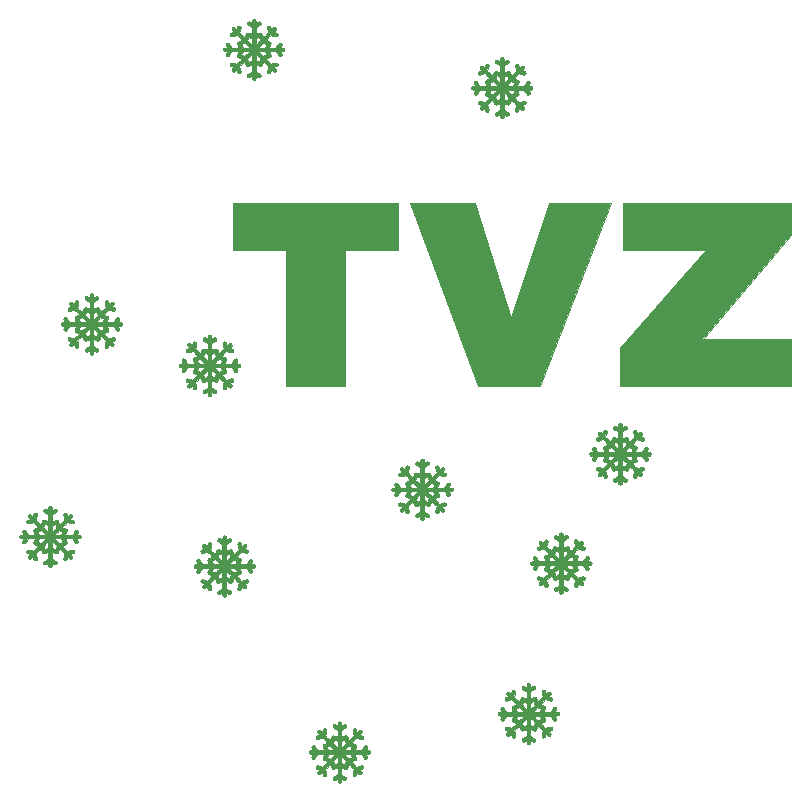
<source format=gbr>
%TF.GenerationSoftware,KiCad,Pcbnew,(5.1.10)-1*%
%TF.CreationDate,2021-10-17T11:09:59+02:00*%
%TF.ProjectId,TVZ_kuglica,54565a5f-6b75-4676-9c69-63612e6b6963,rev?*%
%TF.SameCoordinates,Original*%
%TF.FileFunction,Legend,Top*%
%TF.FilePolarity,Positive*%
%FSLAX46Y46*%
G04 Gerber Fmt 4.6, Leading zero omitted, Abs format (unit mm)*
G04 Created by KiCad (PCBNEW (5.1.10)-1) date 2021-10-17 11:09:59*
%MOMM*%
%LPD*%
G01*
G04 APERTURE LIST*
%ADD10C,0.100000*%
%ADD11C,0.010000*%
G04 APERTURE END LIST*
D10*
G36*
X172250000Y-85750000D02*
G01*
X164750000Y-94500000D01*
X172250000Y-94500000D01*
X172250000Y-98500000D01*
X157750000Y-98500000D01*
X157750000Y-95250000D01*
X165000000Y-87000000D01*
X158000000Y-87000000D01*
X158000000Y-83000000D01*
X172250000Y-83000000D01*
X172250000Y-85750000D01*
G37*
X172250000Y-85750000D02*
X164750000Y-94500000D01*
X172250000Y-94500000D01*
X172250000Y-98500000D01*
X157750000Y-98500000D01*
X157750000Y-95250000D01*
X165000000Y-87000000D01*
X158000000Y-87000000D01*
X158000000Y-83000000D01*
X172250000Y-83000000D01*
X172250000Y-85750000D01*
G36*
X148500000Y-92750000D02*
G01*
X151750000Y-83000000D01*
X157000000Y-83000000D01*
X151000000Y-98500000D01*
X145750000Y-98500000D01*
X140000000Y-83000000D01*
X145500000Y-83000000D01*
X148500000Y-92750000D01*
G37*
X148500000Y-92750000D02*
X151750000Y-83000000D01*
X157000000Y-83000000D01*
X151000000Y-98500000D01*
X145750000Y-98500000D01*
X140000000Y-83000000D01*
X145500000Y-83000000D01*
X148500000Y-92750000D01*
G36*
X139000000Y-87000000D02*
G01*
X134500000Y-87000000D01*
X134500000Y-98500000D01*
X129500000Y-98500000D01*
X129500000Y-87000000D01*
X125000000Y-87000000D01*
X125000000Y-83000000D01*
X139000000Y-83000000D01*
X139000000Y-87000000D01*
G37*
X139000000Y-87000000D02*
X134500000Y-87000000D01*
X134500000Y-98500000D01*
X129500000Y-98500000D01*
X129500000Y-87000000D01*
X125000000Y-87000000D01*
X125000000Y-83000000D01*
X139000000Y-83000000D01*
X139000000Y-87000000D01*
D11*
%TO.C,G\u002A\u002A\u002A*%
G36*
X150048505Y-123660765D02*
G01*
X150077367Y-123675067D01*
X150103942Y-123696464D01*
X150122890Y-123717278D01*
X150135608Y-123741553D01*
X150143489Y-123773331D01*
X150147929Y-123816656D01*
X150150323Y-123875568D01*
X150150626Y-123887377D01*
X150153932Y-124022706D01*
X150267466Y-123957839D01*
X150324991Y-123925794D01*
X150369098Y-123903836D01*
X150403448Y-123891045D01*
X150431701Y-123886497D01*
X150457518Y-123889271D01*
X150484558Y-123898445D01*
X150491448Y-123901413D01*
X150537522Y-123931151D01*
X150566624Y-123972064D01*
X150578710Y-124024080D01*
X150579082Y-124036157D01*
X150577630Y-124063921D01*
X150571914Y-124088158D01*
X150559963Y-124110751D01*
X150539805Y-124133583D01*
X150509470Y-124158537D01*
X150466988Y-124187494D01*
X150410389Y-124222339D01*
X150342521Y-124262160D01*
X150152400Y-124372360D01*
X150152400Y-124977859D01*
X150322580Y-124902913D01*
X150378832Y-124878794D01*
X150430451Y-124857880D01*
X150473879Y-124841516D01*
X150505560Y-124831049D01*
X150521026Y-124827783D01*
X150566519Y-124835792D01*
X150609879Y-124857400D01*
X150637804Y-124882895D01*
X150648691Y-124901402D01*
X150665019Y-124935061D01*
X150685049Y-124980014D01*
X150707042Y-125032405D01*
X150721931Y-125069546D01*
X150743084Y-125122781D01*
X150762010Y-125169366D01*
X150777341Y-125206014D01*
X150787707Y-125229439D01*
X150791380Y-125236331D01*
X150799975Y-125231312D01*
X150820999Y-125213520D01*
X150852628Y-125184665D01*
X150893037Y-125146453D01*
X150940400Y-125100594D01*
X150992892Y-125048795D01*
X151010125Y-125031595D01*
X151222092Y-124819447D01*
X151163911Y-124603614D01*
X151141428Y-124517821D01*
X151125253Y-124450541D01*
X151115228Y-124401022D01*
X151111194Y-124368515D01*
X151111694Y-124356231D01*
X151130659Y-124303569D01*
X151163157Y-124263831D01*
X151205810Y-124238674D01*
X151255243Y-124229754D01*
X151308077Y-124238728D01*
X151331155Y-124248579D01*
X151353052Y-124261563D01*
X151370509Y-124277541D01*
X151385268Y-124299858D01*
X151399074Y-124331859D01*
X151413672Y-124376888D01*
X151430805Y-124438290D01*
X151431560Y-124441106D01*
X151444117Y-124486702D01*
X151455240Y-124524760D01*
X151463683Y-124551167D01*
X151468084Y-124561711D01*
X151477061Y-124557236D01*
X151497356Y-124540843D01*
X151526019Y-124515078D01*
X151560100Y-124482491D01*
X151562418Y-124480212D01*
X151606356Y-124437625D01*
X151639700Y-124407632D01*
X151665825Y-124388076D01*
X151688110Y-124376797D01*
X151709931Y-124371638D01*
X151734152Y-124370437D01*
X151783421Y-124379914D01*
X151826086Y-124405722D01*
X151858443Y-124444081D01*
X151876786Y-124491212D01*
X151879562Y-124518842D01*
X151875953Y-124549324D01*
X151863840Y-124580771D01*
X151841380Y-124616061D01*
X151806726Y-124658076D01*
X151758035Y-124709694D01*
X151755955Y-124711810D01*
X151684946Y-124783981D01*
X151805133Y-124817030D01*
X151867692Y-124834754D01*
X151913743Y-124849512D01*
X151946555Y-124863001D01*
X151969398Y-124876916D01*
X151985541Y-124892953D01*
X151998254Y-124912809D01*
X152001420Y-124918844D01*
X152018600Y-124971979D01*
X152017249Y-125023259D01*
X151999031Y-125069270D01*
X151965609Y-125106602D01*
X151918649Y-125131843D01*
X151894452Y-125138177D01*
X151870990Y-125137577D01*
X151828629Y-125130455D01*
X151767274Y-125116790D01*
X151686832Y-125096561D01*
X151648551Y-125086430D01*
X151433517Y-125028847D01*
X151227298Y-125238580D01*
X151174540Y-125292394D01*
X151126605Y-125341589D01*
X151085301Y-125384287D01*
X151052432Y-125418610D01*
X151029808Y-125442678D01*
X151019234Y-125454614D01*
X151018692Y-125455456D01*
X151026883Y-125461238D01*
X151051074Y-125472747D01*
X151088205Y-125488661D01*
X151135219Y-125507658D01*
X151175560Y-125523298D01*
X151231151Y-125545300D01*
X151282089Y-125566966D01*
X151324406Y-125586493D01*
X151354132Y-125602080D01*
X151364749Y-125609183D01*
X151394144Y-125642944D01*
X151414871Y-125684067D01*
X151422400Y-125722417D01*
X151418282Y-125740680D01*
X151406561Y-125774990D01*
X151388187Y-125822964D01*
X151364108Y-125882216D01*
X151335273Y-125950361D01*
X151302633Y-126025015D01*
X151296328Y-126039180D01*
X151270256Y-126097600D01*
X151877639Y-126097600D01*
X151987839Y-125907478D01*
X152029937Y-125835804D01*
X152064377Y-125780102D01*
X152093043Y-125738399D01*
X152117818Y-125708727D01*
X152140583Y-125689113D01*
X152163221Y-125677589D01*
X152187616Y-125672182D01*
X152213842Y-125670917D01*
X152268134Y-125679495D01*
X152311338Y-125705099D01*
X152343382Y-125747683D01*
X152348586Y-125758551D01*
X152359123Y-125786405D01*
X152363475Y-125812180D01*
X152360722Y-125839536D01*
X152349940Y-125872133D01*
X152330207Y-125913632D01*
X152300602Y-125967693D01*
X152292160Y-125982533D01*
X152227293Y-126096067D01*
X152362622Y-126099373D01*
X152424575Y-126101559D01*
X152470254Y-126105554D01*
X152503703Y-126112755D01*
X152528965Y-126124555D01*
X152550081Y-126142351D01*
X152571094Y-126167536D01*
X152574932Y-126172632D01*
X152591565Y-126209660D01*
X152596332Y-126254508D01*
X152589234Y-126298505D01*
X152574932Y-126327367D01*
X152553535Y-126353942D01*
X152532721Y-126372890D01*
X152508446Y-126385608D01*
X152476668Y-126393489D01*
X152433343Y-126397929D01*
X152374431Y-126400323D01*
X152362622Y-126400626D01*
X152227293Y-126403932D01*
X152292160Y-126517466D01*
X152324205Y-126574991D01*
X152346163Y-126619098D01*
X152358954Y-126653448D01*
X152363502Y-126681701D01*
X152360728Y-126707518D01*
X152351554Y-126734558D01*
X152348586Y-126741448D01*
X152318848Y-126787522D01*
X152277935Y-126816624D01*
X152225919Y-126828710D01*
X152213842Y-126829082D01*
X152186078Y-126827630D01*
X152161841Y-126821914D01*
X152139248Y-126809963D01*
X152116416Y-126789805D01*
X152091462Y-126759470D01*
X152062505Y-126716988D01*
X152027660Y-126660389D01*
X151987839Y-126592521D01*
X151877639Y-126402400D01*
X151272140Y-126402400D01*
X151347086Y-126572580D01*
X151371205Y-126628832D01*
X151392119Y-126680451D01*
X151408483Y-126723879D01*
X151418950Y-126755560D01*
X151422216Y-126771026D01*
X151414207Y-126816519D01*
X151392599Y-126859879D01*
X151367104Y-126887804D01*
X151348601Y-126898696D01*
X151314949Y-126915041D01*
X151270004Y-126935097D01*
X151217623Y-126957124D01*
X151180453Y-126972053D01*
X151127427Y-126992999D01*
X151081199Y-127011363D01*
X151044999Y-127025852D01*
X151022057Y-127035177D01*
X151015492Y-127038006D01*
X151020911Y-127045739D01*
X151038946Y-127066089D01*
X151067895Y-127097256D01*
X151106056Y-127137436D01*
X151151729Y-127184827D01*
X151203212Y-127237627D01*
X151221473Y-127256223D01*
X151433042Y-127471279D01*
X151648314Y-127413632D01*
X151736597Y-127390713D01*
X151805755Y-127374362D01*
X151855887Y-127364558D01*
X151887090Y-127361281D01*
X151894452Y-127361822D01*
X151946776Y-127380747D01*
X151986283Y-127413245D01*
X152011309Y-127455906D01*
X152020192Y-127505317D01*
X152011266Y-127558065D01*
X152001420Y-127581155D01*
X151989065Y-127602289D01*
X151974135Y-127619162D01*
X151953361Y-127633468D01*
X151923472Y-127646905D01*
X151881200Y-127661167D01*
X151823275Y-127677951D01*
X151805133Y-127682969D01*
X151684946Y-127716018D01*
X151755955Y-127788189D01*
X151805197Y-127840215D01*
X151840334Y-127882531D01*
X151863210Y-127918018D01*
X151875670Y-127949555D01*
X151879558Y-127980021D01*
X151879562Y-127981157D01*
X151870278Y-128031440D01*
X151844991Y-128074983D01*
X151807405Y-128108006D01*
X151761224Y-128126728D01*
X151734152Y-128129562D01*
X151709503Y-128128307D01*
X151687705Y-128123052D01*
X151665379Y-128111638D01*
X151639148Y-128091905D01*
X151605636Y-128061695D01*
X151562418Y-128019787D01*
X151528089Y-127986847D01*
X151498987Y-127960565D01*
X151478062Y-127943489D01*
X151468265Y-127938168D01*
X151468084Y-127938288D01*
X151463345Y-127949835D01*
X151454744Y-127976953D01*
X151443520Y-128015543D01*
X151431400Y-128059680D01*
X151412463Y-128125752D01*
X151394985Y-128174855D01*
X151377303Y-128210098D01*
X151357757Y-128234589D01*
X151334683Y-128251440D01*
X151326724Y-128255518D01*
X151274415Y-128270352D01*
X151223709Y-128266822D01*
X151178183Y-128246784D01*
X151141412Y-128212099D01*
X151116974Y-128164625D01*
X151111694Y-128143768D01*
X151111952Y-128121824D01*
X151118099Y-128083351D01*
X151130293Y-128027601D01*
X151148694Y-127953821D01*
X151163910Y-127896386D01*
X151222091Y-127680555D01*
X151014998Y-127473277D01*
X150961647Y-127420222D01*
X150912685Y-127372187D01*
X150870005Y-127330978D01*
X150835503Y-127298402D01*
X150811072Y-127276266D01*
X150798608Y-127266375D01*
X150797652Y-127266021D01*
X150790820Y-127275045D01*
X150778368Y-127300019D01*
X150761689Y-127337824D01*
X150742176Y-127385337D01*
X150726440Y-127425670D01*
X150704399Y-127481288D01*
X150682731Y-127532230D01*
X150663229Y-127574545D01*
X150647687Y-127604278D01*
X150640554Y-127614989D01*
X150606987Y-127644203D01*
X150565955Y-127664860D01*
X150527582Y-127672400D01*
X150509319Y-127668282D01*
X150475009Y-127656561D01*
X150427035Y-127638187D01*
X150367783Y-127614108D01*
X150299638Y-127585273D01*
X150224984Y-127552633D01*
X150210820Y-127546328D01*
X150152400Y-127520256D01*
X150152400Y-128127359D01*
X150342580Y-128237699D01*
X150414323Y-128279893D01*
X150470081Y-128314434D01*
X150511820Y-128343185D01*
X150541509Y-128368010D01*
X150561114Y-128390773D01*
X150572603Y-128413339D01*
X150577944Y-128437571D01*
X150579120Y-128461807D01*
X150570497Y-128516987D01*
X150546142Y-128561640D01*
X150508318Y-128593366D01*
X150459293Y-128609767D01*
X150437687Y-128611491D01*
X150415438Y-128610345D01*
X150392502Y-128605121D01*
X150364863Y-128594199D01*
X150328502Y-128575958D01*
X150279404Y-128548779D01*
X150272413Y-128544810D01*
X150153930Y-128477420D01*
X150150625Y-128612686D01*
X150148881Y-128669337D01*
X150146495Y-128709600D01*
X150142882Y-128737407D01*
X150137457Y-128756689D01*
X150129638Y-128771377D01*
X150126372Y-128775968D01*
X150086096Y-128816630D01*
X150039911Y-128841192D01*
X149991412Y-128848445D01*
X149944194Y-128837183D01*
X149944120Y-128837148D01*
X149900265Y-128807035D01*
X149867178Y-128764875D01*
X149858436Y-128746158D01*
X149854124Y-128724767D01*
X149850626Y-128688360D01*
X149848326Y-128642236D01*
X149847600Y-128597053D01*
X149847600Y-128476550D01*
X149728351Y-128544375D01*
X149677291Y-128572837D01*
X149639483Y-128592168D01*
X149610930Y-128603981D01*
X149587640Y-128609892D01*
X149565616Y-128611516D01*
X149562312Y-128611491D01*
X149509542Y-128601698D01*
X149467092Y-128575647D01*
X149437229Y-128535737D01*
X149422219Y-128484366D01*
X149420880Y-128461807D01*
X149422435Y-128434568D01*
X149428413Y-128410634D01*
X149440782Y-128388143D01*
X149461509Y-128365230D01*
X149492562Y-128340035D01*
X149535908Y-128310694D01*
X149593515Y-128275344D01*
X149657478Y-128237839D01*
X149847600Y-128127639D01*
X149847600Y-127522140D01*
X149677420Y-127597086D01*
X149621167Y-127621205D01*
X149569548Y-127642119D01*
X149526120Y-127658483D01*
X149494439Y-127668950D01*
X149478973Y-127672216D01*
X149433480Y-127664207D01*
X149390120Y-127642599D01*
X149362195Y-127617104D01*
X149351303Y-127598601D01*
X149334958Y-127564949D01*
X149314902Y-127520004D01*
X149292875Y-127467623D01*
X149277946Y-127430453D01*
X149256941Y-127377316D01*
X149238452Y-127330874D01*
X149223787Y-127294389D01*
X149214255Y-127271122D01*
X149211267Y-127264316D01*
X149203360Y-127269446D01*
X149182869Y-127287228D01*
X149151601Y-127315970D01*
X149111361Y-127353978D01*
X149063956Y-127399560D01*
X149011192Y-127451021D01*
X148992689Y-127469225D01*
X148778000Y-127680896D01*
X148836135Y-127896557D01*
X148858610Y-127982324D01*
X148874775Y-128049578D01*
X148884789Y-128099069D01*
X148888809Y-128131545D01*
X148888305Y-128143768D01*
X148869450Y-128195586D01*
X148836914Y-128235316D01*
X148794271Y-128261099D01*
X148745100Y-128271077D01*
X148692976Y-128263392D01*
X148673275Y-128255518D01*
X148648801Y-128240373D01*
X148628359Y-128218531D01*
X148610287Y-128186882D01*
X148592923Y-128142318D01*
X148574605Y-128081729D01*
X148568599Y-128059680D01*
X148556208Y-128014179D01*
X148545516Y-127976439D01*
X148537685Y-127950464D01*
X148533920Y-127940293D01*
X148525597Y-127945372D01*
X148505894Y-127962008D01*
X148477900Y-127987491D01*
X148449746Y-128014220D01*
X148413580Y-128048183D01*
X148379483Y-128078508D01*
X148351985Y-128101254D01*
X148338840Y-128110709D01*
X148293860Y-128127748D01*
X148247121Y-128127569D01*
X148202566Y-128112456D01*
X148164136Y-128084693D01*
X148135776Y-128046565D01*
X148121426Y-128000357D01*
X148120437Y-127984152D01*
X148121692Y-127959503D01*
X148126947Y-127937705D01*
X148138361Y-127915379D01*
X148158094Y-127889148D01*
X148188304Y-127855636D01*
X148230212Y-127812418D01*
X148263152Y-127778089D01*
X148289434Y-127748987D01*
X148306510Y-127728062D01*
X148311831Y-127718265D01*
X148311711Y-127718084D01*
X148300159Y-127713335D01*
X148273054Y-127704723D01*
X148234508Y-127693496D01*
X148191106Y-127681560D01*
X148128987Y-127664291D01*
X148083373Y-127649626D01*
X148050920Y-127635822D01*
X148028282Y-127621133D01*
X148012117Y-127603817D01*
X147999078Y-127582129D01*
X147998579Y-127581155D01*
X147981337Y-127527885D01*
X147982712Y-127476570D01*
X148001050Y-127430576D01*
X148034697Y-127393271D01*
X148082000Y-127368024D01*
X148106361Y-127361669D01*
X148128160Y-127361878D01*
X148166214Y-127367890D01*
X148221344Y-127379880D01*
X148294372Y-127398020D01*
X148353885Y-127413745D01*
X148569726Y-127471809D01*
X148776863Y-127264857D01*
X148829904Y-127211513D01*
X148877924Y-127162542D01*
X148919117Y-127119844D01*
X148951675Y-127085316D01*
X148973789Y-127060855D01*
X148983653Y-127048359D01*
X148984000Y-127047404D01*
X148974978Y-127040502D01*
X148952931Y-127029481D01*
X149442008Y-127029481D01*
X149499356Y-127173140D01*
X149519580Y-127222863D01*
X149537483Y-127265125D01*
X149551630Y-127296674D01*
X149560588Y-127314256D01*
X149562732Y-127316800D01*
X149573673Y-127312889D01*
X149599735Y-127302127D01*
X149637496Y-127285968D01*
X149683531Y-127265866D01*
X149705640Y-127256096D01*
X149842520Y-127195392D01*
X149842549Y-127192257D01*
X150152400Y-127192257D01*
X150292100Y-127253967D01*
X150341317Y-127275553D01*
X150383870Y-127293921D01*
X150416342Y-127307620D01*
X150435320Y-127315199D01*
X150438642Y-127316239D01*
X150444477Y-127307477D01*
X150456135Y-127282924D01*
X150472211Y-127245776D01*
X150491301Y-127199236D01*
X150503530Y-127168359D01*
X150561576Y-127019919D01*
X150356988Y-126815330D01*
X150152400Y-126610742D01*
X150152400Y-127192257D01*
X149842549Y-127192257D01*
X149847910Y-126616376D01*
X149735144Y-126725288D01*
X149685726Y-126773805D01*
X149632039Y-126827810D01*
X149580209Y-126881066D01*
X149536363Y-126927339D01*
X149532193Y-126931840D01*
X149442008Y-127029481D01*
X148952931Y-127029481D01*
X148949996Y-127028014D01*
X148912175Y-127011333D01*
X148864641Y-126991854D01*
X148824351Y-126976191D01*
X148768716Y-126954230D01*
X148717759Y-126932630D01*
X148675436Y-126913180D01*
X148645704Y-126897670D01*
X148635010Y-126890554D01*
X148605796Y-126856988D01*
X148585139Y-126815955D01*
X148577600Y-126777582D01*
X148581717Y-126759319D01*
X148593438Y-126725009D01*
X148605323Y-126693975D01*
X148936908Y-126693975D01*
X148947829Y-126699461D01*
X148973591Y-126710578D01*
X149010063Y-126725680D01*
X149053115Y-126743121D01*
X149098616Y-126761255D01*
X149142433Y-126778438D01*
X149180437Y-126793024D01*
X149208496Y-126803368D01*
X149222478Y-126807823D01*
X149222855Y-126807874D01*
X149232418Y-126801193D01*
X149254341Y-126781864D01*
X149286708Y-126751702D01*
X149327607Y-126712524D01*
X149375122Y-126666143D01*
X149427340Y-126614377D01*
X149436120Y-126605600D01*
X149639129Y-126402400D01*
X149057753Y-126402400D01*
X148995036Y-126545893D01*
X148973734Y-126595557D01*
X148956136Y-126638375D01*
X148943536Y-126671054D01*
X148937224Y-126690301D01*
X148936908Y-126693975D01*
X148605323Y-126693975D01*
X148611812Y-126677035D01*
X148635891Y-126617783D01*
X148664726Y-126549638D01*
X148697366Y-126474984D01*
X148703671Y-126460820D01*
X148729743Y-126402400D01*
X148122360Y-126402400D01*
X148012160Y-126592521D01*
X147970062Y-126664195D01*
X147935622Y-126719897D01*
X147906956Y-126761600D01*
X147882181Y-126791272D01*
X147859416Y-126810886D01*
X147836778Y-126822410D01*
X147812383Y-126827817D01*
X147786157Y-126829082D01*
X147731865Y-126820504D01*
X147688661Y-126794900D01*
X147656617Y-126752316D01*
X147651413Y-126741448D01*
X147640876Y-126713594D01*
X147636524Y-126687819D01*
X147639277Y-126660463D01*
X147650059Y-126627866D01*
X147669792Y-126586367D01*
X147699397Y-126532306D01*
X147707839Y-126517466D01*
X147772706Y-126403932D01*
X147696773Y-126402077D01*
X150372387Y-126402077D01*
X150483373Y-126515706D01*
X150530978Y-126564606D01*
X150582334Y-126617625D01*
X150631777Y-126668901D01*
X150673647Y-126712576D01*
X150679838Y-126719068D01*
X150713149Y-126753563D01*
X150741384Y-126781915D01*
X150761642Y-126801273D01*
X150771024Y-126808786D01*
X150771140Y-126808800D01*
X150782121Y-126805228D01*
X150808563Y-126795381D01*
X150847072Y-126780557D01*
X150894254Y-126762055D01*
X150921882Y-126751097D01*
X150971843Y-126730829D01*
X151014356Y-126712869D01*
X151046179Y-126698643D01*
X151064071Y-126689577D01*
X151066800Y-126687317D01*
X151062889Y-126676358D01*
X151052126Y-126650279D01*
X151035966Y-126612505D01*
X151015863Y-126566462D01*
X151006096Y-126544359D01*
X150945392Y-126407480D01*
X150658890Y-126404778D01*
X150372387Y-126402077D01*
X147696773Y-126402077D01*
X147637377Y-126400626D01*
X147575424Y-126398440D01*
X147529745Y-126394445D01*
X147496296Y-126387244D01*
X147471034Y-126375444D01*
X147449918Y-126357648D01*
X147428905Y-126332463D01*
X147425067Y-126327367D01*
X147408434Y-126290339D01*
X147403667Y-126245491D01*
X147410765Y-126201494D01*
X147425067Y-126172632D01*
X147446464Y-126146057D01*
X147467278Y-126127109D01*
X147491553Y-126114391D01*
X147523331Y-126106510D01*
X147566656Y-126102070D01*
X147625568Y-126099676D01*
X147637377Y-126099373D01*
X147772706Y-126096067D01*
X147707839Y-125982533D01*
X147675794Y-125925008D01*
X147653836Y-125880901D01*
X147641045Y-125846551D01*
X147636497Y-125818298D01*
X147639271Y-125792481D01*
X147648445Y-125765441D01*
X147651413Y-125758551D01*
X147681151Y-125712477D01*
X147722064Y-125683375D01*
X147774080Y-125671289D01*
X147786157Y-125670917D01*
X147813921Y-125672369D01*
X147838158Y-125678085D01*
X147860751Y-125690036D01*
X147883583Y-125710194D01*
X147908537Y-125740529D01*
X147937494Y-125783011D01*
X147972339Y-125839610D01*
X148012160Y-125907478D01*
X148122360Y-126097600D01*
X148425109Y-126097599D01*
X148727859Y-126097599D01*
X148652913Y-125927419D01*
X148628794Y-125871167D01*
X148607880Y-125819548D01*
X148605488Y-125813199D01*
X148933200Y-125813199D01*
X148937125Y-125824448D01*
X148947861Y-125850534D01*
X148963849Y-125887777D01*
X148983532Y-125932495D01*
X148987285Y-125940916D01*
X149008154Y-125987880D01*
X149026352Y-126029261D01*
X149040073Y-126060923D01*
X149047512Y-126078729D01*
X149047927Y-126079820D01*
X149051154Y-126084990D01*
X149058060Y-126089055D01*
X149070858Y-126092144D01*
X149091764Y-126094391D01*
X149122993Y-126095926D01*
X149166759Y-126096882D01*
X149225277Y-126097390D01*
X149300761Y-126097581D01*
X149346869Y-126097600D01*
X149639257Y-126097600D01*
X150372702Y-126097600D01*
X150942223Y-126097600D01*
X150998827Y-125968060D01*
X151019944Y-125919582D01*
X151038447Y-125876826D01*
X151052642Y-125843727D01*
X151060832Y-125824226D01*
X151061801Y-125821785D01*
X151061162Y-125814112D01*
X151051985Y-125805215D01*
X151031911Y-125793855D01*
X150998582Y-125778794D01*
X150949640Y-125758794D01*
X150918589Y-125746559D01*
X150769007Y-125688067D01*
X150681683Y-125779283D01*
X150640944Y-125821676D01*
X150591738Y-125872633D01*
X150539819Y-125926207D01*
X150490944Y-125976450D01*
X150483531Y-125984049D01*
X150372702Y-126097600D01*
X149639257Y-126097600D01*
X149230060Y-125688403D01*
X149081630Y-125747504D01*
X149031023Y-125768051D01*
X148987829Y-125786346D01*
X148955251Y-125800971D01*
X148936490Y-125810509D01*
X148933200Y-125813199D01*
X148605488Y-125813199D01*
X148591516Y-125776120D01*
X148581049Y-125744439D01*
X148577783Y-125728973D01*
X148585873Y-125683227D01*
X148607726Y-125639697D01*
X148633167Y-125611981D01*
X148651790Y-125601029D01*
X148685565Y-125584684D01*
X148730616Y-125564687D01*
X148783068Y-125542778D01*
X148819818Y-125528131D01*
X148873031Y-125507098D01*
X148919583Y-125488250D01*
X148956182Y-125472955D01*
X148957974Y-125472159D01*
X149441238Y-125472159D01*
X149494080Y-125528339D01*
X149515005Y-125550235D01*
X149545175Y-125581340D01*
X149582241Y-125619276D01*
X149623853Y-125661666D01*
X149667663Y-125706133D01*
X149711319Y-125750300D01*
X149752473Y-125791790D01*
X149788776Y-125828226D01*
X149817877Y-125857231D01*
X149837427Y-125876427D01*
X149845060Y-125883435D01*
X149845713Y-125873913D01*
X149846304Y-125846616D01*
X149846810Y-125804087D01*
X149847210Y-125748872D01*
X149847479Y-125683513D01*
X149847596Y-125610555D01*
X149847600Y-125595996D01*
X149847600Y-125307753D01*
X149846795Y-125307401D01*
X150152400Y-125307401D01*
X150152400Y-125889257D01*
X150356605Y-125685052D01*
X150560810Y-125480846D01*
X150503311Y-125334796D01*
X150483294Y-125284290D01*
X150465834Y-125240878D01*
X150452293Y-125207892D01*
X150444030Y-125188665D01*
X150442226Y-125185159D01*
X150432197Y-125187790D01*
X150406888Y-125197402D01*
X150369566Y-125212675D01*
X150323497Y-125232287D01*
X150295519Y-125244486D01*
X150152400Y-125307401D01*
X149846795Y-125307401D01*
X149704106Y-125245036D01*
X149654448Y-125223730D01*
X149611644Y-125206119D01*
X149578985Y-125193499D01*
X149559762Y-125187162D01*
X149556102Y-125186830D01*
X149550988Y-125197398D01*
X149539929Y-125223470D01*
X149524339Y-125261612D01*
X149505633Y-125308388D01*
X149496414Y-125331750D01*
X149441238Y-125472159D01*
X148957974Y-125472159D01*
X148979532Y-125462584D01*
X148986331Y-125458897D01*
X148981311Y-125450231D01*
X148963517Y-125429140D01*
X148934657Y-125397452D01*
X148896441Y-125356995D01*
X148850576Y-125309596D01*
X148798772Y-125257084D01*
X148781595Y-125239874D01*
X148569447Y-125027907D01*
X148353614Y-125086088D01*
X148267821Y-125108571D01*
X148200541Y-125124746D01*
X148151022Y-125134771D01*
X148118515Y-125138805D01*
X148106231Y-125138305D01*
X148053569Y-125119340D01*
X148013831Y-125086842D01*
X147988674Y-125044189D01*
X147979754Y-124994756D01*
X147988728Y-124941922D01*
X147998579Y-124918844D01*
X148011563Y-124896947D01*
X148027541Y-124879490D01*
X148049858Y-124864731D01*
X148081859Y-124850925D01*
X148126888Y-124836327D01*
X148188290Y-124819194D01*
X148191106Y-124818439D01*
X148236702Y-124805882D01*
X148274760Y-124794759D01*
X148301167Y-124786316D01*
X148311711Y-124781915D01*
X148307236Y-124772938D01*
X148290843Y-124752643D01*
X148265078Y-124723980D01*
X148232491Y-124689899D01*
X148230212Y-124687581D01*
X148187625Y-124643643D01*
X148157632Y-124610299D01*
X148138076Y-124584174D01*
X148126797Y-124561889D01*
X148121638Y-124540068D01*
X148120437Y-124515847D01*
X148129442Y-124467526D01*
X148153726Y-124426550D01*
X148189347Y-124395204D01*
X148232362Y-124375772D01*
X148278828Y-124370540D01*
X148324804Y-124381791D01*
X148338840Y-124389290D01*
X148358802Y-124404159D01*
X148388618Y-124429438D01*
X148423757Y-124461187D01*
X148449746Y-124485779D01*
X148482379Y-124516670D01*
X148509357Y-124541032D01*
X148527592Y-124556152D01*
X148533920Y-124559706D01*
X148537867Y-124548986D01*
X148545806Y-124522631D01*
X148556567Y-124484656D01*
X148568439Y-124441106D01*
X148585708Y-124378987D01*
X148600373Y-124333373D01*
X148614177Y-124300920D01*
X148628866Y-124278282D01*
X148646182Y-124262117D01*
X148667870Y-124249078D01*
X148668844Y-124248579D01*
X148722103Y-124231345D01*
X148773423Y-124232722D01*
X148819426Y-124251054D01*
X148856735Y-124284683D01*
X148881973Y-124331953D01*
X148888305Y-124356231D01*
X148888047Y-124378192D01*
X148881895Y-124416691D01*
X148869691Y-124472475D01*
X148851277Y-124546294D01*
X148836163Y-124603336D01*
X148778057Y-124818890D01*
X148989200Y-125026445D01*
X149043121Y-125079250D01*
X149092375Y-125127103D01*
X149135104Y-125168229D01*
X149169450Y-125200852D01*
X149193554Y-125223199D01*
X149205558Y-125233494D01*
X149206471Y-125233978D01*
X149211932Y-125224970D01*
X149223193Y-125200039D01*
X149238946Y-125162296D01*
X149257882Y-125114854D01*
X149273560Y-125074329D01*
X149295600Y-125018711D01*
X149317268Y-124967769D01*
X149336770Y-124925454D01*
X149352312Y-124895721D01*
X149359445Y-124885010D01*
X149393967Y-124855122D01*
X149436074Y-124834562D01*
X149473893Y-124827727D01*
X149490322Y-124831653D01*
X149521951Y-124842488D01*
X149565384Y-124858948D01*
X149617228Y-124879748D01*
X149672340Y-124902854D01*
X149847600Y-124977853D01*
X149847600Y-124675107D01*
X149847599Y-124372360D01*
X149657478Y-124262160D01*
X149585804Y-124220062D01*
X149530102Y-124185622D01*
X149488399Y-124156956D01*
X149458727Y-124132181D01*
X149439113Y-124109416D01*
X149427589Y-124086778D01*
X149422182Y-124062383D01*
X149420917Y-124036157D01*
X149429495Y-123981865D01*
X149455099Y-123938661D01*
X149497683Y-123906617D01*
X149508551Y-123901413D01*
X149536405Y-123890876D01*
X149562180Y-123886524D01*
X149589536Y-123889277D01*
X149622133Y-123900059D01*
X149663632Y-123919792D01*
X149717693Y-123949397D01*
X149732533Y-123957839D01*
X149846067Y-124022706D01*
X149849373Y-123887377D01*
X149851559Y-123825424D01*
X149855554Y-123779745D01*
X149862755Y-123746296D01*
X149874555Y-123721034D01*
X149892351Y-123699918D01*
X149917536Y-123678905D01*
X149922632Y-123675067D01*
X149959660Y-123658434D01*
X150004508Y-123653667D01*
X150048505Y-123660765D01*
G37*
X150048505Y-123660765D02*
X150077367Y-123675067D01*
X150103942Y-123696464D01*
X150122890Y-123717278D01*
X150135608Y-123741553D01*
X150143489Y-123773331D01*
X150147929Y-123816656D01*
X150150323Y-123875568D01*
X150150626Y-123887377D01*
X150153932Y-124022706D01*
X150267466Y-123957839D01*
X150324991Y-123925794D01*
X150369098Y-123903836D01*
X150403448Y-123891045D01*
X150431701Y-123886497D01*
X150457518Y-123889271D01*
X150484558Y-123898445D01*
X150491448Y-123901413D01*
X150537522Y-123931151D01*
X150566624Y-123972064D01*
X150578710Y-124024080D01*
X150579082Y-124036157D01*
X150577630Y-124063921D01*
X150571914Y-124088158D01*
X150559963Y-124110751D01*
X150539805Y-124133583D01*
X150509470Y-124158537D01*
X150466988Y-124187494D01*
X150410389Y-124222339D01*
X150342521Y-124262160D01*
X150152400Y-124372360D01*
X150152400Y-124977859D01*
X150322580Y-124902913D01*
X150378832Y-124878794D01*
X150430451Y-124857880D01*
X150473879Y-124841516D01*
X150505560Y-124831049D01*
X150521026Y-124827783D01*
X150566519Y-124835792D01*
X150609879Y-124857400D01*
X150637804Y-124882895D01*
X150648691Y-124901402D01*
X150665019Y-124935061D01*
X150685049Y-124980014D01*
X150707042Y-125032405D01*
X150721931Y-125069546D01*
X150743084Y-125122781D01*
X150762010Y-125169366D01*
X150777341Y-125206014D01*
X150787707Y-125229439D01*
X150791380Y-125236331D01*
X150799975Y-125231312D01*
X150820999Y-125213520D01*
X150852628Y-125184665D01*
X150893037Y-125146453D01*
X150940400Y-125100594D01*
X150992892Y-125048795D01*
X151010125Y-125031595D01*
X151222092Y-124819447D01*
X151163911Y-124603614D01*
X151141428Y-124517821D01*
X151125253Y-124450541D01*
X151115228Y-124401022D01*
X151111194Y-124368515D01*
X151111694Y-124356231D01*
X151130659Y-124303569D01*
X151163157Y-124263831D01*
X151205810Y-124238674D01*
X151255243Y-124229754D01*
X151308077Y-124238728D01*
X151331155Y-124248579D01*
X151353052Y-124261563D01*
X151370509Y-124277541D01*
X151385268Y-124299858D01*
X151399074Y-124331859D01*
X151413672Y-124376888D01*
X151430805Y-124438290D01*
X151431560Y-124441106D01*
X151444117Y-124486702D01*
X151455240Y-124524760D01*
X151463683Y-124551167D01*
X151468084Y-124561711D01*
X151477061Y-124557236D01*
X151497356Y-124540843D01*
X151526019Y-124515078D01*
X151560100Y-124482491D01*
X151562418Y-124480212D01*
X151606356Y-124437625D01*
X151639700Y-124407632D01*
X151665825Y-124388076D01*
X151688110Y-124376797D01*
X151709931Y-124371638D01*
X151734152Y-124370437D01*
X151783421Y-124379914D01*
X151826086Y-124405722D01*
X151858443Y-124444081D01*
X151876786Y-124491212D01*
X151879562Y-124518842D01*
X151875953Y-124549324D01*
X151863840Y-124580771D01*
X151841380Y-124616061D01*
X151806726Y-124658076D01*
X151758035Y-124709694D01*
X151755955Y-124711810D01*
X151684946Y-124783981D01*
X151805133Y-124817030D01*
X151867692Y-124834754D01*
X151913743Y-124849512D01*
X151946555Y-124863001D01*
X151969398Y-124876916D01*
X151985541Y-124892953D01*
X151998254Y-124912809D01*
X152001420Y-124918844D01*
X152018600Y-124971979D01*
X152017249Y-125023259D01*
X151999031Y-125069270D01*
X151965609Y-125106602D01*
X151918649Y-125131843D01*
X151894452Y-125138177D01*
X151870990Y-125137577D01*
X151828629Y-125130455D01*
X151767274Y-125116790D01*
X151686832Y-125096561D01*
X151648551Y-125086430D01*
X151433517Y-125028847D01*
X151227298Y-125238580D01*
X151174540Y-125292394D01*
X151126605Y-125341589D01*
X151085301Y-125384287D01*
X151052432Y-125418610D01*
X151029808Y-125442678D01*
X151019234Y-125454614D01*
X151018692Y-125455456D01*
X151026883Y-125461238D01*
X151051074Y-125472747D01*
X151088205Y-125488661D01*
X151135219Y-125507658D01*
X151175560Y-125523298D01*
X151231151Y-125545300D01*
X151282089Y-125566966D01*
X151324406Y-125586493D01*
X151354132Y-125602080D01*
X151364749Y-125609183D01*
X151394144Y-125642944D01*
X151414871Y-125684067D01*
X151422400Y-125722417D01*
X151418282Y-125740680D01*
X151406561Y-125774990D01*
X151388187Y-125822964D01*
X151364108Y-125882216D01*
X151335273Y-125950361D01*
X151302633Y-126025015D01*
X151296328Y-126039180D01*
X151270256Y-126097600D01*
X151877639Y-126097600D01*
X151987839Y-125907478D01*
X152029937Y-125835804D01*
X152064377Y-125780102D01*
X152093043Y-125738399D01*
X152117818Y-125708727D01*
X152140583Y-125689113D01*
X152163221Y-125677589D01*
X152187616Y-125672182D01*
X152213842Y-125670917D01*
X152268134Y-125679495D01*
X152311338Y-125705099D01*
X152343382Y-125747683D01*
X152348586Y-125758551D01*
X152359123Y-125786405D01*
X152363475Y-125812180D01*
X152360722Y-125839536D01*
X152349940Y-125872133D01*
X152330207Y-125913632D01*
X152300602Y-125967693D01*
X152292160Y-125982533D01*
X152227293Y-126096067D01*
X152362622Y-126099373D01*
X152424575Y-126101559D01*
X152470254Y-126105554D01*
X152503703Y-126112755D01*
X152528965Y-126124555D01*
X152550081Y-126142351D01*
X152571094Y-126167536D01*
X152574932Y-126172632D01*
X152591565Y-126209660D01*
X152596332Y-126254508D01*
X152589234Y-126298505D01*
X152574932Y-126327367D01*
X152553535Y-126353942D01*
X152532721Y-126372890D01*
X152508446Y-126385608D01*
X152476668Y-126393489D01*
X152433343Y-126397929D01*
X152374431Y-126400323D01*
X152362622Y-126400626D01*
X152227293Y-126403932D01*
X152292160Y-126517466D01*
X152324205Y-126574991D01*
X152346163Y-126619098D01*
X152358954Y-126653448D01*
X152363502Y-126681701D01*
X152360728Y-126707518D01*
X152351554Y-126734558D01*
X152348586Y-126741448D01*
X152318848Y-126787522D01*
X152277935Y-126816624D01*
X152225919Y-126828710D01*
X152213842Y-126829082D01*
X152186078Y-126827630D01*
X152161841Y-126821914D01*
X152139248Y-126809963D01*
X152116416Y-126789805D01*
X152091462Y-126759470D01*
X152062505Y-126716988D01*
X152027660Y-126660389D01*
X151987839Y-126592521D01*
X151877639Y-126402400D01*
X151272140Y-126402400D01*
X151347086Y-126572580D01*
X151371205Y-126628832D01*
X151392119Y-126680451D01*
X151408483Y-126723879D01*
X151418950Y-126755560D01*
X151422216Y-126771026D01*
X151414207Y-126816519D01*
X151392599Y-126859879D01*
X151367104Y-126887804D01*
X151348601Y-126898696D01*
X151314949Y-126915041D01*
X151270004Y-126935097D01*
X151217623Y-126957124D01*
X151180453Y-126972053D01*
X151127427Y-126992999D01*
X151081199Y-127011363D01*
X151044999Y-127025852D01*
X151022057Y-127035177D01*
X151015492Y-127038006D01*
X151020911Y-127045739D01*
X151038946Y-127066089D01*
X151067895Y-127097256D01*
X151106056Y-127137436D01*
X151151729Y-127184827D01*
X151203212Y-127237627D01*
X151221473Y-127256223D01*
X151433042Y-127471279D01*
X151648314Y-127413632D01*
X151736597Y-127390713D01*
X151805755Y-127374362D01*
X151855887Y-127364558D01*
X151887090Y-127361281D01*
X151894452Y-127361822D01*
X151946776Y-127380747D01*
X151986283Y-127413245D01*
X152011309Y-127455906D01*
X152020192Y-127505317D01*
X152011266Y-127558065D01*
X152001420Y-127581155D01*
X151989065Y-127602289D01*
X151974135Y-127619162D01*
X151953361Y-127633468D01*
X151923472Y-127646905D01*
X151881200Y-127661167D01*
X151823275Y-127677951D01*
X151805133Y-127682969D01*
X151684946Y-127716018D01*
X151755955Y-127788189D01*
X151805197Y-127840215D01*
X151840334Y-127882531D01*
X151863210Y-127918018D01*
X151875670Y-127949555D01*
X151879558Y-127980021D01*
X151879562Y-127981157D01*
X151870278Y-128031440D01*
X151844991Y-128074983D01*
X151807405Y-128108006D01*
X151761224Y-128126728D01*
X151734152Y-128129562D01*
X151709503Y-128128307D01*
X151687705Y-128123052D01*
X151665379Y-128111638D01*
X151639148Y-128091905D01*
X151605636Y-128061695D01*
X151562418Y-128019787D01*
X151528089Y-127986847D01*
X151498987Y-127960565D01*
X151478062Y-127943489D01*
X151468265Y-127938168D01*
X151468084Y-127938288D01*
X151463345Y-127949835D01*
X151454744Y-127976953D01*
X151443520Y-128015543D01*
X151431400Y-128059680D01*
X151412463Y-128125752D01*
X151394985Y-128174855D01*
X151377303Y-128210098D01*
X151357757Y-128234589D01*
X151334683Y-128251440D01*
X151326724Y-128255518D01*
X151274415Y-128270352D01*
X151223709Y-128266822D01*
X151178183Y-128246784D01*
X151141412Y-128212099D01*
X151116974Y-128164625D01*
X151111694Y-128143768D01*
X151111952Y-128121824D01*
X151118099Y-128083351D01*
X151130293Y-128027601D01*
X151148694Y-127953821D01*
X151163910Y-127896386D01*
X151222091Y-127680555D01*
X151014998Y-127473277D01*
X150961647Y-127420222D01*
X150912685Y-127372187D01*
X150870005Y-127330978D01*
X150835503Y-127298402D01*
X150811072Y-127276266D01*
X150798608Y-127266375D01*
X150797652Y-127266021D01*
X150790820Y-127275045D01*
X150778368Y-127300019D01*
X150761689Y-127337824D01*
X150742176Y-127385337D01*
X150726440Y-127425670D01*
X150704399Y-127481288D01*
X150682731Y-127532230D01*
X150663229Y-127574545D01*
X150647687Y-127604278D01*
X150640554Y-127614989D01*
X150606987Y-127644203D01*
X150565955Y-127664860D01*
X150527582Y-127672400D01*
X150509319Y-127668282D01*
X150475009Y-127656561D01*
X150427035Y-127638187D01*
X150367783Y-127614108D01*
X150299638Y-127585273D01*
X150224984Y-127552633D01*
X150210820Y-127546328D01*
X150152400Y-127520256D01*
X150152400Y-128127359D01*
X150342580Y-128237699D01*
X150414323Y-128279893D01*
X150470081Y-128314434D01*
X150511820Y-128343185D01*
X150541509Y-128368010D01*
X150561114Y-128390773D01*
X150572603Y-128413339D01*
X150577944Y-128437571D01*
X150579120Y-128461807D01*
X150570497Y-128516987D01*
X150546142Y-128561640D01*
X150508318Y-128593366D01*
X150459293Y-128609767D01*
X150437687Y-128611491D01*
X150415438Y-128610345D01*
X150392502Y-128605121D01*
X150364863Y-128594199D01*
X150328502Y-128575958D01*
X150279404Y-128548779D01*
X150272413Y-128544810D01*
X150153930Y-128477420D01*
X150150625Y-128612686D01*
X150148881Y-128669337D01*
X150146495Y-128709600D01*
X150142882Y-128737407D01*
X150137457Y-128756689D01*
X150129638Y-128771377D01*
X150126372Y-128775968D01*
X150086096Y-128816630D01*
X150039911Y-128841192D01*
X149991412Y-128848445D01*
X149944194Y-128837183D01*
X149944120Y-128837148D01*
X149900265Y-128807035D01*
X149867178Y-128764875D01*
X149858436Y-128746158D01*
X149854124Y-128724767D01*
X149850626Y-128688360D01*
X149848326Y-128642236D01*
X149847600Y-128597053D01*
X149847600Y-128476550D01*
X149728351Y-128544375D01*
X149677291Y-128572837D01*
X149639483Y-128592168D01*
X149610930Y-128603981D01*
X149587640Y-128609892D01*
X149565616Y-128611516D01*
X149562312Y-128611491D01*
X149509542Y-128601698D01*
X149467092Y-128575647D01*
X149437229Y-128535737D01*
X149422219Y-128484366D01*
X149420880Y-128461807D01*
X149422435Y-128434568D01*
X149428413Y-128410634D01*
X149440782Y-128388143D01*
X149461509Y-128365230D01*
X149492562Y-128340035D01*
X149535908Y-128310694D01*
X149593515Y-128275344D01*
X149657478Y-128237839D01*
X149847600Y-128127639D01*
X149847600Y-127522140D01*
X149677420Y-127597086D01*
X149621167Y-127621205D01*
X149569548Y-127642119D01*
X149526120Y-127658483D01*
X149494439Y-127668950D01*
X149478973Y-127672216D01*
X149433480Y-127664207D01*
X149390120Y-127642599D01*
X149362195Y-127617104D01*
X149351303Y-127598601D01*
X149334958Y-127564949D01*
X149314902Y-127520004D01*
X149292875Y-127467623D01*
X149277946Y-127430453D01*
X149256941Y-127377316D01*
X149238452Y-127330874D01*
X149223787Y-127294389D01*
X149214255Y-127271122D01*
X149211267Y-127264316D01*
X149203360Y-127269446D01*
X149182869Y-127287228D01*
X149151601Y-127315970D01*
X149111361Y-127353978D01*
X149063956Y-127399560D01*
X149011192Y-127451021D01*
X148992689Y-127469225D01*
X148778000Y-127680896D01*
X148836135Y-127896557D01*
X148858610Y-127982324D01*
X148874775Y-128049578D01*
X148884789Y-128099069D01*
X148888809Y-128131545D01*
X148888305Y-128143768D01*
X148869450Y-128195586D01*
X148836914Y-128235316D01*
X148794271Y-128261099D01*
X148745100Y-128271077D01*
X148692976Y-128263392D01*
X148673275Y-128255518D01*
X148648801Y-128240373D01*
X148628359Y-128218531D01*
X148610287Y-128186882D01*
X148592923Y-128142318D01*
X148574605Y-128081729D01*
X148568599Y-128059680D01*
X148556208Y-128014179D01*
X148545516Y-127976439D01*
X148537685Y-127950464D01*
X148533920Y-127940293D01*
X148525597Y-127945372D01*
X148505894Y-127962008D01*
X148477900Y-127987491D01*
X148449746Y-128014220D01*
X148413580Y-128048183D01*
X148379483Y-128078508D01*
X148351985Y-128101254D01*
X148338840Y-128110709D01*
X148293860Y-128127748D01*
X148247121Y-128127569D01*
X148202566Y-128112456D01*
X148164136Y-128084693D01*
X148135776Y-128046565D01*
X148121426Y-128000357D01*
X148120437Y-127984152D01*
X148121692Y-127959503D01*
X148126947Y-127937705D01*
X148138361Y-127915379D01*
X148158094Y-127889148D01*
X148188304Y-127855636D01*
X148230212Y-127812418D01*
X148263152Y-127778089D01*
X148289434Y-127748987D01*
X148306510Y-127728062D01*
X148311831Y-127718265D01*
X148311711Y-127718084D01*
X148300159Y-127713335D01*
X148273054Y-127704723D01*
X148234508Y-127693496D01*
X148191106Y-127681560D01*
X148128987Y-127664291D01*
X148083373Y-127649626D01*
X148050920Y-127635822D01*
X148028282Y-127621133D01*
X148012117Y-127603817D01*
X147999078Y-127582129D01*
X147998579Y-127581155D01*
X147981337Y-127527885D01*
X147982712Y-127476570D01*
X148001050Y-127430576D01*
X148034697Y-127393271D01*
X148082000Y-127368024D01*
X148106361Y-127361669D01*
X148128160Y-127361878D01*
X148166214Y-127367890D01*
X148221344Y-127379880D01*
X148294372Y-127398020D01*
X148353885Y-127413745D01*
X148569726Y-127471809D01*
X148776863Y-127264857D01*
X148829904Y-127211513D01*
X148877924Y-127162542D01*
X148919117Y-127119844D01*
X148951675Y-127085316D01*
X148973789Y-127060855D01*
X148983653Y-127048359D01*
X148984000Y-127047404D01*
X148974978Y-127040502D01*
X148952931Y-127029481D01*
X149442008Y-127029481D01*
X149499356Y-127173140D01*
X149519580Y-127222863D01*
X149537483Y-127265125D01*
X149551630Y-127296674D01*
X149560588Y-127314256D01*
X149562732Y-127316800D01*
X149573673Y-127312889D01*
X149599735Y-127302127D01*
X149637496Y-127285968D01*
X149683531Y-127265866D01*
X149705640Y-127256096D01*
X149842520Y-127195392D01*
X149842549Y-127192257D01*
X150152400Y-127192257D01*
X150292100Y-127253967D01*
X150341317Y-127275553D01*
X150383870Y-127293921D01*
X150416342Y-127307620D01*
X150435320Y-127315199D01*
X150438642Y-127316239D01*
X150444477Y-127307477D01*
X150456135Y-127282924D01*
X150472211Y-127245776D01*
X150491301Y-127199236D01*
X150503530Y-127168359D01*
X150561576Y-127019919D01*
X150356988Y-126815330D01*
X150152400Y-126610742D01*
X150152400Y-127192257D01*
X149842549Y-127192257D01*
X149847910Y-126616376D01*
X149735144Y-126725288D01*
X149685726Y-126773805D01*
X149632039Y-126827810D01*
X149580209Y-126881066D01*
X149536363Y-126927339D01*
X149532193Y-126931840D01*
X149442008Y-127029481D01*
X148952931Y-127029481D01*
X148949996Y-127028014D01*
X148912175Y-127011333D01*
X148864641Y-126991854D01*
X148824351Y-126976191D01*
X148768716Y-126954230D01*
X148717759Y-126932630D01*
X148675436Y-126913180D01*
X148645704Y-126897670D01*
X148635010Y-126890554D01*
X148605796Y-126856988D01*
X148585139Y-126815955D01*
X148577600Y-126777582D01*
X148581717Y-126759319D01*
X148593438Y-126725009D01*
X148605323Y-126693975D01*
X148936908Y-126693975D01*
X148947829Y-126699461D01*
X148973591Y-126710578D01*
X149010063Y-126725680D01*
X149053115Y-126743121D01*
X149098616Y-126761255D01*
X149142433Y-126778438D01*
X149180437Y-126793024D01*
X149208496Y-126803368D01*
X149222478Y-126807823D01*
X149222855Y-126807874D01*
X149232418Y-126801193D01*
X149254341Y-126781864D01*
X149286708Y-126751702D01*
X149327607Y-126712524D01*
X149375122Y-126666143D01*
X149427340Y-126614377D01*
X149436120Y-126605600D01*
X149639129Y-126402400D01*
X149057753Y-126402400D01*
X148995036Y-126545893D01*
X148973734Y-126595557D01*
X148956136Y-126638375D01*
X148943536Y-126671054D01*
X148937224Y-126690301D01*
X148936908Y-126693975D01*
X148605323Y-126693975D01*
X148611812Y-126677035D01*
X148635891Y-126617783D01*
X148664726Y-126549638D01*
X148697366Y-126474984D01*
X148703671Y-126460820D01*
X148729743Y-126402400D01*
X148122360Y-126402400D01*
X148012160Y-126592521D01*
X147970062Y-126664195D01*
X147935622Y-126719897D01*
X147906956Y-126761600D01*
X147882181Y-126791272D01*
X147859416Y-126810886D01*
X147836778Y-126822410D01*
X147812383Y-126827817D01*
X147786157Y-126829082D01*
X147731865Y-126820504D01*
X147688661Y-126794900D01*
X147656617Y-126752316D01*
X147651413Y-126741448D01*
X147640876Y-126713594D01*
X147636524Y-126687819D01*
X147639277Y-126660463D01*
X147650059Y-126627866D01*
X147669792Y-126586367D01*
X147699397Y-126532306D01*
X147707839Y-126517466D01*
X147772706Y-126403932D01*
X147696773Y-126402077D01*
X150372387Y-126402077D01*
X150483373Y-126515706D01*
X150530978Y-126564606D01*
X150582334Y-126617625D01*
X150631777Y-126668901D01*
X150673647Y-126712576D01*
X150679838Y-126719068D01*
X150713149Y-126753563D01*
X150741384Y-126781915D01*
X150761642Y-126801273D01*
X150771024Y-126808786D01*
X150771140Y-126808800D01*
X150782121Y-126805228D01*
X150808563Y-126795381D01*
X150847072Y-126780557D01*
X150894254Y-126762055D01*
X150921882Y-126751097D01*
X150971843Y-126730829D01*
X151014356Y-126712869D01*
X151046179Y-126698643D01*
X151064071Y-126689577D01*
X151066800Y-126687317D01*
X151062889Y-126676358D01*
X151052126Y-126650279D01*
X151035966Y-126612505D01*
X151015863Y-126566462D01*
X151006096Y-126544359D01*
X150945392Y-126407480D01*
X150658890Y-126404778D01*
X150372387Y-126402077D01*
X147696773Y-126402077D01*
X147637377Y-126400626D01*
X147575424Y-126398440D01*
X147529745Y-126394445D01*
X147496296Y-126387244D01*
X147471034Y-126375444D01*
X147449918Y-126357648D01*
X147428905Y-126332463D01*
X147425067Y-126327367D01*
X147408434Y-126290339D01*
X147403667Y-126245491D01*
X147410765Y-126201494D01*
X147425067Y-126172632D01*
X147446464Y-126146057D01*
X147467278Y-126127109D01*
X147491553Y-126114391D01*
X147523331Y-126106510D01*
X147566656Y-126102070D01*
X147625568Y-126099676D01*
X147637377Y-126099373D01*
X147772706Y-126096067D01*
X147707839Y-125982533D01*
X147675794Y-125925008D01*
X147653836Y-125880901D01*
X147641045Y-125846551D01*
X147636497Y-125818298D01*
X147639271Y-125792481D01*
X147648445Y-125765441D01*
X147651413Y-125758551D01*
X147681151Y-125712477D01*
X147722064Y-125683375D01*
X147774080Y-125671289D01*
X147786157Y-125670917D01*
X147813921Y-125672369D01*
X147838158Y-125678085D01*
X147860751Y-125690036D01*
X147883583Y-125710194D01*
X147908537Y-125740529D01*
X147937494Y-125783011D01*
X147972339Y-125839610D01*
X148012160Y-125907478D01*
X148122360Y-126097600D01*
X148425109Y-126097599D01*
X148727859Y-126097599D01*
X148652913Y-125927419D01*
X148628794Y-125871167D01*
X148607880Y-125819548D01*
X148605488Y-125813199D01*
X148933200Y-125813199D01*
X148937125Y-125824448D01*
X148947861Y-125850534D01*
X148963849Y-125887777D01*
X148983532Y-125932495D01*
X148987285Y-125940916D01*
X149008154Y-125987880D01*
X149026352Y-126029261D01*
X149040073Y-126060923D01*
X149047512Y-126078729D01*
X149047927Y-126079820D01*
X149051154Y-126084990D01*
X149058060Y-126089055D01*
X149070858Y-126092144D01*
X149091764Y-126094391D01*
X149122993Y-126095926D01*
X149166759Y-126096882D01*
X149225277Y-126097390D01*
X149300761Y-126097581D01*
X149346869Y-126097600D01*
X149639257Y-126097600D01*
X150372702Y-126097600D01*
X150942223Y-126097600D01*
X150998827Y-125968060D01*
X151019944Y-125919582D01*
X151038447Y-125876826D01*
X151052642Y-125843727D01*
X151060832Y-125824226D01*
X151061801Y-125821785D01*
X151061162Y-125814112D01*
X151051985Y-125805215D01*
X151031911Y-125793855D01*
X150998582Y-125778794D01*
X150949640Y-125758794D01*
X150918589Y-125746559D01*
X150769007Y-125688067D01*
X150681683Y-125779283D01*
X150640944Y-125821676D01*
X150591738Y-125872633D01*
X150539819Y-125926207D01*
X150490944Y-125976450D01*
X150483531Y-125984049D01*
X150372702Y-126097600D01*
X149639257Y-126097600D01*
X149230060Y-125688403D01*
X149081630Y-125747504D01*
X149031023Y-125768051D01*
X148987829Y-125786346D01*
X148955251Y-125800971D01*
X148936490Y-125810509D01*
X148933200Y-125813199D01*
X148605488Y-125813199D01*
X148591516Y-125776120D01*
X148581049Y-125744439D01*
X148577783Y-125728973D01*
X148585873Y-125683227D01*
X148607726Y-125639697D01*
X148633167Y-125611981D01*
X148651790Y-125601029D01*
X148685565Y-125584684D01*
X148730616Y-125564687D01*
X148783068Y-125542778D01*
X148819818Y-125528131D01*
X148873031Y-125507098D01*
X148919583Y-125488250D01*
X148956182Y-125472955D01*
X148957974Y-125472159D01*
X149441238Y-125472159D01*
X149494080Y-125528339D01*
X149515005Y-125550235D01*
X149545175Y-125581340D01*
X149582241Y-125619276D01*
X149623853Y-125661666D01*
X149667663Y-125706133D01*
X149711319Y-125750300D01*
X149752473Y-125791790D01*
X149788776Y-125828226D01*
X149817877Y-125857231D01*
X149837427Y-125876427D01*
X149845060Y-125883435D01*
X149845713Y-125873913D01*
X149846304Y-125846616D01*
X149846810Y-125804087D01*
X149847210Y-125748872D01*
X149847479Y-125683513D01*
X149847596Y-125610555D01*
X149847600Y-125595996D01*
X149847600Y-125307753D01*
X149846795Y-125307401D01*
X150152400Y-125307401D01*
X150152400Y-125889257D01*
X150356605Y-125685052D01*
X150560810Y-125480846D01*
X150503311Y-125334796D01*
X150483294Y-125284290D01*
X150465834Y-125240878D01*
X150452293Y-125207892D01*
X150444030Y-125188665D01*
X150442226Y-125185159D01*
X150432197Y-125187790D01*
X150406888Y-125197402D01*
X150369566Y-125212675D01*
X150323497Y-125232287D01*
X150295519Y-125244486D01*
X150152400Y-125307401D01*
X149846795Y-125307401D01*
X149704106Y-125245036D01*
X149654448Y-125223730D01*
X149611644Y-125206119D01*
X149578985Y-125193499D01*
X149559762Y-125187162D01*
X149556102Y-125186830D01*
X149550988Y-125197398D01*
X149539929Y-125223470D01*
X149524339Y-125261612D01*
X149505633Y-125308388D01*
X149496414Y-125331750D01*
X149441238Y-125472159D01*
X148957974Y-125472159D01*
X148979532Y-125462584D01*
X148986331Y-125458897D01*
X148981311Y-125450231D01*
X148963517Y-125429140D01*
X148934657Y-125397452D01*
X148896441Y-125356995D01*
X148850576Y-125309596D01*
X148798772Y-125257084D01*
X148781595Y-125239874D01*
X148569447Y-125027907D01*
X148353614Y-125086088D01*
X148267821Y-125108571D01*
X148200541Y-125124746D01*
X148151022Y-125134771D01*
X148118515Y-125138805D01*
X148106231Y-125138305D01*
X148053569Y-125119340D01*
X148013831Y-125086842D01*
X147988674Y-125044189D01*
X147979754Y-124994756D01*
X147988728Y-124941922D01*
X147998579Y-124918844D01*
X148011563Y-124896947D01*
X148027541Y-124879490D01*
X148049858Y-124864731D01*
X148081859Y-124850925D01*
X148126888Y-124836327D01*
X148188290Y-124819194D01*
X148191106Y-124818439D01*
X148236702Y-124805882D01*
X148274760Y-124794759D01*
X148301167Y-124786316D01*
X148311711Y-124781915D01*
X148307236Y-124772938D01*
X148290843Y-124752643D01*
X148265078Y-124723980D01*
X148232491Y-124689899D01*
X148230212Y-124687581D01*
X148187625Y-124643643D01*
X148157632Y-124610299D01*
X148138076Y-124584174D01*
X148126797Y-124561889D01*
X148121638Y-124540068D01*
X148120437Y-124515847D01*
X148129442Y-124467526D01*
X148153726Y-124426550D01*
X148189347Y-124395204D01*
X148232362Y-124375772D01*
X148278828Y-124370540D01*
X148324804Y-124381791D01*
X148338840Y-124389290D01*
X148358802Y-124404159D01*
X148388618Y-124429438D01*
X148423757Y-124461187D01*
X148449746Y-124485779D01*
X148482379Y-124516670D01*
X148509357Y-124541032D01*
X148527592Y-124556152D01*
X148533920Y-124559706D01*
X148537867Y-124548986D01*
X148545806Y-124522631D01*
X148556567Y-124484656D01*
X148568439Y-124441106D01*
X148585708Y-124378987D01*
X148600373Y-124333373D01*
X148614177Y-124300920D01*
X148628866Y-124278282D01*
X148646182Y-124262117D01*
X148667870Y-124249078D01*
X148668844Y-124248579D01*
X148722103Y-124231345D01*
X148773423Y-124232722D01*
X148819426Y-124251054D01*
X148856735Y-124284683D01*
X148881973Y-124331953D01*
X148888305Y-124356231D01*
X148888047Y-124378192D01*
X148881895Y-124416691D01*
X148869691Y-124472475D01*
X148851277Y-124546294D01*
X148836163Y-124603336D01*
X148778057Y-124818890D01*
X148989200Y-125026445D01*
X149043121Y-125079250D01*
X149092375Y-125127103D01*
X149135104Y-125168229D01*
X149169450Y-125200852D01*
X149193554Y-125223199D01*
X149205558Y-125233494D01*
X149206471Y-125233978D01*
X149211932Y-125224970D01*
X149223193Y-125200039D01*
X149238946Y-125162296D01*
X149257882Y-125114854D01*
X149273560Y-125074329D01*
X149295600Y-125018711D01*
X149317268Y-124967769D01*
X149336770Y-124925454D01*
X149352312Y-124895721D01*
X149359445Y-124885010D01*
X149393967Y-124855122D01*
X149436074Y-124834562D01*
X149473893Y-124827727D01*
X149490322Y-124831653D01*
X149521951Y-124842488D01*
X149565384Y-124858948D01*
X149617228Y-124879748D01*
X149672340Y-124902854D01*
X149847600Y-124977853D01*
X149847600Y-124675107D01*
X149847599Y-124372360D01*
X149657478Y-124262160D01*
X149585804Y-124220062D01*
X149530102Y-124185622D01*
X149488399Y-124156956D01*
X149458727Y-124132181D01*
X149439113Y-124109416D01*
X149427589Y-124086778D01*
X149422182Y-124062383D01*
X149420917Y-124036157D01*
X149429495Y-123981865D01*
X149455099Y-123938661D01*
X149497683Y-123906617D01*
X149508551Y-123901413D01*
X149536405Y-123890876D01*
X149562180Y-123886524D01*
X149589536Y-123889277D01*
X149622133Y-123900059D01*
X149663632Y-123919792D01*
X149717693Y-123949397D01*
X149732533Y-123957839D01*
X149846067Y-124022706D01*
X149849373Y-123887377D01*
X149851559Y-123825424D01*
X149855554Y-123779745D01*
X149862755Y-123746296D01*
X149874555Y-123721034D01*
X149892351Y-123699918D01*
X149917536Y-123678905D01*
X149922632Y-123675067D01*
X149959660Y-123658434D01*
X150004508Y-123653667D01*
X150048505Y-123660765D01*
G36*
X134048505Y-126910765D02*
G01*
X134077367Y-126925067D01*
X134103942Y-126946464D01*
X134122890Y-126967278D01*
X134135608Y-126991553D01*
X134143489Y-127023331D01*
X134147929Y-127066656D01*
X134150323Y-127125568D01*
X134150626Y-127137377D01*
X134153932Y-127272706D01*
X134267466Y-127207839D01*
X134324991Y-127175794D01*
X134369098Y-127153836D01*
X134403448Y-127141045D01*
X134431701Y-127136497D01*
X134457518Y-127139271D01*
X134484558Y-127148445D01*
X134491448Y-127151413D01*
X134537522Y-127181151D01*
X134566624Y-127222064D01*
X134578710Y-127274080D01*
X134579082Y-127286157D01*
X134577630Y-127313921D01*
X134571914Y-127338158D01*
X134559963Y-127360751D01*
X134539805Y-127383583D01*
X134509470Y-127408537D01*
X134466988Y-127437494D01*
X134410389Y-127472339D01*
X134342521Y-127512160D01*
X134152400Y-127622360D01*
X134152400Y-128227859D01*
X134322580Y-128152913D01*
X134378832Y-128128794D01*
X134430451Y-128107880D01*
X134473879Y-128091516D01*
X134505560Y-128081049D01*
X134521026Y-128077783D01*
X134566519Y-128085792D01*
X134609879Y-128107400D01*
X134637804Y-128132895D01*
X134648691Y-128151402D01*
X134665019Y-128185061D01*
X134685049Y-128230014D01*
X134707042Y-128282405D01*
X134721931Y-128319546D01*
X134743084Y-128372781D01*
X134762010Y-128419366D01*
X134777341Y-128456014D01*
X134787707Y-128479439D01*
X134791380Y-128486331D01*
X134799975Y-128481312D01*
X134820999Y-128463520D01*
X134852628Y-128434665D01*
X134893037Y-128396453D01*
X134940400Y-128350594D01*
X134992892Y-128298795D01*
X135010125Y-128281595D01*
X135222092Y-128069447D01*
X135163911Y-127853614D01*
X135141428Y-127767821D01*
X135125253Y-127700541D01*
X135115228Y-127651022D01*
X135111194Y-127618515D01*
X135111694Y-127606231D01*
X135130659Y-127553569D01*
X135163157Y-127513831D01*
X135205810Y-127488674D01*
X135255243Y-127479754D01*
X135308077Y-127488728D01*
X135331155Y-127498579D01*
X135353052Y-127511563D01*
X135370509Y-127527541D01*
X135385268Y-127549858D01*
X135399074Y-127581859D01*
X135413672Y-127626888D01*
X135430805Y-127688290D01*
X135431560Y-127691106D01*
X135444117Y-127736702D01*
X135455240Y-127774760D01*
X135463683Y-127801167D01*
X135468084Y-127811711D01*
X135477061Y-127807236D01*
X135497356Y-127790843D01*
X135526019Y-127765078D01*
X135560100Y-127732491D01*
X135562418Y-127730212D01*
X135606356Y-127687625D01*
X135639700Y-127657632D01*
X135665825Y-127638076D01*
X135688110Y-127626797D01*
X135709931Y-127621638D01*
X135734152Y-127620437D01*
X135783421Y-127629914D01*
X135826086Y-127655722D01*
X135858443Y-127694081D01*
X135876786Y-127741212D01*
X135879562Y-127768842D01*
X135875953Y-127799324D01*
X135863840Y-127830771D01*
X135841380Y-127866061D01*
X135806726Y-127908076D01*
X135758035Y-127959694D01*
X135755955Y-127961810D01*
X135684946Y-128033981D01*
X135805133Y-128067030D01*
X135867692Y-128084754D01*
X135913743Y-128099512D01*
X135946555Y-128113001D01*
X135969398Y-128126916D01*
X135985541Y-128142953D01*
X135998254Y-128162809D01*
X136001420Y-128168844D01*
X136018600Y-128221979D01*
X136017249Y-128273259D01*
X135999031Y-128319270D01*
X135965609Y-128356602D01*
X135918649Y-128381843D01*
X135894452Y-128388177D01*
X135870990Y-128387577D01*
X135828629Y-128380455D01*
X135767274Y-128366790D01*
X135686832Y-128346561D01*
X135648551Y-128336430D01*
X135433517Y-128278847D01*
X135227298Y-128488580D01*
X135174540Y-128542394D01*
X135126605Y-128591589D01*
X135085301Y-128634287D01*
X135052432Y-128668610D01*
X135029808Y-128692678D01*
X135019234Y-128704614D01*
X135018692Y-128705456D01*
X135026883Y-128711238D01*
X135051074Y-128722747D01*
X135088205Y-128738661D01*
X135135219Y-128757658D01*
X135175560Y-128773298D01*
X135231151Y-128795300D01*
X135282089Y-128816966D01*
X135324406Y-128836493D01*
X135354132Y-128852080D01*
X135364749Y-128859183D01*
X135394144Y-128892944D01*
X135414871Y-128934067D01*
X135422400Y-128972417D01*
X135418282Y-128990680D01*
X135406561Y-129024990D01*
X135388187Y-129072964D01*
X135364108Y-129132216D01*
X135335273Y-129200361D01*
X135302633Y-129275015D01*
X135296328Y-129289180D01*
X135270256Y-129347600D01*
X135877639Y-129347600D01*
X135987839Y-129157478D01*
X136029937Y-129085804D01*
X136064377Y-129030102D01*
X136093043Y-128988399D01*
X136117818Y-128958727D01*
X136140583Y-128939113D01*
X136163221Y-128927589D01*
X136187616Y-128922182D01*
X136213842Y-128920917D01*
X136268134Y-128929495D01*
X136311338Y-128955099D01*
X136343382Y-128997683D01*
X136348586Y-129008551D01*
X136359123Y-129036405D01*
X136363475Y-129062180D01*
X136360722Y-129089536D01*
X136349940Y-129122133D01*
X136330207Y-129163632D01*
X136300602Y-129217693D01*
X136292160Y-129232533D01*
X136227293Y-129346067D01*
X136362622Y-129349373D01*
X136424575Y-129351559D01*
X136470254Y-129355554D01*
X136503703Y-129362755D01*
X136528965Y-129374555D01*
X136550081Y-129392351D01*
X136571094Y-129417536D01*
X136574932Y-129422632D01*
X136591565Y-129459660D01*
X136596332Y-129504508D01*
X136589234Y-129548505D01*
X136574932Y-129577367D01*
X136553535Y-129603942D01*
X136532721Y-129622890D01*
X136508446Y-129635608D01*
X136476668Y-129643489D01*
X136433343Y-129647929D01*
X136374431Y-129650323D01*
X136362622Y-129650626D01*
X136227293Y-129653932D01*
X136292160Y-129767466D01*
X136324205Y-129824991D01*
X136346163Y-129869098D01*
X136358954Y-129903448D01*
X136363502Y-129931701D01*
X136360728Y-129957518D01*
X136351554Y-129984558D01*
X136348586Y-129991448D01*
X136318848Y-130037522D01*
X136277935Y-130066624D01*
X136225919Y-130078710D01*
X136213842Y-130079082D01*
X136186078Y-130077630D01*
X136161841Y-130071914D01*
X136139248Y-130059963D01*
X136116416Y-130039805D01*
X136091462Y-130009470D01*
X136062505Y-129966988D01*
X136027660Y-129910389D01*
X135987839Y-129842521D01*
X135877639Y-129652400D01*
X135272140Y-129652400D01*
X135347086Y-129822580D01*
X135371205Y-129878832D01*
X135392119Y-129930451D01*
X135408483Y-129973879D01*
X135418950Y-130005560D01*
X135422216Y-130021026D01*
X135414207Y-130066519D01*
X135392599Y-130109879D01*
X135367104Y-130137804D01*
X135348601Y-130148696D01*
X135314949Y-130165041D01*
X135270004Y-130185097D01*
X135217623Y-130207124D01*
X135180453Y-130222053D01*
X135127427Y-130242999D01*
X135081199Y-130261363D01*
X135044999Y-130275852D01*
X135022057Y-130285177D01*
X135015492Y-130288006D01*
X135020911Y-130295739D01*
X135038946Y-130316089D01*
X135067895Y-130347256D01*
X135106056Y-130387436D01*
X135151729Y-130434827D01*
X135203212Y-130487627D01*
X135221473Y-130506223D01*
X135433042Y-130721279D01*
X135648314Y-130663632D01*
X135736597Y-130640713D01*
X135805755Y-130624362D01*
X135855887Y-130614558D01*
X135887090Y-130611281D01*
X135894452Y-130611822D01*
X135946776Y-130630747D01*
X135986283Y-130663245D01*
X136011309Y-130705906D01*
X136020192Y-130755317D01*
X136011266Y-130808065D01*
X136001420Y-130831155D01*
X135989065Y-130852289D01*
X135974135Y-130869162D01*
X135953361Y-130883468D01*
X135923472Y-130896905D01*
X135881200Y-130911167D01*
X135823275Y-130927951D01*
X135805133Y-130932969D01*
X135684946Y-130966018D01*
X135755955Y-131038189D01*
X135805197Y-131090215D01*
X135840334Y-131132531D01*
X135863210Y-131168018D01*
X135875670Y-131199555D01*
X135879558Y-131230021D01*
X135879562Y-131231157D01*
X135870278Y-131281440D01*
X135844991Y-131324983D01*
X135807405Y-131358006D01*
X135761224Y-131376728D01*
X135734152Y-131379562D01*
X135709503Y-131378307D01*
X135687705Y-131373052D01*
X135665379Y-131361638D01*
X135639148Y-131341905D01*
X135605636Y-131311695D01*
X135562418Y-131269787D01*
X135528089Y-131236847D01*
X135498987Y-131210565D01*
X135478062Y-131193489D01*
X135468265Y-131188168D01*
X135468084Y-131188288D01*
X135463345Y-131199835D01*
X135454744Y-131226953D01*
X135443520Y-131265543D01*
X135431400Y-131309680D01*
X135412463Y-131375752D01*
X135394985Y-131424855D01*
X135377303Y-131460098D01*
X135357757Y-131484589D01*
X135334683Y-131501440D01*
X135326724Y-131505518D01*
X135274415Y-131520352D01*
X135223709Y-131516822D01*
X135178183Y-131496784D01*
X135141412Y-131462099D01*
X135116974Y-131414625D01*
X135111694Y-131393768D01*
X135111952Y-131371824D01*
X135118099Y-131333351D01*
X135130293Y-131277601D01*
X135148694Y-131203821D01*
X135163910Y-131146386D01*
X135222091Y-130930555D01*
X135014998Y-130723277D01*
X134961647Y-130670222D01*
X134912685Y-130622187D01*
X134870005Y-130580978D01*
X134835503Y-130548402D01*
X134811072Y-130526266D01*
X134798608Y-130516375D01*
X134797652Y-130516021D01*
X134790820Y-130525045D01*
X134778368Y-130550019D01*
X134761689Y-130587824D01*
X134742176Y-130635337D01*
X134726440Y-130675670D01*
X134704399Y-130731288D01*
X134682731Y-130782230D01*
X134663229Y-130824545D01*
X134647687Y-130854278D01*
X134640554Y-130864989D01*
X134606987Y-130894203D01*
X134565955Y-130914860D01*
X134527582Y-130922400D01*
X134509319Y-130918282D01*
X134475009Y-130906561D01*
X134427035Y-130888187D01*
X134367783Y-130864108D01*
X134299638Y-130835273D01*
X134224984Y-130802633D01*
X134210820Y-130796328D01*
X134152400Y-130770256D01*
X134152400Y-131377359D01*
X134342580Y-131487699D01*
X134414323Y-131529893D01*
X134470081Y-131564434D01*
X134511820Y-131593185D01*
X134541509Y-131618010D01*
X134561114Y-131640773D01*
X134572603Y-131663339D01*
X134577944Y-131687571D01*
X134579120Y-131711807D01*
X134570497Y-131766987D01*
X134546142Y-131811640D01*
X134508318Y-131843366D01*
X134459293Y-131859767D01*
X134437687Y-131861491D01*
X134415438Y-131860345D01*
X134392502Y-131855121D01*
X134364863Y-131844199D01*
X134328502Y-131825958D01*
X134279404Y-131798779D01*
X134272413Y-131794810D01*
X134153930Y-131727420D01*
X134150625Y-131862686D01*
X134148881Y-131919337D01*
X134146495Y-131959600D01*
X134142882Y-131987407D01*
X134137457Y-132006689D01*
X134129638Y-132021377D01*
X134126372Y-132025968D01*
X134086096Y-132066630D01*
X134039911Y-132091192D01*
X133991412Y-132098445D01*
X133944194Y-132087183D01*
X133944120Y-132087148D01*
X133900265Y-132057035D01*
X133867178Y-132014875D01*
X133858436Y-131996158D01*
X133854124Y-131974767D01*
X133850626Y-131938360D01*
X133848326Y-131892236D01*
X133847600Y-131847053D01*
X133847600Y-131726550D01*
X133728351Y-131794375D01*
X133677291Y-131822837D01*
X133639483Y-131842168D01*
X133610930Y-131853981D01*
X133587640Y-131859892D01*
X133565616Y-131861516D01*
X133562312Y-131861491D01*
X133509542Y-131851698D01*
X133467092Y-131825647D01*
X133437229Y-131785737D01*
X133422219Y-131734366D01*
X133420880Y-131711807D01*
X133422435Y-131684568D01*
X133428413Y-131660634D01*
X133440782Y-131638143D01*
X133461509Y-131615230D01*
X133492562Y-131590035D01*
X133535908Y-131560694D01*
X133593515Y-131525344D01*
X133657478Y-131487839D01*
X133847600Y-131377639D01*
X133847600Y-130772140D01*
X133677420Y-130847086D01*
X133621167Y-130871205D01*
X133569548Y-130892119D01*
X133526120Y-130908483D01*
X133494439Y-130918950D01*
X133478973Y-130922216D01*
X133433480Y-130914207D01*
X133390120Y-130892599D01*
X133362195Y-130867104D01*
X133351303Y-130848601D01*
X133334958Y-130814949D01*
X133314902Y-130770004D01*
X133292875Y-130717623D01*
X133277946Y-130680453D01*
X133256941Y-130627316D01*
X133238452Y-130580874D01*
X133223787Y-130544389D01*
X133214255Y-130521122D01*
X133211267Y-130514316D01*
X133203360Y-130519446D01*
X133182869Y-130537228D01*
X133151601Y-130565970D01*
X133111361Y-130603978D01*
X133063956Y-130649560D01*
X133011192Y-130701021D01*
X132992689Y-130719225D01*
X132778000Y-130930896D01*
X132836135Y-131146557D01*
X132858610Y-131232324D01*
X132874775Y-131299578D01*
X132884789Y-131349069D01*
X132888809Y-131381545D01*
X132888305Y-131393768D01*
X132869450Y-131445586D01*
X132836914Y-131485316D01*
X132794271Y-131511099D01*
X132745100Y-131521077D01*
X132692976Y-131513392D01*
X132673275Y-131505518D01*
X132648801Y-131490373D01*
X132628359Y-131468531D01*
X132610287Y-131436882D01*
X132592923Y-131392318D01*
X132574605Y-131331729D01*
X132568599Y-131309680D01*
X132556208Y-131264179D01*
X132545516Y-131226439D01*
X132537685Y-131200464D01*
X132533920Y-131190293D01*
X132525597Y-131195372D01*
X132505894Y-131212008D01*
X132477900Y-131237491D01*
X132449746Y-131264220D01*
X132413580Y-131298183D01*
X132379483Y-131328508D01*
X132351985Y-131351254D01*
X132338840Y-131360709D01*
X132293860Y-131377748D01*
X132247121Y-131377569D01*
X132202566Y-131362456D01*
X132164136Y-131334693D01*
X132135776Y-131296565D01*
X132121426Y-131250357D01*
X132120437Y-131234152D01*
X132121692Y-131209503D01*
X132126947Y-131187705D01*
X132138361Y-131165379D01*
X132158094Y-131139148D01*
X132188304Y-131105636D01*
X132230212Y-131062418D01*
X132263152Y-131028089D01*
X132289434Y-130998987D01*
X132306510Y-130978062D01*
X132311831Y-130968265D01*
X132311711Y-130968084D01*
X132300159Y-130963335D01*
X132273054Y-130954723D01*
X132234508Y-130943496D01*
X132191106Y-130931560D01*
X132128987Y-130914291D01*
X132083373Y-130899626D01*
X132050920Y-130885822D01*
X132028282Y-130871133D01*
X132012117Y-130853817D01*
X131999078Y-130832129D01*
X131998579Y-130831155D01*
X131981337Y-130777885D01*
X131982712Y-130726570D01*
X132001050Y-130680576D01*
X132034697Y-130643271D01*
X132082000Y-130618024D01*
X132106361Y-130611669D01*
X132128160Y-130611878D01*
X132166214Y-130617890D01*
X132221344Y-130629880D01*
X132294372Y-130648020D01*
X132353885Y-130663745D01*
X132569726Y-130721809D01*
X132776863Y-130514857D01*
X132829904Y-130461513D01*
X132877924Y-130412542D01*
X132919117Y-130369844D01*
X132951675Y-130335316D01*
X132973789Y-130310855D01*
X132983653Y-130298359D01*
X132984000Y-130297404D01*
X132974978Y-130290502D01*
X132952931Y-130279481D01*
X133442008Y-130279481D01*
X133499356Y-130423140D01*
X133519580Y-130472863D01*
X133537483Y-130515125D01*
X133551630Y-130546674D01*
X133560588Y-130564256D01*
X133562732Y-130566800D01*
X133573673Y-130562889D01*
X133599735Y-130552127D01*
X133637496Y-130535968D01*
X133683531Y-130515866D01*
X133705640Y-130506096D01*
X133842520Y-130445392D01*
X133842549Y-130442257D01*
X134152400Y-130442257D01*
X134292100Y-130503967D01*
X134341317Y-130525553D01*
X134383870Y-130543921D01*
X134416342Y-130557620D01*
X134435320Y-130565199D01*
X134438642Y-130566239D01*
X134444477Y-130557477D01*
X134456135Y-130532924D01*
X134472211Y-130495776D01*
X134491301Y-130449236D01*
X134503530Y-130418359D01*
X134561576Y-130269919D01*
X134356988Y-130065330D01*
X134152400Y-129860742D01*
X134152400Y-130442257D01*
X133842549Y-130442257D01*
X133847910Y-129866376D01*
X133735144Y-129975288D01*
X133685726Y-130023805D01*
X133632039Y-130077810D01*
X133580209Y-130131066D01*
X133536363Y-130177339D01*
X133532193Y-130181840D01*
X133442008Y-130279481D01*
X132952931Y-130279481D01*
X132949996Y-130278014D01*
X132912175Y-130261333D01*
X132864641Y-130241854D01*
X132824351Y-130226191D01*
X132768716Y-130204230D01*
X132717759Y-130182630D01*
X132675436Y-130163180D01*
X132645704Y-130147670D01*
X132635010Y-130140554D01*
X132605796Y-130106988D01*
X132585139Y-130065955D01*
X132577600Y-130027582D01*
X132581717Y-130009319D01*
X132593438Y-129975009D01*
X132605323Y-129943975D01*
X132936908Y-129943975D01*
X132947829Y-129949461D01*
X132973591Y-129960578D01*
X133010063Y-129975680D01*
X133053115Y-129993121D01*
X133098616Y-130011255D01*
X133142433Y-130028438D01*
X133180437Y-130043024D01*
X133208496Y-130053368D01*
X133222478Y-130057823D01*
X133222855Y-130057874D01*
X133232418Y-130051193D01*
X133254341Y-130031864D01*
X133286708Y-130001702D01*
X133327607Y-129962524D01*
X133375122Y-129916143D01*
X133427340Y-129864377D01*
X133436120Y-129855600D01*
X133639129Y-129652400D01*
X133057753Y-129652400D01*
X132995036Y-129795893D01*
X132973734Y-129845557D01*
X132956136Y-129888375D01*
X132943536Y-129921054D01*
X132937224Y-129940301D01*
X132936908Y-129943975D01*
X132605323Y-129943975D01*
X132611812Y-129927035D01*
X132635891Y-129867783D01*
X132664726Y-129799638D01*
X132697366Y-129724984D01*
X132703671Y-129710820D01*
X132729743Y-129652400D01*
X132122360Y-129652400D01*
X132012160Y-129842521D01*
X131970062Y-129914195D01*
X131935622Y-129969897D01*
X131906956Y-130011600D01*
X131882181Y-130041272D01*
X131859416Y-130060886D01*
X131836778Y-130072410D01*
X131812383Y-130077817D01*
X131786157Y-130079082D01*
X131731865Y-130070504D01*
X131688661Y-130044900D01*
X131656617Y-130002316D01*
X131651413Y-129991448D01*
X131640876Y-129963594D01*
X131636524Y-129937819D01*
X131639277Y-129910463D01*
X131650059Y-129877866D01*
X131669792Y-129836367D01*
X131699397Y-129782306D01*
X131707839Y-129767466D01*
X131772706Y-129653932D01*
X131696773Y-129652077D01*
X134372387Y-129652077D01*
X134483373Y-129765706D01*
X134530978Y-129814606D01*
X134582334Y-129867625D01*
X134631777Y-129918901D01*
X134673647Y-129962576D01*
X134679838Y-129969068D01*
X134713149Y-130003563D01*
X134741384Y-130031915D01*
X134761642Y-130051273D01*
X134771024Y-130058786D01*
X134771140Y-130058800D01*
X134782121Y-130055228D01*
X134808563Y-130045381D01*
X134847072Y-130030557D01*
X134894254Y-130012055D01*
X134921882Y-130001097D01*
X134971843Y-129980829D01*
X135014356Y-129962869D01*
X135046179Y-129948643D01*
X135064071Y-129939577D01*
X135066800Y-129937317D01*
X135062889Y-129926358D01*
X135052126Y-129900279D01*
X135035966Y-129862505D01*
X135015863Y-129816462D01*
X135006096Y-129794359D01*
X134945392Y-129657480D01*
X134658890Y-129654778D01*
X134372387Y-129652077D01*
X131696773Y-129652077D01*
X131637377Y-129650626D01*
X131575424Y-129648440D01*
X131529745Y-129644445D01*
X131496296Y-129637244D01*
X131471034Y-129625444D01*
X131449918Y-129607648D01*
X131428905Y-129582463D01*
X131425067Y-129577367D01*
X131408434Y-129540339D01*
X131403667Y-129495491D01*
X131410765Y-129451494D01*
X131425067Y-129422632D01*
X131446464Y-129396057D01*
X131467278Y-129377109D01*
X131491553Y-129364391D01*
X131523331Y-129356510D01*
X131566656Y-129352070D01*
X131625568Y-129349676D01*
X131637377Y-129349373D01*
X131772706Y-129346067D01*
X131707839Y-129232533D01*
X131675794Y-129175008D01*
X131653836Y-129130901D01*
X131641045Y-129096551D01*
X131636497Y-129068298D01*
X131639271Y-129042481D01*
X131648445Y-129015441D01*
X131651413Y-129008551D01*
X131681151Y-128962477D01*
X131722064Y-128933375D01*
X131774080Y-128921289D01*
X131786157Y-128920917D01*
X131813921Y-128922369D01*
X131838158Y-128928085D01*
X131860751Y-128940036D01*
X131883583Y-128960194D01*
X131908537Y-128990529D01*
X131937494Y-129033011D01*
X131972339Y-129089610D01*
X132012160Y-129157478D01*
X132122360Y-129347600D01*
X132425109Y-129347599D01*
X132727859Y-129347599D01*
X132652913Y-129177419D01*
X132628794Y-129121167D01*
X132607880Y-129069548D01*
X132605488Y-129063199D01*
X132933200Y-129063199D01*
X132937125Y-129074448D01*
X132947861Y-129100534D01*
X132963849Y-129137777D01*
X132983532Y-129182495D01*
X132987285Y-129190916D01*
X133008154Y-129237880D01*
X133026352Y-129279261D01*
X133040073Y-129310923D01*
X133047512Y-129328729D01*
X133047927Y-129329820D01*
X133051154Y-129334990D01*
X133058060Y-129339055D01*
X133070858Y-129342144D01*
X133091764Y-129344391D01*
X133122993Y-129345926D01*
X133166759Y-129346882D01*
X133225277Y-129347390D01*
X133300761Y-129347581D01*
X133346869Y-129347600D01*
X133639257Y-129347600D01*
X134372702Y-129347600D01*
X134942223Y-129347600D01*
X134998827Y-129218060D01*
X135019944Y-129169582D01*
X135038447Y-129126826D01*
X135052642Y-129093727D01*
X135060832Y-129074226D01*
X135061801Y-129071785D01*
X135061162Y-129064112D01*
X135051985Y-129055215D01*
X135031911Y-129043855D01*
X134998582Y-129028794D01*
X134949640Y-129008794D01*
X134918589Y-128996559D01*
X134769007Y-128938067D01*
X134681683Y-129029283D01*
X134640944Y-129071676D01*
X134591738Y-129122633D01*
X134539819Y-129176207D01*
X134490944Y-129226450D01*
X134483531Y-129234049D01*
X134372702Y-129347600D01*
X133639257Y-129347600D01*
X133230060Y-128938403D01*
X133081630Y-128997504D01*
X133031023Y-129018051D01*
X132987829Y-129036346D01*
X132955251Y-129050971D01*
X132936490Y-129060509D01*
X132933200Y-129063199D01*
X132605488Y-129063199D01*
X132591516Y-129026120D01*
X132581049Y-128994439D01*
X132577783Y-128978973D01*
X132585873Y-128933227D01*
X132607726Y-128889697D01*
X132633167Y-128861981D01*
X132651790Y-128851029D01*
X132685565Y-128834684D01*
X132730616Y-128814687D01*
X132783068Y-128792778D01*
X132819818Y-128778131D01*
X132873031Y-128757098D01*
X132919583Y-128738250D01*
X132956182Y-128722955D01*
X132957974Y-128722159D01*
X133441238Y-128722159D01*
X133494080Y-128778339D01*
X133515005Y-128800235D01*
X133545175Y-128831340D01*
X133582241Y-128869276D01*
X133623853Y-128911666D01*
X133667663Y-128956133D01*
X133711319Y-129000300D01*
X133752473Y-129041790D01*
X133788776Y-129078226D01*
X133817877Y-129107231D01*
X133837427Y-129126427D01*
X133845060Y-129133435D01*
X133845713Y-129123913D01*
X133846304Y-129096616D01*
X133846810Y-129054087D01*
X133847210Y-128998872D01*
X133847479Y-128933513D01*
X133847596Y-128860555D01*
X133847600Y-128845996D01*
X133847600Y-128557753D01*
X133846795Y-128557401D01*
X134152400Y-128557401D01*
X134152400Y-129139257D01*
X134356605Y-128935052D01*
X134560810Y-128730846D01*
X134503311Y-128584796D01*
X134483294Y-128534290D01*
X134465834Y-128490878D01*
X134452293Y-128457892D01*
X134444030Y-128438665D01*
X134442226Y-128435159D01*
X134432197Y-128437790D01*
X134406888Y-128447402D01*
X134369566Y-128462675D01*
X134323497Y-128482287D01*
X134295519Y-128494486D01*
X134152400Y-128557401D01*
X133846795Y-128557401D01*
X133704106Y-128495036D01*
X133654448Y-128473730D01*
X133611644Y-128456119D01*
X133578985Y-128443499D01*
X133559762Y-128437162D01*
X133556102Y-128436830D01*
X133550988Y-128447398D01*
X133539929Y-128473470D01*
X133524339Y-128511612D01*
X133505633Y-128558388D01*
X133496414Y-128581750D01*
X133441238Y-128722159D01*
X132957974Y-128722159D01*
X132979532Y-128712584D01*
X132986331Y-128708897D01*
X132981311Y-128700231D01*
X132963517Y-128679140D01*
X132934657Y-128647452D01*
X132896441Y-128606995D01*
X132850576Y-128559596D01*
X132798772Y-128507084D01*
X132781595Y-128489874D01*
X132569447Y-128277907D01*
X132353614Y-128336088D01*
X132267821Y-128358571D01*
X132200541Y-128374746D01*
X132151022Y-128384771D01*
X132118515Y-128388805D01*
X132106231Y-128388305D01*
X132053569Y-128369340D01*
X132013831Y-128336842D01*
X131988674Y-128294189D01*
X131979754Y-128244756D01*
X131988728Y-128191922D01*
X131998579Y-128168844D01*
X132011563Y-128146947D01*
X132027541Y-128129490D01*
X132049858Y-128114731D01*
X132081859Y-128100925D01*
X132126888Y-128086327D01*
X132188290Y-128069194D01*
X132191106Y-128068439D01*
X132236702Y-128055882D01*
X132274760Y-128044759D01*
X132301167Y-128036316D01*
X132311711Y-128031915D01*
X132307236Y-128022938D01*
X132290843Y-128002643D01*
X132265078Y-127973980D01*
X132232491Y-127939899D01*
X132230212Y-127937581D01*
X132187625Y-127893643D01*
X132157632Y-127860299D01*
X132138076Y-127834174D01*
X132126797Y-127811889D01*
X132121638Y-127790068D01*
X132120437Y-127765847D01*
X132129442Y-127717526D01*
X132153726Y-127676550D01*
X132189347Y-127645204D01*
X132232362Y-127625772D01*
X132278828Y-127620540D01*
X132324804Y-127631791D01*
X132338840Y-127639290D01*
X132358802Y-127654159D01*
X132388618Y-127679438D01*
X132423757Y-127711187D01*
X132449746Y-127735779D01*
X132482379Y-127766670D01*
X132509357Y-127791032D01*
X132527592Y-127806152D01*
X132533920Y-127809706D01*
X132537867Y-127798986D01*
X132545806Y-127772631D01*
X132556567Y-127734656D01*
X132568439Y-127691106D01*
X132585708Y-127628987D01*
X132600373Y-127583373D01*
X132614177Y-127550920D01*
X132628866Y-127528282D01*
X132646182Y-127512117D01*
X132667870Y-127499078D01*
X132668844Y-127498579D01*
X132722103Y-127481345D01*
X132773423Y-127482722D01*
X132819426Y-127501054D01*
X132856735Y-127534683D01*
X132881973Y-127581953D01*
X132888305Y-127606231D01*
X132888047Y-127628192D01*
X132881895Y-127666691D01*
X132869691Y-127722475D01*
X132851277Y-127796294D01*
X132836163Y-127853336D01*
X132778057Y-128068890D01*
X132989200Y-128276445D01*
X133043121Y-128329250D01*
X133092375Y-128377103D01*
X133135104Y-128418229D01*
X133169450Y-128450852D01*
X133193554Y-128473199D01*
X133205558Y-128483494D01*
X133206471Y-128483978D01*
X133211932Y-128474970D01*
X133223193Y-128450039D01*
X133238946Y-128412296D01*
X133257882Y-128364854D01*
X133273560Y-128324329D01*
X133295600Y-128268711D01*
X133317268Y-128217769D01*
X133336770Y-128175454D01*
X133352312Y-128145721D01*
X133359445Y-128135010D01*
X133393967Y-128105122D01*
X133436074Y-128084562D01*
X133473893Y-128077727D01*
X133490322Y-128081653D01*
X133521951Y-128092488D01*
X133565384Y-128108948D01*
X133617228Y-128129748D01*
X133672340Y-128152854D01*
X133847600Y-128227853D01*
X133847600Y-127925107D01*
X133847599Y-127622360D01*
X133657478Y-127512160D01*
X133585804Y-127470062D01*
X133530102Y-127435622D01*
X133488399Y-127406956D01*
X133458727Y-127382181D01*
X133439113Y-127359416D01*
X133427589Y-127336778D01*
X133422182Y-127312383D01*
X133420917Y-127286157D01*
X133429495Y-127231865D01*
X133455099Y-127188661D01*
X133497683Y-127156617D01*
X133508551Y-127151413D01*
X133536405Y-127140876D01*
X133562180Y-127136524D01*
X133589536Y-127139277D01*
X133622133Y-127150059D01*
X133663632Y-127169792D01*
X133717693Y-127199397D01*
X133732533Y-127207839D01*
X133846067Y-127272706D01*
X133849373Y-127137377D01*
X133851559Y-127075424D01*
X133855554Y-127029745D01*
X133862755Y-126996296D01*
X133874555Y-126971034D01*
X133892351Y-126949918D01*
X133917536Y-126928905D01*
X133922632Y-126925067D01*
X133959660Y-126908434D01*
X134004508Y-126903667D01*
X134048505Y-126910765D01*
G37*
X134048505Y-126910765D02*
X134077367Y-126925067D01*
X134103942Y-126946464D01*
X134122890Y-126967278D01*
X134135608Y-126991553D01*
X134143489Y-127023331D01*
X134147929Y-127066656D01*
X134150323Y-127125568D01*
X134150626Y-127137377D01*
X134153932Y-127272706D01*
X134267466Y-127207839D01*
X134324991Y-127175794D01*
X134369098Y-127153836D01*
X134403448Y-127141045D01*
X134431701Y-127136497D01*
X134457518Y-127139271D01*
X134484558Y-127148445D01*
X134491448Y-127151413D01*
X134537522Y-127181151D01*
X134566624Y-127222064D01*
X134578710Y-127274080D01*
X134579082Y-127286157D01*
X134577630Y-127313921D01*
X134571914Y-127338158D01*
X134559963Y-127360751D01*
X134539805Y-127383583D01*
X134509470Y-127408537D01*
X134466988Y-127437494D01*
X134410389Y-127472339D01*
X134342521Y-127512160D01*
X134152400Y-127622360D01*
X134152400Y-128227859D01*
X134322580Y-128152913D01*
X134378832Y-128128794D01*
X134430451Y-128107880D01*
X134473879Y-128091516D01*
X134505560Y-128081049D01*
X134521026Y-128077783D01*
X134566519Y-128085792D01*
X134609879Y-128107400D01*
X134637804Y-128132895D01*
X134648691Y-128151402D01*
X134665019Y-128185061D01*
X134685049Y-128230014D01*
X134707042Y-128282405D01*
X134721931Y-128319546D01*
X134743084Y-128372781D01*
X134762010Y-128419366D01*
X134777341Y-128456014D01*
X134787707Y-128479439D01*
X134791380Y-128486331D01*
X134799975Y-128481312D01*
X134820999Y-128463520D01*
X134852628Y-128434665D01*
X134893037Y-128396453D01*
X134940400Y-128350594D01*
X134992892Y-128298795D01*
X135010125Y-128281595D01*
X135222092Y-128069447D01*
X135163911Y-127853614D01*
X135141428Y-127767821D01*
X135125253Y-127700541D01*
X135115228Y-127651022D01*
X135111194Y-127618515D01*
X135111694Y-127606231D01*
X135130659Y-127553569D01*
X135163157Y-127513831D01*
X135205810Y-127488674D01*
X135255243Y-127479754D01*
X135308077Y-127488728D01*
X135331155Y-127498579D01*
X135353052Y-127511563D01*
X135370509Y-127527541D01*
X135385268Y-127549858D01*
X135399074Y-127581859D01*
X135413672Y-127626888D01*
X135430805Y-127688290D01*
X135431560Y-127691106D01*
X135444117Y-127736702D01*
X135455240Y-127774760D01*
X135463683Y-127801167D01*
X135468084Y-127811711D01*
X135477061Y-127807236D01*
X135497356Y-127790843D01*
X135526019Y-127765078D01*
X135560100Y-127732491D01*
X135562418Y-127730212D01*
X135606356Y-127687625D01*
X135639700Y-127657632D01*
X135665825Y-127638076D01*
X135688110Y-127626797D01*
X135709931Y-127621638D01*
X135734152Y-127620437D01*
X135783421Y-127629914D01*
X135826086Y-127655722D01*
X135858443Y-127694081D01*
X135876786Y-127741212D01*
X135879562Y-127768842D01*
X135875953Y-127799324D01*
X135863840Y-127830771D01*
X135841380Y-127866061D01*
X135806726Y-127908076D01*
X135758035Y-127959694D01*
X135755955Y-127961810D01*
X135684946Y-128033981D01*
X135805133Y-128067030D01*
X135867692Y-128084754D01*
X135913743Y-128099512D01*
X135946555Y-128113001D01*
X135969398Y-128126916D01*
X135985541Y-128142953D01*
X135998254Y-128162809D01*
X136001420Y-128168844D01*
X136018600Y-128221979D01*
X136017249Y-128273259D01*
X135999031Y-128319270D01*
X135965609Y-128356602D01*
X135918649Y-128381843D01*
X135894452Y-128388177D01*
X135870990Y-128387577D01*
X135828629Y-128380455D01*
X135767274Y-128366790D01*
X135686832Y-128346561D01*
X135648551Y-128336430D01*
X135433517Y-128278847D01*
X135227298Y-128488580D01*
X135174540Y-128542394D01*
X135126605Y-128591589D01*
X135085301Y-128634287D01*
X135052432Y-128668610D01*
X135029808Y-128692678D01*
X135019234Y-128704614D01*
X135018692Y-128705456D01*
X135026883Y-128711238D01*
X135051074Y-128722747D01*
X135088205Y-128738661D01*
X135135219Y-128757658D01*
X135175560Y-128773298D01*
X135231151Y-128795300D01*
X135282089Y-128816966D01*
X135324406Y-128836493D01*
X135354132Y-128852080D01*
X135364749Y-128859183D01*
X135394144Y-128892944D01*
X135414871Y-128934067D01*
X135422400Y-128972417D01*
X135418282Y-128990680D01*
X135406561Y-129024990D01*
X135388187Y-129072964D01*
X135364108Y-129132216D01*
X135335273Y-129200361D01*
X135302633Y-129275015D01*
X135296328Y-129289180D01*
X135270256Y-129347600D01*
X135877639Y-129347600D01*
X135987839Y-129157478D01*
X136029937Y-129085804D01*
X136064377Y-129030102D01*
X136093043Y-128988399D01*
X136117818Y-128958727D01*
X136140583Y-128939113D01*
X136163221Y-128927589D01*
X136187616Y-128922182D01*
X136213842Y-128920917D01*
X136268134Y-128929495D01*
X136311338Y-128955099D01*
X136343382Y-128997683D01*
X136348586Y-129008551D01*
X136359123Y-129036405D01*
X136363475Y-129062180D01*
X136360722Y-129089536D01*
X136349940Y-129122133D01*
X136330207Y-129163632D01*
X136300602Y-129217693D01*
X136292160Y-129232533D01*
X136227293Y-129346067D01*
X136362622Y-129349373D01*
X136424575Y-129351559D01*
X136470254Y-129355554D01*
X136503703Y-129362755D01*
X136528965Y-129374555D01*
X136550081Y-129392351D01*
X136571094Y-129417536D01*
X136574932Y-129422632D01*
X136591565Y-129459660D01*
X136596332Y-129504508D01*
X136589234Y-129548505D01*
X136574932Y-129577367D01*
X136553535Y-129603942D01*
X136532721Y-129622890D01*
X136508446Y-129635608D01*
X136476668Y-129643489D01*
X136433343Y-129647929D01*
X136374431Y-129650323D01*
X136362622Y-129650626D01*
X136227293Y-129653932D01*
X136292160Y-129767466D01*
X136324205Y-129824991D01*
X136346163Y-129869098D01*
X136358954Y-129903448D01*
X136363502Y-129931701D01*
X136360728Y-129957518D01*
X136351554Y-129984558D01*
X136348586Y-129991448D01*
X136318848Y-130037522D01*
X136277935Y-130066624D01*
X136225919Y-130078710D01*
X136213842Y-130079082D01*
X136186078Y-130077630D01*
X136161841Y-130071914D01*
X136139248Y-130059963D01*
X136116416Y-130039805D01*
X136091462Y-130009470D01*
X136062505Y-129966988D01*
X136027660Y-129910389D01*
X135987839Y-129842521D01*
X135877639Y-129652400D01*
X135272140Y-129652400D01*
X135347086Y-129822580D01*
X135371205Y-129878832D01*
X135392119Y-129930451D01*
X135408483Y-129973879D01*
X135418950Y-130005560D01*
X135422216Y-130021026D01*
X135414207Y-130066519D01*
X135392599Y-130109879D01*
X135367104Y-130137804D01*
X135348601Y-130148696D01*
X135314949Y-130165041D01*
X135270004Y-130185097D01*
X135217623Y-130207124D01*
X135180453Y-130222053D01*
X135127427Y-130242999D01*
X135081199Y-130261363D01*
X135044999Y-130275852D01*
X135022057Y-130285177D01*
X135015492Y-130288006D01*
X135020911Y-130295739D01*
X135038946Y-130316089D01*
X135067895Y-130347256D01*
X135106056Y-130387436D01*
X135151729Y-130434827D01*
X135203212Y-130487627D01*
X135221473Y-130506223D01*
X135433042Y-130721279D01*
X135648314Y-130663632D01*
X135736597Y-130640713D01*
X135805755Y-130624362D01*
X135855887Y-130614558D01*
X135887090Y-130611281D01*
X135894452Y-130611822D01*
X135946776Y-130630747D01*
X135986283Y-130663245D01*
X136011309Y-130705906D01*
X136020192Y-130755317D01*
X136011266Y-130808065D01*
X136001420Y-130831155D01*
X135989065Y-130852289D01*
X135974135Y-130869162D01*
X135953361Y-130883468D01*
X135923472Y-130896905D01*
X135881200Y-130911167D01*
X135823275Y-130927951D01*
X135805133Y-130932969D01*
X135684946Y-130966018D01*
X135755955Y-131038189D01*
X135805197Y-131090215D01*
X135840334Y-131132531D01*
X135863210Y-131168018D01*
X135875670Y-131199555D01*
X135879558Y-131230021D01*
X135879562Y-131231157D01*
X135870278Y-131281440D01*
X135844991Y-131324983D01*
X135807405Y-131358006D01*
X135761224Y-131376728D01*
X135734152Y-131379562D01*
X135709503Y-131378307D01*
X135687705Y-131373052D01*
X135665379Y-131361638D01*
X135639148Y-131341905D01*
X135605636Y-131311695D01*
X135562418Y-131269787D01*
X135528089Y-131236847D01*
X135498987Y-131210565D01*
X135478062Y-131193489D01*
X135468265Y-131188168D01*
X135468084Y-131188288D01*
X135463345Y-131199835D01*
X135454744Y-131226953D01*
X135443520Y-131265543D01*
X135431400Y-131309680D01*
X135412463Y-131375752D01*
X135394985Y-131424855D01*
X135377303Y-131460098D01*
X135357757Y-131484589D01*
X135334683Y-131501440D01*
X135326724Y-131505518D01*
X135274415Y-131520352D01*
X135223709Y-131516822D01*
X135178183Y-131496784D01*
X135141412Y-131462099D01*
X135116974Y-131414625D01*
X135111694Y-131393768D01*
X135111952Y-131371824D01*
X135118099Y-131333351D01*
X135130293Y-131277601D01*
X135148694Y-131203821D01*
X135163910Y-131146386D01*
X135222091Y-130930555D01*
X135014998Y-130723277D01*
X134961647Y-130670222D01*
X134912685Y-130622187D01*
X134870005Y-130580978D01*
X134835503Y-130548402D01*
X134811072Y-130526266D01*
X134798608Y-130516375D01*
X134797652Y-130516021D01*
X134790820Y-130525045D01*
X134778368Y-130550019D01*
X134761689Y-130587824D01*
X134742176Y-130635337D01*
X134726440Y-130675670D01*
X134704399Y-130731288D01*
X134682731Y-130782230D01*
X134663229Y-130824545D01*
X134647687Y-130854278D01*
X134640554Y-130864989D01*
X134606987Y-130894203D01*
X134565955Y-130914860D01*
X134527582Y-130922400D01*
X134509319Y-130918282D01*
X134475009Y-130906561D01*
X134427035Y-130888187D01*
X134367783Y-130864108D01*
X134299638Y-130835273D01*
X134224984Y-130802633D01*
X134210820Y-130796328D01*
X134152400Y-130770256D01*
X134152400Y-131377359D01*
X134342580Y-131487699D01*
X134414323Y-131529893D01*
X134470081Y-131564434D01*
X134511820Y-131593185D01*
X134541509Y-131618010D01*
X134561114Y-131640773D01*
X134572603Y-131663339D01*
X134577944Y-131687571D01*
X134579120Y-131711807D01*
X134570497Y-131766987D01*
X134546142Y-131811640D01*
X134508318Y-131843366D01*
X134459293Y-131859767D01*
X134437687Y-131861491D01*
X134415438Y-131860345D01*
X134392502Y-131855121D01*
X134364863Y-131844199D01*
X134328502Y-131825958D01*
X134279404Y-131798779D01*
X134272413Y-131794810D01*
X134153930Y-131727420D01*
X134150625Y-131862686D01*
X134148881Y-131919337D01*
X134146495Y-131959600D01*
X134142882Y-131987407D01*
X134137457Y-132006689D01*
X134129638Y-132021377D01*
X134126372Y-132025968D01*
X134086096Y-132066630D01*
X134039911Y-132091192D01*
X133991412Y-132098445D01*
X133944194Y-132087183D01*
X133944120Y-132087148D01*
X133900265Y-132057035D01*
X133867178Y-132014875D01*
X133858436Y-131996158D01*
X133854124Y-131974767D01*
X133850626Y-131938360D01*
X133848326Y-131892236D01*
X133847600Y-131847053D01*
X133847600Y-131726550D01*
X133728351Y-131794375D01*
X133677291Y-131822837D01*
X133639483Y-131842168D01*
X133610930Y-131853981D01*
X133587640Y-131859892D01*
X133565616Y-131861516D01*
X133562312Y-131861491D01*
X133509542Y-131851698D01*
X133467092Y-131825647D01*
X133437229Y-131785737D01*
X133422219Y-131734366D01*
X133420880Y-131711807D01*
X133422435Y-131684568D01*
X133428413Y-131660634D01*
X133440782Y-131638143D01*
X133461509Y-131615230D01*
X133492562Y-131590035D01*
X133535908Y-131560694D01*
X133593515Y-131525344D01*
X133657478Y-131487839D01*
X133847600Y-131377639D01*
X133847600Y-130772140D01*
X133677420Y-130847086D01*
X133621167Y-130871205D01*
X133569548Y-130892119D01*
X133526120Y-130908483D01*
X133494439Y-130918950D01*
X133478973Y-130922216D01*
X133433480Y-130914207D01*
X133390120Y-130892599D01*
X133362195Y-130867104D01*
X133351303Y-130848601D01*
X133334958Y-130814949D01*
X133314902Y-130770004D01*
X133292875Y-130717623D01*
X133277946Y-130680453D01*
X133256941Y-130627316D01*
X133238452Y-130580874D01*
X133223787Y-130544389D01*
X133214255Y-130521122D01*
X133211267Y-130514316D01*
X133203360Y-130519446D01*
X133182869Y-130537228D01*
X133151601Y-130565970D01*
X133111361Y-130603978D01*
X133063956Y-130649560D01*
X133011192Y-130701021D01*
X132992689Y-130719225D01*
X132778000Y-130930896D01*
X132836135Y-131146557D01*
X132858610Y-131232324D01*
X132874775Y-131299578D01*
X132884789Y-131349069D01*
X132888809Y-131381545D01*
X132888305Y-131393768D01*
X132869450Y-131445586D01*
X132836914Y-131485316D01*
X132794271Y-131511099D01*
X132745100Y-131521077D01*
X132692976Y-131513392D01*
X132673275Y-131505518D01*
X132648801Y-131490373D01*
X132628359Y-131468531D01*
X132610287Y-131436882D01*
X132592923Y-131392318D01*
X132574605Y-131331729D01*
X132568599Y-131309680D01*
X132556208Y-131264179D01*
X132545516Y-131226439D01*
X132537685Y-131200464D01*
X132533920Y-131190293D01*
X132525597Y-131195372D01*
X132505894Y-131212008D01*
X132477900Y-131237491D01*
X132449746Y-131264220D01*
X132413580Y-131298183D01*
X132379483Y-131328508D01*
X132351985Y-131351254D01*
X132338840Y-131360709D01*
X132293860Y-131377748D01*
X132247121Y-131377569D01*
X132202566Y-131362456D01*
X132164136Y-131334693D01*
X132135776Y-131296565D01*
X132121426Y-131250357D01*
X132120437Y-131234152D01*
X132121692Y-131209503D01*
X132126947Y-131187705D01*
X132138361Y-131165379D01*
X132158094Y-131139148D01*
X132188304Y-131105636D01*
X132230212Y-131062418D01*
X132263152Y-131028089D01*
X132289434Y-130998987D01*
X132306510Y-130978062D01*
X132311831Y-130968265D01*
X132311711Y-130968084D01*
X132300159Y-130963335D01*
X132273054Y-130954723D01*
X132234508Y-130943496D01*
X132191106Y-130931560D01*
X132128987Y-130914291D01*
X132083373Y-130899626D01*
X132050920Y-130885822D01*
X132028282Y-130871133D01*
X132012117Y-130853817D01*
X131999078Y-130832129D01*
X131998579Y-130831155D01*
X131981337Y-130777885D01*
X131982712Y-130726570D01*
X132001050Y-130680576D01*
X132034697Y-130643271D01*
X132082000Y-130618024D01*
X132106361Y-130611669D01*
X132128160Y-130611878D01*
X132166214Y-130617890D01*
X132221344Y-130629880D01*
X132294372Y-130648020D01*
X132353885Y-130663745D01*
X132569726Y-130721809D01*
X132776863Y-130514857D01*
X132829904Y-130461513D01*
X132877924Y-130412542D01*
X132919117Y-130369844D01*
X132951675Y-130335316D01*
X132973789Y-130310855D01*
X132983653Y-130298359D01*
X132984000Y-130297404D01*
X132974978Y-130290502D01*
X132952931Y-130279481D01*
X133442008Y-130279481D01*
X133499356Y-130423140D01*
X133519580Y-130472863D01*
X133537483Y-130515125D01*
X133551630Y-130546674D01*
X133560588Y-130564256D01*
X133562732Y-130566800D01*
X133573673Y-130562889D01*
X133599735Y-130552127D01*
X133637496Y-130535968D01*
X133683531Y-130515866D01*
X133705640Y-130506096D01*
X133842520Y-130445392D01*
X133842549Y-130442257D01*
X134152400Y-130442257D01*
X134292100Y-130503967D01*
X134341317Y-130525553D01*
X134383870Y-130543921D01*
X134416342Y-130557620D01*
X134435320Y-130565199D01*
X134438642Y-130566239D01*
X134444477Y-130557477D01*
X134456135Y-130532924D01*
X134472211Y-130495776D01*
X134491301Y-130449236D01*
X134503530Y-130418359D01*
X134561576Y-130269919D01*
X134356988Y-130065330D01*
X134152400Y-129860742D01*
X134152400Y-130442257D01*
X133842549Y-130442257D01*
X133847910Y-129866376D01*
X133735144Y-129975288D01*
X133685726Y-130023805D01*
X133632039Y-130077810D01*
X133580209Y-130131066D01*
X133536363Y-130177339D01*
X133532193Y-130181840D01*
X133442008Y-130279481D01*
X132952931Y-130279481D01*
X132949996Y-130278014D01*
X132912175Y-130261333D01*
X132864641Y-130241854D01*
X132824351Y-130226191D01*
X132768716Y-130204230D01*
X132717759Y-130182630D01*
X132675436Y-130163180D01*
X132645704Y-130147670D01*
X132635010Y-130140554D01*
X132605796Y-130106988D01*
X132585139Y-130065955D01*
X132577600Y-130027582D01*
X132581717Y-130009319D01*
X132593438Y-129975009D01*
X132605323Y-129943975D01*
X132936908Y-129943975D01*
X132947829Y-129949461D01*
X132973591Y-129960578D01*
X133010063Y-129975680D01*
X133053115Y-129993121D01*
X133098616Y-130011255D01*
X133142433Y-130028438D01*
X133180437Y-130043024D01*
X133208496Y-130053368D01*
X133222478Y-130057823D01*
X133222855Y-130057874D01*
X133232418Y-130051193D01*
X133254341Y-130031864D01*
X133286708Y-130001702D01*
X133327607Y-129962524D01*
X133375122Y-129916143D01*
X133427340Y-129864377D01*
X133436120Y-129855600D01*
X133639129Y-129652400D01*
X133057753Y-129652400D01*
X132995036Y-129795893D01*
X132973734Y-129845557D01*
X132956136Y-129888375D01*
X132943536Y-129921054D01*
X132937224Y-129940301D01*
X132936908Y-129943975D01*
X132605323Y-129943975D01*
X132611812Y-129927035D01*
X132635891Y-129867783D01*
X132664726Y-129799638D01*
X132697366Y-129724984D01*
X132703671Y-129710820D01*
X132729743Y-129652400D01*
X132122360Y-129652400D01*
X132012160Y-129842521D01*
X131970062Y-129914195D01*
X131935622Y-129969897D01*
X131906956Y-130011600D01*
X131882181Y-130041272D01*
X131859416Y-130060886D01*
X131836778Y-130072410D01*
X131812383Y-130077817D01*
X131786157Y-130079082D01*
X131731865Y-130070504D01*
X131688661Y-130044900D01*
X131656617Y-130002316D01*
X131651413Y-129991448D01*
X131640876Y-129963594D01*
X131636524Y-129937819D01*
X131639277Y-129910463D01*
X131650059Y-129877866D01*
X131669792Y-129836367D01*
X131699397Y-129782306D01*
X131707839Y-129767466D01*
X131772706Y-129653932D01*
X131696773Y-129652077D01*
X134372387Y-129652077D01*
X134483373Y-129765706D01*
X134530978Y-129814606D01*
X134582334Y-129867625D01*
X134631777Y-129918901D01*
X134673647Y-129962576D01*
X134679838Y-129969068D01*
X134713149Y-130003563D01*
X134741384Y-130031915D01*
X134761642Y-130051273D01*
X134771024Y-130058786D01*
X134771140Y-130058800D01*
X134782121Y-130055228D01*
X134808563Y-130045381D01*
X134847072Y-130030557D01*
X134894254Y-130012055D01*
X134921882Y-130001097D01*
X134971843Y-129980829D01*
X135014356Y-129962869D01*
X135046179Y-129948643D01*
X135064071Y-129939577D01*
X135066800Y-129937317D01*
X135062889Y-129926358D01*
X135052126Y-129900279D01*
X135035966Y-129862505D01*
X135015863Y-129816462D01*
X135006096Y-129794359D01*
X134945392Y-129657480D01*
X134658890Y-129654778D01*
X134372387Y-129652077D01*
X131696773Y-129652077D01*
X131637377Y-129650626D01*
X131575424Y-129648440D01*
X131529745Y-129644445D01*
X131496296Y-129637244D01*
X131471034Y-129625444D01*
X131449918Y-129607648D01*
X131428905Y-129582463D01*
X131425067Y-129577367D01*
X131408434Y-129540339D01*
X131403667Y-129495491D01*
X131410765Y-129451494D01*
X131425067Y-129422632D01*
X131446464Y-129396057D01*
X131467278Y-129377109D01*
X131491553Y-129364391D01*
X131523331Y-129356510D01*
X131566656Y-129352070D01*
X131625568Y-129349676D01*
X131637377Y-129349373D01*
X131772706Y-129346067D01*
X131707839Y-129232533D01*
X131675794Y-129175008D01*
X131653836Y-129130901D01*
X131641045Y-129096551D01*
X131636497Y-129068298D01*
X131639271Y-129042481D01*
X131648445Y-129015441D01*
X131651413Y-129008551D01*
X131681151Y-128962477D01*
X131722064Y-128933375D01*
X131774080Y-128921289D01*
X131786157Y-128920917D01*
X131813921Y-128922369D01*
X131838158Y-128928085D01*
X131860751Y-128940036D01*
X131883583Y-128960194D01*
X131908537Y-128990529D01*
X131937494Y-129033011D01*
X131972339Y-129089610D01*
X132012160Y-129157478D01*
X132122360Y-129347600D01*
X132425109Y-129347599D01*
X132727859Y-129347599D01*
X132652913Y-129177419D01*
X132628794Y-129121167D01*
X132607880Y-129069548D01*
X132605488Y-129063199D01*
X132933200Y-129063199D01*
X132937125Y-129074448D01*
X132947861Y-129100534D01*
X132963849Y-129137777D01*
X132983532Y-129182495D01*
X132987285Y-129190916D01*
X133008154Y-129237880D01*
X133026352Y-129279261D01*
X133040073Y-129310923D01*
X133047512Y-129328729D01*
X133047927Y-129329820D01*
X133051154Y-129334990D01*
X133058060Y-129339055D01*
X133070858Y-129342144D01*
X133091764Y-129344391D01*
X133122993Y-129345926D01*
X133166759Y-129346882D01*
X133225277Y-129347390D01*
X133300761Y-129347581D01*
X133346869Y-129347600D01*
X133639257Y-129347600D01*
X134372702Y-129347600D01*
X134942223Y-129347600D01*
X134998827Y-129218060D01*
X135019944Y-129169582D01*
X135038447Y-129126826D01*
X135052642Y-129093727D01*
X135060832Y-129074226D01*
X135061801Y-129071785D01*
X135061162Y-129064112D01*
X135051985Y-129055215D01*
X135031911Y-129043855D01*
X134998582Y-129028794D01*
X134949640Y-129008794D01*
X134918589Y-128996559D01*
X134769007Y-128938067D01*
X134681683Y-129029283D01*
X134640944Y-129071676D01*
X134591738Y-129122633D01*
X134539819Y-129176207D01*
X134490944Y-129226450D01*
X134483531Y-129234049D01*
X134372702Y-129347600D01*
X133639257Y-129347600D01*
X133230060Y-128938403D01*
X133081630Y-128997504D01*
X133031023Y-129018051D01*
X132987829Y-129036346D01*
X132955251Y-129050971D01*
X132936490Y-129060509D01*
X132933200Y-129063199D01*
X132605488Y-129063199D01*
X132591516Y-129026120D01*
X132581049Y-128994439D01*
X132577783Y-128978973D01*
X132585873Y-128933227D01*
X132607726Y-128889697D01*
X132633167Y-128861981D01*
X132651790Y-128851029D01*
X132685565Y-128834684D01*
X132730616Y-128814687D01*
X132783068Y-128792778D01*
X132819818Y-128778131D01*
X132873031Y-128757098D01*
X132919583Y-128738250D01*
X132956182Y-128722955D01*
X132957974Y-128722159D01*
X133441238Y-128722159D01*
X133494080Y-128778339D01*
X133515005Y-128800235D01*
X133545175Y-128831340D01*
X133582241Y-128869276D01*
X133623853Y-128911666D01*
X133667663Y-128956133D01*
X133711319Y-129000300D01*
X133752473Y-129041790D01*
X133788776Y-129078226D01*
X133817877Y-129107231D01*
X133837427Y-129126427D01*
X133845060Y-129133435D01*
X133845713Y-129123913D01*
X133846304Y-129096616D01*
X133846810Y-129054087D01*
X133847210Y-128998872D01*
X133847479Y-128933513D01*
X133847596Y-128860555D01*
X133847600Y-128845996D01*
X133847600Y-128557753D01*
X133846795Y-128557401D01*
X134152400Y-128557401D01*
X134152400Y-129139257D01*
X134356605Y-128935052D01*
X134560810Y-128730846D01*
X134503311Y-128584796D01*
X134483294Y-128534290D01*
X134465834Y-128490878D01*
X134452293Y-128457892D01*
X134444030Y-128438665D01*
X134442226Y-128435159D01*
X134432197Y-128437790D01*
X134406888Y-128447402D01*
X134369566Y-128462675D01*
X134323497Y-128482287D01*
X134295519Y-128494486D01*
X134152400Y-128557401D01*
X133846795Y-128557401D01*
X133704106Y-128495036D01*
X133654448Y-128473730D01*
X133611644Y-128456119D01*
X133578985Y-128443499D01*
X133559762Y-128437162D01*
X133556102Y-128436830D01*
X133550988Y-128447398D01*
X133539929Y-128473470D01*
X133524339Y-128511612D01*
X133505633Y-128558388D01*
X133496414Y-128581750D01*
X133441238Y-128722159D01*
X132957974Y-128722159D01*
X132979532Y-128712584D01*
X132986331Y-128708897D01*
X132981311Y-128700231D01*
X132963517Y-128679140D01*
X132934657Y-128647452D01*
X132896441Y-128606995D01*
X132850576Y-128559596D01*
X132798772Y-128507084D01*
X132781595Y-128489874D01*
X132569447Y-128277907D01*
X132353614Y-128336088D01*
X132267821Y-128358571D01*
X132200541Y-128374746D01*
X132151022Y-128384771D01*
X132118515Y-128388805D01*
X132106231Y-128388305D01*
X132053569Y-128369340D01*
X132013831Y-128336842D01*
X131988674Y-128294189D01*
X131979754Y-128244756D01*
X131988728Y-128191922D01*
X131998579Y-128168844D01*
X132011563Y-128146947D01*
X132027541Y-128129490D01*
X132049858Y-128114731D01*
X132081859Y-128100925D01*
X132126888Y-128086327D01*
X132188290Y-128069194D01*
X132191106Y-128068439D01*
X132236702Y-128055882D01*
X132274760Y-128044759D01*
X132301167Y-128036316D01*
X132311711Y-128031915D01*
X132307236Y-128022938D01*
X132290843Y-128002643D01*
X132265078Y-127973980D01*
X132232491Y-127939899D01*
X132230212Y-127937581D01*
X132187625Y-127893643D01*
X132157632Y-127860299D01*
X132138076Y-127834174D01*
X132126797Y-127811889D01*
X132121638Y-127790068D01*
X132120437Y-127765847D01*
X132129442Y-127717526D01*
X132153726Y-127676550D01*
X132189347Y-127645204D01*
X132232362Y-127625772D01*
X132278828Y-127620540D01*
X132324804Y-127631791D01*
X132338840Y-127639290D01*
X132358802Y-127654159D01*
X132388618Y-127679438D01*
X132423757Y-127711187D01*
X132449746Y-127735779D01*
X132482379Y-127766670D01*
X132509357Y-127791032D01*
X132527592Y-127806152D01*
X132533920Y-127809706D01*
X132537867Y-127798986D01*
X132545806Y-127772631D01*
X132556567Y-127734656D01*
X132568439Y-127691106D01*
X132585708Y-127628987D01*
X132600373Y-127583373D01*
X132614177Y-127550920D01*
X132628866Y-127528282D01*
X132646182Y-127512117D01*
X132667870Y-127499078D01*
X132668844Y-127498579D01*
X132722103Y-127481345D01*
X132773423Y-127482722D01*
X132819426Y-127501054D01*
X132856735Y-127534683D01*
X132881973Y-127581953D01*
X132888305Y-127606231D01*
X132888047Y-127628192D01*
X132881895Y-127666691D01*
X132869691Y-127722475D01*
X132851277Y-127796294D01*
X132836163Y-127853336D01*
X132778057Y-128068890D01*
X132989200Y-128276445D01*
X133043121Y-128329250D01*
X133092375Y-128377103D01*
X133135104Y-128418229D01*
X133169450Y-128450852D01*
X133193554Y-128473199D01*
X133205558Y-128483494D01*
X133206471Y-128483978D01*
X133211932Y-128474970D01*
X133223193Y-128450039D01*
X133238946Y-128412296D01*
X133257882Y-128364854D01*
X133273560Y-128324329D01*
X133295600Y-128268711D01*
X133317268Y-128217769D01*
X133336770Y-128175454D01*
X133352312Y-128145721D01*
X133359445Y-128135010D01*
X133393967Y-128105122D01*
X133436074Y-128084562D01*
X133473893Y-128077727D01*
X133490322Y-128081653D01*
X133521951Y-128092488D01*
X133565384Y-128108948D01*
X133617228Y-128129748D01*
X133672340Y-128152854D01*
X133847600Y-128227853D01*
X133847600Y-127925107D01*
X133847599Y-127622360D01*
X133657478Y-127512160D01*
X133585804Y-127470062D01*
X133530102Y-127435622D01*
X133488399Y-127406956D01*
X133458727Y-127382181D01*
X133439113Y-127359416D01*
X133427589Y-127336778D01*
X133422182Y-127312383D01*
X133420917Y-127286157D01*
X133429495Y-127231865D01*
X133455099Y-127188661D01*
X133497683Y-127156617D01*
X133508551Y-127151413D01*
X133536405Y-127140876D01*
X133562180Y-127136524D01*
X133589536Y-127139277D01*
X133622133Y-127150059D01*
X133663632Y-127169792D01*
X133717693Y-127199397D01*
X133732533Y-127207839D01*
X133846067Y-127272706D01*
X133849373Y-127137377D01*
X133851559Y-127075424D01*
X133855554Y-127029745D01*
X133862755Y-126996296D01*
X133874555Y-126971034D01*
X133892351Y-126949918D01*
X133917536Y-126928905D01*
X133922632Y-126925067D01*
X133959660Y-126908434D01*
X134004508Y-126903667D01*
X134048505Y-126910765D01*
G36*
X147798505Y-70660765D02*
G01*
X147827367Y-70675067D01*
X147853942Y-70696464D01*
X147872890Y-70717278D01*
X147885608Y-70741553D01*
X147893489Y-70773331D01*
X147897929Y-70816656D01*
X147900323Y-70875568D01*
X147900626Y-70887377D01*
X147903932Y-71022706D01*
X148017466Y-70957839D01*
X148074991Y-70925794D01*
X148119098Y-70903836D01*
X148153448Y-70891045D01*
X148181701Y-70886497D01*
X148207518Y-70889271D01*
X148234558Y-70898445D01*
X148241448Y-70901413D01*
X148287522Y-70931151D01*
X148316624Y-70972064D01*
X148328710Y-71024080D01*
X148329082Y-71036157D01*
X148327630Y-71063921D01*
X148321914Y-71088158D01*
X148309963Y-71110751D01*
X148289805Y-71133583D01*
X148259470Y-71158537D01*
X148216988Y-71187494D01*
X148160389Y-71222339D01*
X148092521Y-71262160D01*
X147902400Y-71372360D01*
X147902400Y-71977859D01*
X148072580Y-71902913D01*
X148128832Y-71878794D01*
X148180451Y-71857880D01*
X148223879Y-71841516D01*
X148255560Y-71831049D01*
X148271026Y-71827783D01*
X148316519Y-71835792D01*
X148359879Y-71857400D01*
X148387804Y-71882895D01*
X148398691Y-71901402D01*
X148415019Y-71935061D01*
X148435049Y-71980014D01*
X148457042Y-72032405D01*
X148471931Y-72069546D01*
X148493084Y-72122781D01*
X148512010Y-72169366D01*
X148527341Y-72206014D01*
X148537707Y-72229439D01*
X148541380Y-72236331D01*
X148549975Y-72231312D01*
X148570999Y-72213520D01*
X148602628Y-72184665D01*
X148643037Y-72146453D01*
X148690400Y-72100594D01*
X148742892Y-72048795D01*
X148760125Y-72031595D01*
X148972092Y-71819447D01*
X148913911Y-71603614D01*
X148891428Y-71517821D01*
X148875253Y-71450541D01*
X148865228Y-71401022D01*
X148861194Y-71368515D01*
X148861694Y-71356231D01*
X148880659Y-71303569D01*
X148913157Y-71263831D01*
X148955810Y-71238674D01*
X149005243Y-71229754D01*
X149058077Y-71238728D01*
X149081155Y-71248579D01*
X149103052Y-71261563D01*
X149120509Y-71277541D01*
X149135268Y-71299858D01*
X149149074Y-71331859D01*
X149163672Y-71376888D01*
X149180805Y-71438290D01*
X149181560Y-71441106D01*
X149194117Y-71486702D01*
X149205240Y-71524760D01*
X149213683Y-71551167D01*
X149218084Y-71561711D01*
X149227061Y-71557236D01*
X149247356Y-71540843D01*
X149276019Y-71515078D01*
X149310100Y-71482491D01*
X149312418Y-71480212D01*
X149356356Y-71437625D01*
X149389700Y-71407632D01*
X149415825Y-71388076D01*
X149438110Y-71376797D01*
X149459931Y-71371638D01*
X149484152Y-71370437D01*
X149533421Y-71379914D01*
X149576086Y-71405722D01*
X149608443Y-71444081D01*
X149626786Y-71491212D01*
X149629562Y-71518842D01*
X149625953Y-71549324D01*
X149613840Y-71580771D01*
X149591380Y-71616061D01*
X149556726Y-71658076D01*
X149508035Y-71709694D01*
X149505955Y-71711810D01*
X149434946Y-71783981D01*
X149555133Y-71817030D01*
X149617692Y-71834754D01*
X149663743Y-71849512D01*
X149696555Y-71863001D01*
X149719398Y-71876916D01*
X149735541Y-71892953D01*
X149748254Y-71912809D01*
X149751420Y-71918844D01*
X149768600Y-71971979D01*
X149767249Y-72023259D01*
X149749031Y-72069270D01*
X149715609Y-72106602D01*
X149668649Y-72131843D01*
X149644452Y-72138177D01*
X149620990Y-72137577D01*
X149578629Y-72130455D01*
X149517274Y-72116790D01*
X149436832Y-72096561D01*
X149398551Y-72086430D01*
X149183517Y-72028847D01*
X148977298Y-72238580D01*
X148924540Y-72292394D01*
X148876605Y-72341589D01*
X148835301Y-72384287D01*
X148802432Y-72418610D01*
X148779808Y-72442678D01*
X148769234Y-72454614D01*
X148768692Y-72455456D01*
X148776883Y-72461238D01*
X148801074Y-72472747D01*
X148838205Y-72488661D01*
X148885219Y-72507658D01*
X148925560Y-72523298D01*
X148981151Y-72545300D01*
X149032089Y-72566966D01*
X149074406Y-72586493D01*
X149104132Y-72602080D01*
X149114749Y-72609183D01*
X149144144Y-72642944D01*
X149164871Y-72684067D01*
X149172400Y-72722417D01*
X149168282Y-72740680D01*
X149156561Y-72774990D01*
X149138187Y-72822964D01*
X149114108Y-72882216D01*
X149085273Y-72950361D01*
X149052633Y-73025015D01*
X149046328Y-73039180D01*
X149020256Y-73097600D01*
X149627639Y-73097600D01*
X149737839Y-72907478D01*
X149779937Y-72835804D01*
X149814377Y-72780102D01*
X149843043Y-72738399D01*
X149867818Y-72708727D01*
X149890583Y-72689113D01*
X149913221Y-72677589D01*
X149937616Y-72672182D01*
X149963842Y-72670917D01*
X150018134Y-72679495D01*
X150061338Y-72705099D01*
X150093382Y-72747683D01*
X150098586Y-72758551D01*
X150109123Y-72786405D01*
X150113475Y-72812180D01*
X150110722Y-72839536D01*
X150099940Y-72872133D01*
X150080207Y-72913632D01*
X150050602Y-72967693D01*
X150042160Y-72982533D01*
X149977293Y-73096067D01*
X150112622Y-73099373D01*
X150174575Y-73101559D01*
X150220254Y-73105554D01*
X150253703Y-73112755D01*
X150278965Y-73124555D01*
X150300081Y-73142351D01*
X150321094Y-73167536D01*
X150324932Y-73172632D01*
X150341565Y-73209660D01*
X150346332Y-73254508D01*
X150339234Y-73298505D01*
X150324932Y-73327367D01*
X150303535Y-73353942D01*
X150282721Y-73372890D01*
X150258446Y-73385608D01*
X150226668Y-73393489D01*
X150183343Y-73397929D01*
X150124431Y-73400323D01*
X150112622Y-73400626D01*
X149977293Y-73403932D01*
X150042160Y-73517466D01*
X150074205Y-73574991D01*
X150096163Y-73619098D01*
X150108954Y-73653448D01*
X150113502Y-73681701D01*
X150110728Y-73707518D01*
X150101554Y-73734558D01*
X150098586Y-73741448D01*
X150068848Y-73787522D01*
X150027935Y-73816624D01*
X149975919Y-73828710D01*
X149963842Y-73829082D01*
X149936078Y-73827630D01*
X149911841Y-73821914D01*
X149889248Y-73809963D01*
X149866416Y-73789805D01*
X149841462Y-73759470D01*
X149812505Y-73716988D01*
X149777660Y-73660389D01*
X149737839Y-73592521D01*
X149627639Y-73402400D01*
X149022140Y-73402400D01*
X149097086Y-73572580D01*
X149121205Y-73628832D01*
X149142119Y-73680451D01*
X149158483Y-73723879D01*
X149168950Y-73755560D01*
X149172216Y-73771026D01*
X149164207Y-73816519D01*
X149142599Y-73859879D01*
X149117104Y-73887804D01*
X149098601Y-73898696D01*
X149064949Y-73915041D01*
X149020004Y-73935097D01*
X148967623Y-73957124D01*
X148930453Y-73972053D01*
X148877427Y-73992999D01*
X148831199Y-74011363D01*
X148794999Y-74025852D01*
X148772057Y-74035177D01*
X148765492Y-74038006D01*
X148770911Y-74045739D01*
X148788946Y-74066089D01*
X148817895Y-74097256D01*
X148856056Y-74137436D01*
X148901729Y-74184827D01*
X148953212Y-74237627D01*
X148971473Y-74256223D01*
X149183042Y-74471279D01*
X149398314Y-74413632D01*
X149486597Y-74390713D01*
X149555755Y-74374362D01*
X149605887Y-74364558D01*
X149637090Y-74361281D01*
X149644452Y-74361822D01*
X149696776Y-74380747D01*
X149736283Y-74413245D01*
X149761309Y-74455906D01*
X149770192Y-74505317D01*
X149761266Y-74558065D01*
X149751420Y-74581155D01*
X149739065Y-74602289D01*
X149724135Y-74619162D01*
X149703361Y-74633468D01*
X149673472Y-74646905D01*
X149631200Y-74661167D01*
X149573275Y-74677951D01*
X149555133Y-74682969D01*
X149434946Y-74716018D01*
X149505955Y-74788189D01*
X149555197Y-74840215D01*
X149590334Y-74882531D01*
X149613210Y-74918018D01*
X149625670Y-74949555D01*
X149629558Y-74980021D01*
X149629562Y-74981157D01*
X149620278Y-75031440D01*
X149594991Y-75074983D01*
X149557405Y-75108006D01*
X149511224Y-75126728D01*
X149484152Y-75129562D01*
X149459503Y-75128307D01*
X149437705Y-75123052D01*
X149415379Y-75111638D01*
X149389148Y-75091905D01*
X149355636Y-75061695D01*
X149312418Y-75019787D01*
X149278089Y-74986847D01*
X149248987Y-74960565D01*
X149228062Y-74943489D01*
X149218265Y-74938168D01*
X149218084Y-74938288D01*
X149213345Y-74949835D01*
X149204744Y-74976953D01*
X149193520Y-75015543D01*
X149181400Y-75059680D01*
X149162463Y-75125752D01*
X149144985Y-75174855D01*
X149127303Y-75210098D01*
X149107757Y-75234589D01*
X149084683Y-75251440D01*
X149076724Y-75255518D01*
X149024415Y-75270352D01*
X148973709Y-75266822D01*
X148928183Y-75246784D01*
X148891412Y-75212099D01*
X148866974Y-75164625D01*
X148861694Y-75143768D01*
X148861952Y-75121824D01*
X148868099Y-75083351D01*
X148880293Y-75027601D01*
X148898694Y-74953821D01*
X148913910Y-74896386D01*
X148972091Y-74680555D01*
X148764998Y-74473277D01*
X148711647Y-74420222D01*
X148662685Y-74372187D01*
X148620005Y-74330978D01*
X148585503Y-74298402D01*
X148561072Y-74276266D01*
X148548608Y-74266375D01*
X148547652Y-74266021D01*
X148540820Y-74275045D01*
X148528368Y-74300019D01*
X148511689Y-74337824D01*
X148492176Y-74385337D01*
X148476440Y-74425670D01*
X148454399Y-74481288D01*
X148432731Y-74532230D01*
X148413229Y-74574545D01*
X148397687Y-74604278D01*
X148390554Y-74614989D01*
X148356987Y-74644203D01*
X148315955Y-74664860D01*
X148277582Y-74672400D01*
X148259319Y-74668282D01*
X148225009Y-74656561D01*
X148177035Y-74638187D01*
X148117783Y-74614108D01*
X148049638Y-74585273D01*
X147974984Y-74552633D01*
X147960820Y-74546328D01*
X147902400Y-74520256D01*
X147902400Y-75127359D01*
X148092580Y-75237699D01*
X148164323Y-75279893D01*
X148220081Y-75314434D01*
X148261820Y-75343185D01*
X148291509Y-75368010D01*
X148311114Y-75390773D01*
X148322603Y-75413339D01*
X148327944Y-75437571D01*
X148329120Y-75461807D01*
X148320497Y-75516987D01*
X148296142Y-75561640D01*
X148258318Y-75593366D01*
X148209293Y-75609767D01*
X148187687Y-75611491D01*
X148165438Y-75610345D01*
X148142502Y-75605121D01*
X148114863Y-75594199D01*
X148078502Y-75575958D01*
X148029404Y-75548779D01*
X148022413Y-75544810D01*
X147903930Y-75477420D01*
X147900625Y-75612686D01*
X147898881Y-75669337D01*
X147896495Y-75709600D01*
X147892882Y-75737407D01*
X147887457Y-75756689D01*
X147879638Y-75771377D01*
X147876372Y-75775968D01*
X147836096Y-75816630D01*
X147789911Y-75841192D01*
X147741412Y-75848445D01*
X147694194Y-75837183D01*
X147694120Y-75837148D01*
X147650265Y-75807035D01*
X147617178Y-75764875D01*
X147608436Y-75746158D01*
X147604124Y-75724767D01*
X147600626Y-75688360D01*
X147598326Y-75642236D01*
X147597600Y-75597053D01*
X147597600Y-75476550D01*
X147478351Y-75544375D01*
X147427291Y-75572837D01*
X147389483Y-75592168D01*
X147360930Y-75603981D01*
X147337640Y-75609892D01*
X147315616Y-75611516D01*
X147312312Y-75611491D01*
X147259542Y-75601698D01*
X147217092Y-75575647D01*
X147187229Y-75535737D01*
X147172219Y-75484366D01*
X147170880Y-75461807D01*
X147172435Y-75434568D01*
X147178413Y-75410634D01*
X147190782Y-75388143D01*
X147211509Y-75365230D01*
X147242562Y-75340035D01*
X147285908Y-75310694D01*
X147343515Y-75275344D01*
X147407478Y-75237839D01*
X147597600Y-75127639D01*
X147597600Y-74522140D01*
X147427420Y-74597086D01*
X147371167Y-74621205D01*
X147319548Y-74642119D01*
X147276120Y-74658483D01*
X147244439Y-74668950D01*
X147228973Y-74672216D01*
X147183480Y-74664207D01*
X147140120Y-74642599D01*
X147112195Y-74617104D01*
X147101303Y-74598601D01*
X147084958Y-74564949D01*
X147064902Y-74520004D01*
X147042875Y-74467623D01*
X147027946Y-74430453D01*
X147006941Y-74377316D01*
X146988452Y-74330874D01*
X146973787Y-74294389D01*
X146964255Y-74271122D01*
X146961267Y-74264316D01*
X146953360Y-74269446D01*
X146932869Y-74287228D01*
X146901601Y-74315970D01*
X146861361Y-74353978D01*
X146813956Y-74399560D01*
X146761192Y-74451021D01*
X146742689Y-74469225D01*
X146528000Y-74680896D01*
X146586135Y-74896557D01*
X146608610Y-74982324D01*
X146624775Y-75049578D01*
X146634789Y-75099069D01*
X146638809Y-75131545D01*
X146638305Y-75143768D01*
X146619450Y-75195586D01*
X146586914Y-75235316D01*
X146544271Y-75261099D01*
X146495100Y-75271077D01*
X146442976Y-75263392D01*
X146423275Y-75255518D01*
X146398801Y-75240373D01*
X146378359Y-75218531D01*
X146360287Y-75186882D01*
X146342923Y-75142318D01*
X146324605Y-75081729D01*
X146318599Y-75059680D01*
X146306208Y-75014179D01*
X146295516Y-74976439D01*
X146287685Y-74950464D01*
X146283920Y-74940293D01*
X146275597Y-74945372D01*
X146255894Y-74962008D01*
X146227900Y-74987491D01*
X146199746Y-75014220D01*
X146163580Y-75048183D01*
X146129483Y-75078508D01*
X146101985Y-75101254D01*
X146088840Y-75110709D01*
X146043860Y-75127748D01*
X145997121Y-75127569D01*
X145952566Y-75112456D01*
X145914136Y-75084693D01*
X145885776Y-75046565D01*
X145871426Y-75000357D01*
X145870437Y-74984152D01*
X145871692Y-74959503D01*
X145876947Y-74937705D01*
X145888361Y-74915379D01*
X145908094Y-74889148D01*
X145938304Y-74855636D01*
X145980212Y-74812418D01*
X146013152Y-74778089D01*
X146039434Y-74748987D01*
X146056510Y-74728062D01*
X146061831Y-74718265D01*
X146061711Y-74718084D01*
X146050159Y-74713335D01*
X146023054Y-74704723D01*
X145984508Y-74693496D01*
X145941106Y-74681560D01*
X145878987Y-74664291D01*
X145833373Y-74649626D01*
X145800920Y-74635822D01*
X145778282Y-74621133D01*
X145762117Y-74603817D01*
X145749078Y-74582129D01*
X145748579Y-74581155D01*
X145731337Y-74527885D01*
X145732712Y-74476570D01*
X145751050Y-74430576D01*
X145784697Y-74393271D01*
X145832000Y-74368024D01*
X145856361Y-74361669D01*
X145878160Y-74361878D01*
X145916214Y-74367890D01*
X145971344Y-74379880D01*
X146044372Y-74398020D01*
X146103885Y-74413745D01*
X146319726Y-74471809D01*
X146526863Y-74264857D01*
X146579904Y-74211513D01*
X146627924Y-74162542D01*
X146669117Y-74119844D01*
X146701675Y-74085316D01*
X146723789Y-74060855D01*
X146733653Y-74048359D01*
X146734000Y-74047404D01*
X146724978Y-74040502D01*
X146702931Y-74029481D01*
X147192008Y-74029481D01*
X147249356Y-74173140D01*
X147269580Y-74222863D01*
X147287483Y-74265125D01*
X147301630Y-74296674D01*
X147310588Y-74314256D01*
X147312732Y-74316800D01*
X147323673Y-74312889D01*
X147349735Y-74302127D01*
X147387496Y-74285968D01*
X147433531Y-74265866D01*
X147455640Y-74256096D01*
X147592520Y-74195392D01*
X147592549Y-74192257D01*
X147902400Y-74192257D01*
X148042100Y-74253967D01*
X148091317Y-74275553D01*
X148133870Y-74293921D01*
X148166342Y-74307620D01*
X148185320Y-74315199D01*
X148188642Y-74316239D01*
X148194477Y-74307477D01*
X148206135Y-74282924D01*
X148222211Y-74245776D01*
X148241301Y-74199236D01*
X148253530Y-74168359D01*
X148311576Y-74019919D01*
X148106988Y-73815330D01*
X147902400Y-73610742D01*
X147902400Y-74192257D01*
X147592549Y-74192257D01*
X147597910Y-73616376D01*
X147485144Y-73725288D01*
X147435726Y-73773805D01*
X147382039Y-73827810D01*
X147330209Y-73881066D01*
X147286363Y-73927339D01*
X147282193Y-73931840D01*
X147192008Y-74029481D01*
X146702931Y-74029481D01*
X146699996Y-74028014D01*
X146662175Y-74011333D01*
X146614641Y-73991854D01*
X146574351Y-73976191D01*
X146518716Y-73954230D01*
X146467759Y-73932630D01*
X146425436Y-73913180D01*
X146395704Y-73897670D01*
X146385010Y-73890554D01*
X146355796Y-73856988D01*
X146335139Y-73815955D01*
X146327600Y-73777582D01*
X146331717Y-73759319D01*
X146343438Y-73725009D01*
X146355323Y-73693975D01*
X146686908Y-73693975D01*
X146697829Y-73699461D01*
X146723591Y-73710578D01*
X146760063Y-73725680D01*
X146803115Y-73743121D01*
X146848616Y-73761255D01*
X146892433Y-73778438D01*
X146930437Y-73793024D01*
X146958496Y-73803368D01*
X146972478Y-73807823D01*
X146972855Y-73807874D01*
X146982418Y-73801193D01*
X147004341Y-73781864D01*
X147036708Y-73751702D01*
X147077607Y-73712524D01*
X147125122Y-73666143D01*
X147177340Y-73614377D01*
X147186120Y-73605600D01*
X147389129Y-73402400D01*
X146807753Y-73402400D01*
X146745036Y-73545893D01*
X146723734Y-73595557D01*
X146706136Y-73638375D01*
X146693536Y-73671054D01*
X146687224Y-73690301D01*
X146686908Y-73693975D01*
X146355323Y-73693975D01*
X146361812Y-73677035D01*
X146385891Y-73617783D01*
X146414726Y-73549638D01*
X146447366Y-73474984D01*
X146453671Y-73460820D01*
X146479743Y-73402400D01*
X145872360Y-73402400D01*
X145762160Y-73592521D01*
X145720062Y-73664195D01*
X145685622Y-73719897D01*
X145656956Y-73761600D01*
X145632181Y-73791272D01*
X145609416Y-73810886D01*
X145586778Y-73822410D01*
X145562383Y-73827817D01*
X145536157Y-73829082D01*
X145481865Y-73820504D01*
X145438661Y-73794900D01*
X145406617Y-73752316D01*
X145401413Y-73741448D01*
X145390876Y-73713594D01*
X145386524Y-73687819D01*
X145389277Y-73660463D01*
X145400059Y-73627866D01*
X145419792Y-73586367D01*
X145449397Y-73532306D01*
X145457839Y-73517466D01*
X145522706Y-73403932D01*
X145446773Y-73402077D01*
X148122387Y-73402077D01*
X148233373Y-73515706D01*
X148280978Y-73564606D01*
X148332334Y-73617625D01*
X148381777Y-73668901D01*
X148423647Y-73712576D01*
X148429838Y-73719068D01*
X148463149Y-73753563D01*
X148491384Y-73781915D01*
X148511642Y-73801273D01*
X148521024Y-73808786D01*
X148521140Y-73808800D01*
X148532121Y-73805228D01*
X148558563Y-73795381D01*
X148597072Y-73780557D01*
X148644254Y-73762055D01*
X148671882Y-73751097D01*
X148721843Y-73730829D01*
X148764356Y-73712869D01*
X148796179Y-73698643D01*
X148814071Y-73689577D01*
X148816800Y-73687317D01*
X148812889Y-73676358D01*
X148802126Y-73650279D01*
X148785966Y-73612505D01*
X148765863Y-73566462D01*
X148756096Y-73544359D01*
X148695392Y-73407480D01*
X148408890Y-73404778D01*
X148122387Y-73402077D01*
X145446773Y-73402077D01*
X145387377Y-73400626D01*
X145325424Y-73398440D01*
X145279745Y-73394445D01*
X145246296Y-73387244D01*
X145221034Y-73375444D01*
X145199918Y-73357648D01*
X145178905Y-73332463D01*
X145175067Y-73327367D01*
X145158434Y-73290339D01*
X145153667Y-73245491D01*
X145160765Y-73201494D01*
X145175067Y-73172632D01*
X145196464Y-73146057D01*
X145217278Y-73127109D01*
X145241553Y-73114391D01*
X145273331Y-73106510D01*
X145316656Y-73102070D01*
X145375568Y-73099676D01*
X145387377Y-73099373D01*
X145522706Y-73096067D01*
X145457839Y-72982533D01*
X145425794Y-72925008D01*
X145403836Y-72880901D01*
X145391045Y-72846551D01*
X145386497Y-72818298D01*
X145389271Y-72792481D01*
X145398445Y-72765441D01*
X145401413Y-72758551D01*
X145431151Y-72712477D01*
X145472064Y-72683375D01*
X145524080Y-72671289D01*
X145536157Y-72670917D01*
X145563921Y-72672369D01*
X145588158Y-72678085D01*
X145610751Y-72690036D01*
X145633583Y-72710194D01*
X145658537Y-72740529D01*
X145687494Y-72783011D01*
X145722339Y-72839610D01*
X145762160Y-72907478D01*
X145872360Y-73097600D01*
X146175109Y-73097599D01*
X146477859Y-73097599D01*
X146402913Y-72927419D01*
X146378794Y-72871167D01*
X146357880Y-72819548D01*
X146355488Y-72813199D01*
X146683200Y-72813199D01*
X146687125Y-72824448D01*
X146697861Y-72850534D01*
X146713849Y-72887777D01*
X146733532Y-72932495D01*
X146737285Y-72940916D01*
X146758154Y-72987880D01*
X146776352Y-73029261D01*
X146790073Y-73060923D01*
X146797512Y-73078729D01*
X146797927Y-73079820D01*
X146801154Y-73084990D01*
X146808060Y-73089055D01*
X146820858Y-73092144D01*
X146841764Y-73094391D01*
X146872993Y-73095926D01*
X146916759Y-73096882D01*
X146975277Y-73097390D01*
X147050761Y-73097581D01*
X147096869Y-73097600D01*
X147389257Y-73097600D01*
X148122702Y-73097600D01*
X148692223Y-73097600D01*
X148748827Y-72968060D01*
X148769944Y-72919582D01*
X148788447Y-72876826D01*
X148802642Y-72843727D01*
X148810832Y-72824226D01*
X148811801Y-72821785D01*
X148811162Y-72814112D01*
X148801985Y-72805215D01*
X148781911Y-72793855D01*
X148748582Y-72778794D01*
X148699640Y-72758794D01*
X148668589Y-72746559D01*
X148519007Y-72688067D01*
X148431683Y-72779283D01*
X148390944Y-72821676D01*
X148341738Y-72872633D01*
X148289819Y-72926207D01*
X148240944Y-72976450D01*
X148233531Y-72984049D01*
X148122702Y-73097600D01*
X147389257Y-73097600D01*
X146980060Y-72688403D01*
X146831630Y-72747504D01*
X146781023Y-72768051D01*
X146737829Y-72786346D01*
X146705251Y-72800971D01*
X146686490Y-72810509D01*
X146683200Y-72813199D01*
X146355488Y-72813199D01*
X146341516Y-72776120D01*
X146331049Y-72744439D01*
X146327783Y-72728973D01*
X146335873Y-72683227D01*
X146357726Y-72639697D01*
X146383167Y-72611981D01*
X146401790Y-72601029D01*
X146435565Y-72584684D01*
X146480616Y-72564687D01*
X146533068Y-72542778D01*
X146569818Y-72528131D01*
X146623031Y-72507098D01*
X146669583Y-72488250D01*
X146706182Y-72472955D01*
X146707974Y-72472159D01*
X147191238Y-72472159D01*
X147244080Y-72528339D01*
X147265005Y-72550235D01*
X147295175Y-72581340D01*
X147332241Y-72619276D01*
X147373853Y-72661666D01*
X147417663Y-72706133D01*
X147461319Y-72750300D01*
X147502473Y-72791790D01*
X147538776Y-72828226D01*
X147567877Y-72857231D01*
X147587427Y-72876427D01*
X147595060Y-72883435D01*
X147595713Y-72873913D01*
X147596304Y-72846616D01*
X147596810Y-72804087D01*
X147597210Y-72748872D01*
X147597479Y-72683513D01*
X147597596Y-72610555D01*
X147597600Y-72595996D01*
X147597600Y-72307753D01*
X147596795Y-72307401D01*
X147902400Y-72307401D01*
X147902400Y-72889257D01*
X148106605Y-72685052D01*
X148310810Y-72480846D01*
X148253311Y-72334796D01*
X148233294Y-72284290D01*
X148215834Y-72240878D01*
X148202293Y-72207892D01*
X148194030Y-72188665D01*
X148192226Y-72185159D01*
X148182197Y-72187790D01*
X148156888Y-72197402D01*
X148119566Y-72212675D01*
X148073497Y-72232287D01*
X148045519Y-72244486D01*
X147902400Y-72307401D01*
X147596795Y-72307401D01*
X147454106Y-72245036D01*
X147404448Y-72223730D01*
X147361644Y-72206119D01*
X147328985Y-72193499D01*
X147309762Y-72187162D01*
X147306102Y-72186830D01*
X147300988Y-72197398D01*
X147289929Y-72223470D01*
X147274339Y-72261612D01*
X147255633Y-72308388D01*
X147246414Y-72331750D01*
X147191238Y-72472159D01*
X146707974Y-72472159D01*
X146729532Y-72462584D01*
X146736331Y-72458897D01*
X146731311Y-72450231D01*
X146713517Y-72429140D01*
X146684657Y-72397452D01*
X146646441Y-72356995D01*
X146600576Y-72309596D01*
X146548772Y-72257084D01*
X146531595Y-72239874D01*
X146319447Y-72027907D01*
X146103614Y-72086088D01*
X146017821Y-72108571D01*
X145950541Y-72124746D01*
X145901022Y-72134771D01*
X145868515Y-72138805D01*
X145856231Y-72138305D01*
X145803569Y-72119340D01*
X145763831Y-72086842D01*
X145738674Y-72044189D01*
X145729754Y-71994756D01*
X145738728Y-71941922D01*
X145748579Y-71918844D01*
X145761563Y-71896947D01*
X145777541Y-71879490D01*
X145799858Y-71864731D01*
X145831859Y-71850925D01*
X145876888Y-71836327D01*
X145938290Y-71819194D01*
X145941106Y-71818439D01*
X145986702Y-71805882D01*
X146024760Y-71794759D01*
X146051167Y-71786316D01*
X146061711Y-71781915D01*
X146057236Y-71772938D01*
X146040843Y-71752643D01*
X146015078Y-71723980D01*
X145982491Y-71689899D01*
X145980212Y-71687581D01*
X145937625Y-71643643D01*
X145907632Y-71610299D01*
X145888076Y-71584174D01*
X145876797Y-71561889D01*
X145871638Y-71540068D01*
X145870437Y-71515847D01*
X145879442Y-71467526D01*
X145903726Y-71426550D01*
X145939347Y-71395204D01*
X145982362Y-71375772D01*
X146028828Y-71370540D01*
X146074804Y-71381791D01*
X146088840Y-71389290D01*
X146108802Y-71404159D01*
X146138618Y-71429438D01*
X146173757Y-71461187D01*
X146199746Y-71485779D01*
X146232379Y-71516670D01*
X146259357Y-71541032D01*
X146277592Y-71556152D01*
X146283920Y-71559706D01*
X146287867Y-71548986D01*
X146295806Y-71522631D01*
X146306567Y-71484656D01*
X146318439Y-71441106D01*
X146335708Y-71378987D01*
X146350373Y-71333373D01*
X146364177Y-71300920D01*
X146378866Y-71278282D01*
X146396182Y-71262117D01*
X146417870Y-71249078D01*
X146418844Y-71248579D01*
X146472103Y-71231345D01*
X146523423Y-71232722D01*
X146569426Y-71251054D01*
X146606735Y-71284683D01*
X146631973Y-71331953D01*
X146638305Y-71356231D01*
X146638047Y-71378192D01*
X146631895Y-71416691D01*
X146619691Y-71472475D01*
X146601277Y-71546294D01*
X146586163Y-71603336D01*
X146528057Y-71818890D01*
X146739200Y-72026445D01*
X146793121Y-72079250D01*
X146842375Y-72127103D01*
X146885104Y-72168229D01*
X146919450Y-72200852D01*
X146943554Y-72223199D01*
X146955558Y-72233494D01*
X146956471Y-72233978D01*
X146961932Y-72224970D01*
X146973193Y-72200039D01*
X146988946Y-72162296D01*
X147007882Y-72114854D01*
X147023560Y-72074329D01*
X147045600Y-72018711D01*
X147067268Y-71967769D01*
X147086770Y-71925454D01*
X147102312Y-71895721D01*
X147109445Y-71885010D01*
X147143967Y-71855122D01*
X147186074Y-71834562D01*
X147223893Y-71827727D01*
X147240322Y-71831653D01*
X147271951Y-71842488D01*
X147315384Y-71858948D01*
X147367228Y-71879748D01*
X147422340Y-71902854D01*
X147597600Y-71977853D01*
X147597600Y-71675107D01*
X147597599Y-71372360D01*
X147407478Y-71262160D01*
X147335804Y-71220062D01*
X147280102Y-71185622D01*
X147238399Y-71156956D01*
X147208727Y-71132181D01*
X147189113Y-71109416D01*
X147177589Y-71086778D01*
X147172182Y-71062383D01*
X147170917Y-71036157D01*
X147179495Y-70981865D01*
X147205099Y-70938661D01*
X147247683Y-70906617D01*
X147258551Y-70901413D01*
X147286405Y-70890876D01*
X147312180Y-70886524D01*
X147339536Y-70889277D01*
X147372133Y-70900059D01*
X147413632Y-70919792D01*
X147467693Y-70949397D01*
X147482533Y-70957839D01*
X147596067Y-71022706D01*
X147599373Y-70887377D01*
X147601559Y-70825424D01*
X147605554Y-70779745D01*
X147612755Y-70746296D01*
X147624555Y-70721034D01*
X147642351Y-70699918D01*
X147667536Y-70678905D01*
X147672632Y-70675067D01*
X147709660Y-70658434D01*
X147754508Y-70653667D01*
X147798505Y-70660765D01*
G37*
X147798505Y-70660765D02*
X147827367Y-70675067D01*
X147853942Y-70696464D01*
X147872890Y-70717278D01*
X147885608Y-70741553D01*
X147893489Y-70773331D01*
X147897929Y-70816656D01*
X147900323Y-70875568D01*
X147900626Y-70887377D01*
X147903932Y-71022706D01*
X148017466Y-70957839D01*
X148074991Y-70925794D01*
X148119098Y-70903836D01*
X148153448Y-70891045D01*
X148181701Y-70886497D01*
X148207518Y-70889271D01*
X148234558Y-70898445D01*
X148241448Y-70901413D01*
X148287522Y-70931151D01*
X148316624Y-70972064D01*
X148328710Y-71024080D01*
X148329082Y-71036157D01*
X148327630Y-71063921D01*
X148321914Y-71088158D01*
X148309963Y-71110751D01*
X148289805Y-71133583D01*
X148259470Y-71158537D01*
X148216988Y-71187494D01*
X148160389Y-71222339D01*
X148092521Y-71262160D01*
X147902400Y-71372360D01*
X147902400Y-71977859D01*
X148072580Y-71902913D01*
X148128832Y-71878794D01*
X148180451Y-71857880D01*
X148223879Y-71841516D01*
X148255560Y-71831049D01*
X148271026Y-71827783D01*
X148316519Y-71835792D01*
X148359879Y-71857400D01*
X148387804Y-71882895D01*
X148398691Y-71901402D01*
X148415019Y-71935061D01*
X148435049Y-71980014D01*
X148457042Y-72032405D01*
X148471931Y-72069546D01*
X148493084Y-72122781D01*
X148512010Y-72169366D01*
X148527341Y-72206014D01*
X148537707Y-72229439D01*
X148541380Y-72236331D01*
X148549975Y-72231312D01*
X148570999Y-72213520D01*
X148602628Y-72184665D01*
X148643037Y-72146453D01*
X148690400Y-72100594D01*
X148742892Y-72048795D01*
X148760125Y-72031595D01*
X148972092Y-71819447D01*
X148913911Y-71603614D01*
X148891428Y-71517821D01*
X148875253Y-71450541D01*
X148865228Y-71401022D01*
X148861194Y-71368515D01*
X148861694Y-71356231D01*
X148880659Y-71303569D01*
X148913157Y-71263831D01*
X148955810Y-71238674D01*
X149005243Y-71229754D01*
X149058077Y-71238728D01*
X149081155Y-71248579D01*
X149103052Y-71261563D01*
X149120509Y-71277541D01*
X149135268Y-71299858D01*
X149149074Y-71331859D01*
X149163672Y-71376888D01*
X149180805Y-71438290D01*
X149181560Y-71441106D01*
X149194117Y-71486702D01*
X149205240Y-71524760D01*
X149213683Y-71551167D01*
X149218084Y-71561711D01*
X149227061Y-71557236D01*
X149247356Y-71540843D01*
X149276019Y-71515078D01*
X149310100Y-71482491D01*
X149312418Y-71480212D01*
X149356356Y-71437625D01*
X149389700Y-71407632D01*
X149415825Y-71388076D01*
X149438110Y-71376797D01*
X149459931Y-71371638D01*
X149484152Y-71370437D01*
X149533421Y-71379914D01*
X149576086Y-71405722D01*
X149608443Y-71444081D01*
X149626786Y-71491212D01*
X149629562Y-71518842D01*
X149625953Y-71549324D01*
X149613840Y-71580771D01*
X149591380Y-71616061D01*
X149556726Y-71658076D01*
X149508035Y-71709694D01*
X149505955Y-71711810D01*
X149434946Y-71783981D01*
X149555133Y-71817030D01*
X149617692Y-71834754D01*
X149663743Y-71849512D01*
X149696555Y-71863001D01*
X149719398Y-71876916D01*
X149735541Y-71892953D01*
X149748254Y-71912809D01*
X149751420Y-71918844D01*
X149768600Y-71971979D01*
X149767249Y-72023259D01*
X149749031Y-72069270D01*
X149715609Y-72106602D01*
X149668649Y-72131843D01*
X149644452Y-72138177D01*
X149620990Y-72137577D01*
X149578629Y-72130455D01*
X149517274Y-72116790D01*
X149436832Y-72096561D01*
X149398551Y-72086430D01*
X149183517Y-72028847D01*
X148977298Y-72238580D01*
X148924540Y-72292394D01*
X148876605Y-72341589D01*
X148835301Y-72384287D01*
X148802432Y-72418610D01*
X148779808Y-72442678D01*
X148769234Y-72454614D01*
X148768692Y-72455456D01*
X148776883Y-72461238D01*
X148801074Y-72472747D01*
X148838205Y-72488661D01*
X148885219Y-72507658D01*
X148925560Y-72523298D01*
X148981151Y-72545300D01*
X149032089Y-72566966D01*
X149074406Y-72586493D01*
X149104132Y-72602080D01*
X149114749Y-72609183D01*
X149144144Y-72642944D01*
X149164871Y-72684067D01*
X149172400Y-72722417D01*
X149168282Y-72740680D01*
X149156561Y-72774990D01*
X149138187Y-72822964D01*
X149114108Y-72882216D01*
X149085273Y-72950361D01*
X149052633Y-73025015D01*
X149046328Y-73039180D01*
X149020256Y-73097600D01*
X149627639Y-73097600D01*
X149737839Y-72907478D01*
X149779937Y-72835804D01*
X149814377Y-72780102D01*
X149843043Y-72738399D01*
X149867818Y-72708727D01*
X149890583Y-72689113D01*
X149913221Y-72677589D01*
X149937616Y-72672182D01*
X149963842Y-72670917D01*
X150018134Y-72679495D01*
X150061338Y-72705099D01*
X150093382Y-72747683D01*
X150098586Y-72758551D01*
X150109123Y-72786405D01*
X150113475Y-72812180D01*
X150110722Y-72839536D01*
X150099940Y-72872133D01*
X150080207Y-72913632D01*
X150050602Y-72967693D01*
X150042160Y-72982533D01*
X149977293Y-73096067D01*
X150112622Y-73099373D01*
X150174575Y-73101559D01*
X150220254Y-73105554D01*
X150253703Y-73112755D01*
X150278965Y-73124555D01*
X150300081Y-73142351D01*
X150321094Y-73167536D01*
X150324932Y-73172632D01*
X150341565Y-73209660D01*
X150346332Y-73254508D01*
X150339234Y-73298505D01*
X150324932Y-73327367D01*
X150303535Y-73353942D01*
X150282721Y-73372890D01*
X150258446Y-73385608D01*
X150226668Y-73393489D01*
X150183343Y-73397929D01*
X150124431Y-73400323D01*
X150112622Y-73400626D01*
X149977293Y-73403932D01*
X150042160Y-73517466D01*
X150074205Y-73574991D01*
X150096163Y-73619098D01*
X150108954Y-73653448D01*
X150113502Y-73681701D01*
X150110728Y-73707518D01*
X150101554Y-73734558D01*
X150098586Y-73741448D01*
X150068848Y-73787522D01*
X150027935Y-73816624D01*
X149975919Y-73828710D01*
X149963842Y-73829082D01*
X149936078Y-73827630D01*
X149911841Y-73821914D01*
X149889248Y-73809963D01*
X149866416Y-73789805D01*
X149841462Y-73759470D01*
X149812505Y-73716988D01*
X149777660Y-73660389D01*
X149737839Y-73592521D01*
X149627639Y-73402400D01*
X149022140Y-73402400D01*
X149097086Y-73572580D01*
X149121205Y-73628832D01*
X149142119Y-73680451D01*
X149158483Y-73723879D01*
X149168950Y-73755560D01*
X149172216Y-73771026D01*
X149164207Y-73816519D01*
X149142599Y-73859879D01*
X149117104Y-73887804D01*
X149098601Y-73898696D01*
X149064949Y-73915041D01*
X149020004Y-73935097D01*
X148967623Y-73957124D01*
X148930453Y-73972053D01*
X148877427Y-73992999D01*
X148831199Y-74011363D01*
X148794999Y-74025852D01*
X148772057Y-74035177D01*
X148765492Y-74038006D01*
X148770911Y-74045739D01*
X148788946Y-74066089D01*
X148817895Y-74097256D01*
X148856056Y-74137436D01*
X148901729Y-74184827D01*
X148953212Y-74237627D01*
X148971473Y-74256223D01*
X149183042Y-74471279D01*
X149398314Y-74413632D01*
X149486597Y-74390713D01*
X149555755Y-74374362D01*
X149605887Y-74364558D01*
X149637090Y-74361281D01*
X149644452Y-74361822D01*
X149696776Y-74380747D01*
X149736283Y-74413245D01*
X149761309Y-74455906D01*
X149770192Y-74505317D01*
X149761266Y-74558065D01*
X149751420Y-74581155D01*
X149739065Y-74602289D01*
X149724135Y-74619162D01*
X149703361Y-74633468D01*
X149673472Y-74646905D01*
X149631200Y-74661167D01*
X149573275Y-74677951D01*
X149555133Y-74682969D01*
X149434946Y-74716018D01*
X149505955Y-74788189D01*
X149555197Y-74840215D01*
X149590334Y-74882531D01*
X149613210Y-74918018D01*
X149625670Y-74949555D01*
X149629558Y-74980021D01*
X149629562Y-74981157D01*
X149620278Y-75031440D01*
X149594991Y-75074983D01*
X149557405Y-75108006D01*
X149511224Y-75126728D01*
X149484152Y-75129562D01*
X149459503Y-75128307D01*
X149437705Y-75123052D01*
X149415379Y-75111638D01*
X149389148Y-75091905D01*
X149355636Y-75061695D01*
X149312418Y-75019787D01*
X149278089Y-74986847D01*
X149248987Y-74960565D01*
X149228062Y-74943489D01*
X149218265Y-74938168D01*
X149218084Y-74938288D01*
X149213345Y-74949835D01*
X149204744Y-74976953D01*
X149193520Y-75015543D01*
X149181400Y-75059680D01*
X149162463Y-75125752D01*
X149144985Y-75174855D01*
X149127303Y-75210098D01*
X149107757Y-75234589D01*
X149084683Y-75251440D01*
X149076724Y-75255518D01*
X149024415Y-75270352D01*
X148973709Y-75266822D01*
X148928183Y-75246784D01*
X148891412Y-75212099D01*
X148866974Y-75164625D01*
X148861694Y-75143768D01*
X148861952Y-75121824D01*
X148868099Y-75083351D01*
X148880293Y-75027601D01*
X148898694Y-74953821D01*
X148913910Y-74896386D01*
X148972091Y-74680555D01*
X148764998Y-74473277D01*
X148711647Y-74420222D01*
X148662685Y-74372187D01*
X148620005Y-74330978D01*
X148585503Y-74298402D01*
X148561072Y-74276266D01*
X148548608Y-74266375D01*
X148547652Y-74266021D01*
X148540820Y-74275045D01*
X148528368Y-74300019D01*
X148511689Y-74337824D01*
X148492176Y-74385337D01*
X148476440Y-74425670D01*
X148454399Y-74481288D01*
X148432731Y-74532230D01*
X148413229Y-74574545D01*
X148397687Y-74604278D01*
X148390554Y-74614989D01*
X148356987Y-74644203D01*
X148315955Y-74664860D01*
X148277582Y-74672400D01*
X148259319Y-74668282D01*
X148225009Y-74656561D01*
X148177035Y-74638187D01*
X148117783Y-74614108D01*
X148049638Y-74585273D01*
X147974984Y-74552633D01*
X147960820Y-74546328D01*
X147902400Y-74520256D01*
X147902400Y-75127359D01*
X148092580Y-75237699D01*
X148164323Y-75279893D01*
X148220081Y-75314434D01*
X148261820Y-75343185D01*
X148291509Y-75368010D01*
X148311114Y-75390773D01*
X148322603Y-75413339D01*
X148327944Y-75437571D01*
X148329120Y-75461807D01*
X148320497Y-75516987D01*
X148296142Y-75561640D01*
X148258318Y-75593366D01*
X148209293Y-75609767D01*
X148187687Y-75611491D01*
X148165438Y-75610345D01*
X148142502Y-75605121D01*
X148114863Y-75594199D01*
X148078502Y-75575958D01*
X148029404Y-75548779D01*
X148022413Y-75544810D01*
X147903930Y-75477420D01*
X147900625Y-75612686D01*
X147898881Y-75669337D01*
X147896495Y-75709600D01*
X147892882Y-75737407D01*
X147887457Y-75756689D01*
X147879638Y-75771377D01*
X147876372Y-75775968D01*
X147836096Y-75816630D01*
X147789911Y-75841192D01*
X147741412Y-75848445D01*
X147694194Y-75837183D01*
X147694120Y-75837148D01*
X147650265Y-75807035D01*
X147617178Y-75764875D01*
X147608436Y-75746158D01*
X147604124Y-75724767D01*
X147600626Y-75688360D01*
X147598326Y-75642236D01*
X147597600Y-75597053D01*
X147597600Y-75476550D01*
X147478351Y-75544375D01*
X147427291Y-75572837D01*
X147389483Y-75592168D01*
X147360930Y-75603981D01*
X147337640Y-75609892D01*
X147315616Y-75611516D01*
X147312312Y-75611491D01*
X147259542Y-75601698D01*
X147217092Y-75575647D01*
X147187229Y-75535737D01*
X147172219Y-75484366D01*
X147170880Y-75461807D01*
X147172435Y-75434568D01*
X147178413Y-75410634D01*
X147190782Y-75388143D01*
X147211509Y-75365230D01*
X147242562Y-75340035D01*
X147285908Y-75310694D01*
X147343515Y-75275344D01*
X147407478Y-75237839D01*
X147597600Y-75127639D01*
X147597600Y-74522140D01*
X147427420Y-74597086D01*
X147371167Y-74621205D01*
X147319548Y-74642119D01*
X147276120Y-74658483D01*
X147244439Y-74668950D01*
X147228973Y-74672216D01*
X147183480Y-74664207D01*
X147140120Y-74642599D01*
X147112195Y-74617104D01*
X147101303Y-74598601D01*
X147084958Y-74564949D01*
X147064902Y-74520004D01*
X147042875Y-74467623D01*
X147027946Y-74430453D01*
X147006941Y-74377316D01*
X146988452Y-74330874D01*
X146973787Y-74294389D01*
X146964255Y-74271122D01*
X146961267Y-74264316D01*
X146953360Y-74269446D01*
X146932869Y-74287228D01*
X146901601Y-74315970D01*
X146861361Y-74353978D01*
X146813956Y-74399560D01*
X146761192Y-74451021D01*
X146742689Y-74469225D01*
X146528000Y-74680896D01*
X146586135Y-74896557D01*
X146608610Y-74982324D01*
X146624775Y-75049578D01*
X146634789Y-75099069D01*
X146638809Y-75131545D01*
X146638305Y-75143768D01*
X146619450Y-75195586D01*
X146586914Y-75235316D01*
X146544271Y-75261099D01*
X146495100Y-75271077D01*
X146442976Y-75263392D01*
X146423275Y-75255518D01*
X146398801Y-75240373D01*
X146378359Y-75218531D01*
X146360287Y-75186882D01*
X146342923Y-75142318D01*
X146324605Y-75081729D01*
X146318599Y-75059680D01*
X146306208Y-75014179D01*
X146295516Y-74976439D01*
X146287685Y-74950464D01*
X146283920Y-74940293D01*
X146275597Y-74945372D01*
X146255894Y-74962008D01*
X146227900Y-74987491D01*
X146199746Y-75014220D01*
X146163580Y-75048183D01*
X146129483Y-75078508D01*
X146101985Y-75101254D01*
X146088840Y-75110709D01*
X146043860Y-75127748D01*
X145997121Y-75127569D01*
X145952566Y-75112456D01*
X145914136Y-75084693D01*
X145885776Y-75046565D01*
X145871426Y-75000357D01*
X145870437Y-74984152D01*
X145871692Y-74959503D01*
X145876947Y-74937705D01*
X145888361Y-74915379D01*
X145908094Y-74889148D01*
X145938304Y-74855636D01*
X145980212Y-74812418D01*
X146013152Y-74778089D01*
X146039434Y-74748987D01*
X146056510Y-74728062D01*
X146061831Y-74718265D01*
X146061711Y-74718084D01*
X146050159Y-74713335D01*
X146023054Y-74704723D01*
X145984508Y-74693496D01*
X145941106Y-74681560D01*
X145878987Y-74664291D01*
X145833373Y-74649626D01*
X145800920Y-74635822D01*
X145778282Y-74621133D01*
X145762117Y-74603817D01*
X145749078Y-74582129D01*
X145748579Y-74581155D01*
X145731337Y-74527885D01*
X145732712Y-74476570D01*
X145751050Y-74430576D01*
X145784697Y-74393271D01*
X145832000Y-74368024D01*
X145856361Y-74361669D01*
X145878160Y-74361878D01*
X145916214Y-74367890D01*
X145971344Y-74379880D01*
X146044372Y-74398020D01*
X146103885Y-74413745D01*
X146319726Y-74471809D01*
X146526863Y-74264857D01*
X146579904Y-74211513D01*
X146627924Y-74162542D01*
X146669117Y-74119844D01*
X146701675Y-74085316D01*
X146723789Y-74060855D01*
X146733653Y-74048359D01*
X146734000Y-74047404D01*
X146724978Y-74040502D01*
X146702931Y-74029481D01*
X147192008Y-74029481D01*
X147249356Y-74173140D01*
X147269580Y-74222863D01*
X147287483Y-74265125D01*
X147301630Y-74296674D01*
X147310588Y-74314256D01*
X147312732Y-74316800D01*
X147323673Y-74312889D01*
X147349735Y-74302127D01*
X147387496Y-74285968D01*
X147433531Y-74265866D01*
X147455640Y-74256096D01*
X147592520Y-74195392D01*
X147592549Y-74192257D01*
X147902400Y-74192257D01*
X148042100Y-74253967D01*
X148091317Y-74275553D01*
X148133870Y-74293921D01*
X148166342Y-74307620D01*
X148185320Y-74315199D01*
X148188642Y-74316239D01*
X148194477Y-74307477D01*
X148206135Y-74282924D01*
X148222211Y-74245776D01*
X148241301Y-74199236D01*
X148253530Y-74168359D01*
X148311576Y-74019919D01*
X148106988Y-73815330D01*
X147902400Y-73610742D01*
X147902400Y-74192257D01*
X147592549Y-74192257D01*
X147597910Y-73616376D01*
X147485144Y-73725288D01*
X147435726Y-73773805D01*
X147382039Y-73827810D01*
X147330209Y-73881066D01*
X147286363Y-73927339D01*
X147282193Y-73931840D01*
X147192008Y-74029481D01*
X146702931Y-74029481D01*
X146699996Y-74028014D01*
X146662175Y-74011333D01*
X146614641Y-73991854D01*
X146574351Y-73976191D01*
X146518716Y-73954230D01*
X146467759Y-73932630D01*
X146425436Y-73913180D01*
X146395704Y-73897670D01*
X146385010Y-73890554D01*
X146355796Y-73856988D01*
X146335139Y-73815955D01*
X146327600Y-73777582D01*
X146331717Y-73759319D01*
X146343438Y-73725009D01*
X146355323Y-73693975D01*
X146686908Y-73693975D01*
X146697829Y-73699461D01*
X146723591Y-73710578D01*
X146760063Y-73725680D01*
X146803115Y-73743121D01*
X146848616Y-73761255D01*
X146892433Y-73778438D01*
X146930437Y-73793024D01*
X146958496Y-73803368D01*
X146972478Y-73807823D01*
X146972855Y-73807874D01*
X146982418Y-73801193D01*
X147004341Y-73781864D01*
X147036708Y-73751702D01*
X147077607Y-73712524D01*
X147125122Y-73666143D01*
X147177340Y-73614377D01*
X147186120Y-73605600D01*
X147389129Y-73402400D01*
X146807753Y-73402400D01*
X146745036Y-73545893D01*
X146723734Y-73595557D01*
X146706136Y-73638375D01*
X146693536Y-73671054D01*
X146687224Y-73690301D01*
X146686908Y-73693975D01*
X146355323Y-73693975D01*
X146361812Y-73677035D01*
X146385891Y-73617783D01*
X146414726Y-73549638D01*
X146447366Y-73474984D01*
X146453671Y-73460820D01*
X146479743Y-73402400D01*
X145872360Y-73402400D01*
X145762160Y-73592521D01*
X145720062Y-73664195D01*
X145685622Y-73719897D01*
X145656956Y-73761600D01*
X145632181Y-73791272D01*
X145609416Y-73810886D01*
X145586778Y-73822410D01*
X145562383Y-73827817D01*
X145536157Y-73829082D01*
X145481865Y-73820504D01*
X145438661Y-73794900D01*
X145406617Y-73752316D01*
X145401413Y-73741448D01*
X145390876Y-73713594D01*
X145386524Y-73687819D01*
X145389277Y-73660463D01*
X145400059Y-73627866D01*
X145419792Y-73586367D01*
X145449397Y-73532306D01*
X145457839Y-73517466D01*
X145522706Y-73403932D01*
X145446773Y-73402077D01*
X148122387Y-73402077D01*
X148233373Y-73515706D01*
X148280978Y-73564606D01*
X148332334Y-73617625D01*
X148381777Y-73668901D01*
X148423647Y-73712576D01*
X148429838Y-73719068D01*
X148463149Y-73753563D01*
X148491384Y-73781915D01*
X148511642Y-73801273D01*
X148521024Y-73808786D01*
X148521140Y-73808800D01*
X148532121Y-73805228D01*
X148558563Y-73795381D01*
X148597072Y-73780557D01*
X148644254Y-73762055D01*
X148671882Y-73751097D01*
X148721843Y-73730829D01*
X148764356Y-73712869D01*
X148796179Y-73698643D01*
X148814071Y-73689577D01*
X148816800Y-73687317D01*
X148812889Y-73676358D01*
X148802126Y-73650279D01*
X148785966Y-73612505D01*
X148765863Y-73566462D01*
X148756096Y-73544359D01*
X148695392Y-73407480D01*
X148408890Y-73404778D01*
X148122387Y-73402077D01*
X145446773Y-73402077D01*
X145387377Y-73400626D01*
X145325424Y-73398440D01*
X145279745Y-73394445D01*
X145246296Y-73387244D01*
X145221034Y-73375444D01*
X145199918Y-73357648D01*
X145178905Y-73332463D01*
X145175067Y-73327367D01*
X145158434Y-73290339D01*
X145153667Y-73245491D01*
X145160765Y-73201494D01*
X145175067Y-73172632D01*
X145196464Y-73146057D01*
X145217278Y-73127109D01*
X145241553Y-73114391D01*
X145273331Y-73106510D01*
X145316656Y-73102070D01*
X145375568Y-73099676D01*
X145387377Y-73099373D01*
X145522706Y-73096067D01*
X145457839Y-72982533D01*
X145425794Y-72925008D01*
X145403836Y-72880901D01*
X145391045Y-72846551D01*
X145386497Y-72818298D01*
X145389271Y-72792481D01*
X145398445Y-72765441D01*
X145401413Y-72758551D01*
X145431151Y-72712477D01*
X145472064Y-72683375D01*
X145524080Y-72671289D01*
X145536157Y-72670917D01*
X145563921Y-72672369D01*
X145588158Y-72678085D01*
X145610751Y-72690036D01*
X145633583Y-72710194D01*
X145658537Y-72740529D01*
X145687494Y-72783011D01*
X145722339Y-72839610D01*
X145762160Y-72907478D01*
X145872360Y-73097600D01*
X146175109Y-73097599D01*
X146477859Y-73097599D01*
X146402913Y-72927419D01*
X146378794Y-72871167D01*
X146357880Y-72819548D01*
X146355488Y-72813199D01*
X146683200Y-72813199D01*
X146687125Y-72824448D01*
X146697861Y-72850534D01*
X146713849Y-72887777D01*
X146733532Y-72932495D01*
X146737285Y-72940916D01*
X146758154Y-72987880D01*
X146776352Y-73029261D01*
X146790073Y-73060923D01*
X146797512Y-73078729D01*
X146797927Y-73079820D01*
X146801154Y-73084990D01*
X146808060Y-73089055D01*
X146820858Y-73092144D01*
X146841764Y-73094391D01*
X146872993Y-73095926D01*
X146916759Y-73096882D01*
X146975277Y-73097390D01*
X147050761Y-73097581D01*
X147096869Y-73097600D01*
X147389257Y-73097600D01*
X148122702Y-73097600D01*
X148692223Y-73097600D01*
X148748827Y-72968060D01*
X148769944Y-72919582D01*
X148788447Y-72876826D01*
X148802642Y-72843727D01*
X148810832Y-72824226D01*
X148811801Y-72821785D01*
X148811162Y-72814112D01*
X148801985Y-72805215D01*
X148781911Y-72793855D01*
X148748582Y-72778794D01*
X148699640Y-72758794D01*
X148668589Y-72746559D01*
X148519007Y-72688067D01*
X148431683Y-72779283D01*
X148390944Y-72821676D01*
X148341738Y-72872633D01*
X148289819Y-72926207D01*
X148240944Y-72976450D01*
X148233531Y-72984049D01*
X148122702Y-73097600D01*
X147389257Y-73097600D01*
X146980060Y-72688403D01*
X146831630Y-72747504D01*
X146781023Y-72768051D01*
X146737829Y-72786346D01*
X146705251Y-72800971D01*
X146686490Y-72810509D01*
X146683200Y-72813199D01*
X146355488Y-72813199D01*
X146341516Y-72776120D01*
X146331049Y-72744439D01*
X146327783Y-72728973D01*
X146335873Y-72683227D01*
X146357726Y-72639697D01*
X146383167Y-72611981D01*
X146401790Y-72601029D01*
X146435565Y-72584684D01*
X146480616Y-72564687D01*
X146533068Y-72542778D01*
X146569818Y-72528131D01*
X146623031Y-72507098D01*
X146669583Y-72488250D01*
X146706182Y-72472955D01*
X146707974Y-72472159D01*
X147191238Y-72472159D01*
X147244080Y-72528339D01*
X147265005Y-72550235D01*
X147295175Y-72581340D01*
X147332241Y-72619276D01*
X147373853Y-72661666D01*
X147417663Y-72706133D01*
X147461319Y-72750300D01*
X147502473Y-72791790D01*
X147538776Y-72828226D01*
X147567877Y-72857231D01*
X147587427Y-72876427D01*
X147595060Y-72883435D01*
X147595713Y-72873913D01*
X147596304Y-72846616D01*
X147596810Y-72804087D01*
X147597210Y-72748872D01*
X147597479Y-72683513D01*
X147597596Y-72610555D01*
X147597600Y-72595996D01*
X147597600Y-72307753D01*
X147596795Y-72307401D01*
X147902400Y-72307401D01*
X147902400Y-72889257D01*
X148106605Y-72685052D01*
X148310810Y-72480846D01*
X148253311Y-72334796D01*
X148233294Y-72284290D01*
X148215834Y-72240878D01*
X148202293Y-72207892D01*
X148194030Y-72188665D01*
X148192226Y-72185159D01*
X148182197Y-72187790D01*
X148156888Y-72197402D01*
X148119566Y-72212675D01*
X148073497Y-72232287D01*
X148045519Y-72244486D01*
X147902400Y-72307401D01*
X147596795Y-72307401D01*
X147454106Y-72245036D01*
X147404448Y-72223730D01*
X147361644Y-72206119D01*
X147328985Y-72193499D01*
X147309762Y-72187162D01*
X147306102Y-72186830D01*
X147300988Y-72197398D01*
X147289929Y-72223470D01*
X147274339Y-72261612D01*
X147255633Y-72308388D01*
X147246414Y-72331750D01*
X147191238Y-72472159D01*
X146707974Y-72472159D01*
X146729532Y-72462584D01*
X146736331Y-72458897D01*
X146731311Y-72450231D01*
X146713517Y-72429140D01*
X146684657Y-72397452D01*
X146646441Y-72356995D01*
X146600576Y-72309596D01*
X146548772Y-72257084D01*
X146531595Y-72239874D01*
X146319447Y-72027907D01*
X146103614Y-72086088D01*
X146017821Y-72108571D01*
X145950541Y-72124746D01*
X145901022Y-72134771D01*
X145868515Y-72138805D01*
X145856231Y-72138305D01*
X145803569Y-72119340D01*
X145763831Y-72086842D01*
X145738674Y-72044189D01*
X145729754Y-71994756D01*
X145738728Y-71941922D01*
X145748579Y-71918844D01*
X145761563Y-71896947D01*
X145777541Y-71879490D01*
X145799858Y-71864731D01*
X145831859Y-71850925D01*
X145876888Y-71836327D01*
X145938290Y-71819194D01*
X145941106Y-71818439D01*
X145986702Y-71805882D01*
X146024760Y-71794759D01*
X146051167Y-71786316D01*
X146061711Y-71781915D01*
X146057236Y-71772938D01*
X146040843Y-71752643D01*
X146015078Y-71723980D01*
X145982491Y-71689899D01*
X145980212Y-71687581D01*
X145937625Y-71643643D01*
X145907632Y-71610299D01*
X145888076Y-71584174D01*
X145876797Y-71561889D01*
X145871638Y-71540068D01*
X145870437Y-71515847D01*
X145879442Y-71467526D01*
X145903726Y-71426550D01*
X145939347Y-71395204D01*
X145982362Y-71375772D01*
X146028828Y-71370540D01*
X146074804Y-71381791D01*
X146088840Y-71389290D01*
X146108802Y-71404159D01*
X146138618Y-71429438D01*
X146173757Y-71461187D01*
X146199746Y-71485779D01*
X146232379Y-71516670D01*
X146259357Y-71541032D01*
X146277592Y-71556152D01*
X146283920Y-71559706D01*
X146287867Y-71548986D01*
X146295806Y-71522631D01*
X146306567Y-71484656D01*
X146318439Y-71441106D01*
X146335708Y-71378987D01*
X146350373Y-71333373D01*
X146364177Y-71300920D01*
X146378866Y-71278282D01*
X146396182Y-71262117D01*
X146417870Y-71249078D01*
X146418844Y-71248579D01*
X146472103Y-71231345D01*
X146523423Y-71232722D01*
X146569426Y-71251054D01*
X146606735Y-71284683D01*
X146631973Y-71331953D01*
X146638305Y-71356231D01*
X146638047Y-71378192D01*
X146631895Y-71416691D01*
X146619691Y-71472475D01*
X146601277Y-71546294D01*
X146586163Y-71603336D01*
X146528057Y-71818890D01*
X146739200Y-72026445D01*
X146793121Y-72079250D01*
X146842375Y-72127103D01*
X146885104Y-72168229D01*
X146919450Y-72200852D01*
X146943554Y-72223199D01*
X146955558Y-72233494D01*
X146956471Y-72233978D01*
X146961932Y-72224970D01*
X146973193Y-72200039D01*
X146988946Y-72162296D01*
X147007882Y-72114854D01*
X147023560Y-72074329D01*
X147045600Y-72018711D01*
X147067268Y-71967769D01*
X147086770Y-71925454D01*
X147102312Y-71895721D01*
X147109445Y-71885010D01*
X147143967Y-71855122D01*
X147186074Y-71834562D01*
X147223893Y-71827727D01*
X147240322Y-71831653D01*
X147271951Y-71842488D01*
X147315384Y-71858948D01*
X147367228Y-71879748D01*
X147422340Y-71902854D01*
X147597600Y-71977853D01*
X147597600Y-71675107D01*
X147597599Y-71372360D01*
X147407478Y-71262160D01*
X147335804Y-71220062D01*
X147280102Y-71185622D01*
X147238399Y-71156956D01*
X147208727Y-71132181D01*
X147189113Y-71109416D01*
X147177589Y-71086778D01*
X147172182Y-71062383D01*
X147170917Y-71036157D01*
X147179495Y-70981865D01*
X147205099Y-70938661D01*
X147247683Y-70906617D01*
X147258551Y-70901413D01*
X147286405Y-70890876D01*
X147312180Y-70886524D01*
X147339536Y-70889277D01*
X147372133Y-70900059D01*
X147413632Y-70919792D01*
X147467693Y-70949397D01*
X147482533Y-70957839D01*
X147596067Y-71022706D01*
X147599373Y-70887377D01*
X147601559Y-70825424D01*
X147605554Y-70779745D01*
X147612755Y-70746296D01*
X147624555Y-70721034D01*
X147642351Y-70699918D01*
X147667536Y-70678905D01*
X147672632Y-70675067D01*
X147709660Y-70658434D01*
X147754508Y-70653667D01*
X147798505Y-70660765D01*
G36*
X152798505Y-110910765D02*
G01*
X152827367Y-110925067D01*
X152853942Y-110946464D01*
X152872890Y-110967278D01*
X152885608Y-110991553D01*
X152893489Y-111023331D01*
X152897929Y-111066656D01*
X152900323Y-111125568D01*
X152900626Y-111137377D01*
X152903932Y-111272706D01*
X153017466Y-111207839D01*
X153074991Y-111175794D01*
X153119098Y-111153836D01*
X153153448Y-111141045D01*
X153181701Y-111136497D01*
X153207518Y-111139271D01*
X153234558Y-111148445D01*
X153241448Y-111151413D01*
X153287522Y-111181151D01*
X153316624Y-111222064D01*
X153328710Y-111274080D01*
X153329082Y-111286157D01*
X153327630Y-111313921D01*
X153321914Y-111338158D01*
X153309963Y-111360751D01*
X153289805Y-111383583D01*
X153259470Y-111408537D01*
X153216988Y-111437494D01*
X153160389Y-111472339D01*
X153092521Y-111512160D01*
X152902400Y-111622360D01*
X152902400Y-112227859D01*
X153072580Y-112152913D01*
X153128832Y-112128794D01*
X153180451Y-112107880D01*
X153223879Y-112091516D01*
X153255560Y-112081049D01*
X153271026Y-112077783D01*
X153316519Y-112085792D01*
X153359879Y-112107400D01*
X153387804Y-112132895D01*
X153398691Y-112151402D01*
X153415019Y-112185061D01*
X153435049Y-112230014D01*
X153457042Y-112282405D01*
X153471931Y-112319546D01*
X153493084Y-112372781D01*
X153512010Y-112419366D01*
X153527341Y-112456014D01*
X153537707Y-112479439D01*
X153541380Y-112486331D01*
X153549975Y-112481312D01*
X153570999Y-112463520D01*
X153602628Y-112434665D01*
X153643037Y-112396453D01*
X153690400Y-112350594D01*
X153742892Y-112298795D01*
X153760125Y-112281595D01*
X153972092Y-112069447D01*
X153913911Y-111853614D01*
X153891428Y-111767821D01*
X153875253Y-111700541D01*
X153865228Y-111651022D01*
X153861194Y-111618515D01*
X153861694Y-111606231D01*
X153880659Y-111553569D01*
X153913157Y-111513831D01*
X153955810Y-111488674D01*
X154005243Y-111479754D01*
X154058077Y-111488728D01*
X154081155Y-111498579D01*
X154103052Y-111511563D01*
X154120509Y-111527541D01*
X154135268Y-111549858D01*
X154149074Y-111581859D01*
X154163672Y-111626888D01*
X154180805Y-111688290D01*
X154181560Y-111691106D01*
X154194117Y-111736702D01*
X154205240Y-111774760D01*
X154213683Y-111801167D01*
X154218084Y-111811711D01*
X154227061Y-111807236D01*
X154247356Y-111790843D01*
X154276019Y-111765078D01*
X154310100Y-111732491D01*
X154312418Y-111730212D01*
X154356356Y-111687625D01*
X154389700Y-111657632D01*
X154415825Y-111638076D01*
X154438110Y-111626797D01*
X154459931Y-111621638D01*
X154484152Y-111620437D01*
X154533421Y-111629914D01*
X154576086Y-111655722D01*
X154608443Y-111694081D01*
X154626786Y-111741212D01*
X154629562Y-111768842D01*
X154625953Y-111799324D01*
X154613840Y-111830771D01*
X154591380Y-111866061D01*
X154556726Y-111908076D01*
X154508035Y-111959694D01*
X154505955Y-111961810D01*
X154434946Y-112033981D01*
X154555133Y-112067030D01*
X154617692Y-112084754D01*
X154663743Y-112099512D01*
X154696555Y-112113001D01*
X154719398Y-112126916D01*
X154735541Y-112142953D01*
X154748254Y-112162809D01*
X154751420Y-112168844D01*
X154768600Y-112221979D01*
X154767249Y-112273259D01*
X154749031Y-112319270D01*
X154715609Y-112356602D01*
X154668649Y-112381843D01*
X154644452Y-112388177D01*
X154620990Y-112387577D01*
X154578629Y-112380455D01*
X154517274Y-112366790D01*
X154436832Y-112346561D01*
X154398551Y-112336430D01*
X154183517Y-112278847D01*
X153977298Y-112488580D01*
X153924540Y-112542394D01*
X153876605Y-112591589D01*
X153835301Y-112634287D01*
X153802432Y-112668610D01*
X153779808Y-112692678D01*
X153769234Y-112704614D01*
X153768692Y-112705456D01*
X153776883Y-112711238D01*
X153801074Y-112722747D01*
X153838205Y-112738661D01*
X153885219Y-112757658D01*
X153925560Y-112773298D01*
X153981151Y-112795300D01*
X154032089Y-112816966D01*
X154074406Y-112836493D01*
X154104132Y-112852080D01*
X154114749Y-112859183D01*
X154144144Y-112892944D01*
X154164871Y-112934067D01*
X154172400Y-112972417D01*
X154168282Y-112990680D01*
X154156561Y-113024990D01*
X154138187Y-113072964D01*
X154114108Y-113132216D01*
X154085273Y-113200361D01*
X154052633Y-113275015D01*
X154046328Y-113289180D01*
X154020256Y-113347600D01*
X154627639Y-113347600D01*
X154737839Y-113157478D01*
X154779937Y-113085804D01*
X154814377Y-113030102D01*
X154843043Y-112988399D01*
X154867818Y-112958727D01*
X154890583Y-112939113D01*
X154913221Y-112927589D01*
X154937616Y-112922182D01*
X154963842Y-112920917D01*
X155018134Y-112929495D01*
X155061338Y-112955099D01*
X155093382Y-112997683D01*
X155098586Y-113008551D01*
X155109123Y-113036405D01*
X155113475Y-113062180D01*
X155110722Y-113089536D01*
X155099940Y-113122133D01*
X155080207Y-113163632D01*
X155050602Y-113217693D01*
X155042160Y-113232533D01*
X154977293Y-113346067D01*
X155112622Y-113349373D01*
X155174575Y-113351559D01*
X155220254Y-113355554D01*
X155253703Y-113362755D01*
X155278965Y-113374555D01*
X155300081Y-113392351D01*
X155321094Y-113417536D01*
X155324932Y-113422632D01*
X155341565Y-113459660D01*
X155346332Y-113504508D01*
X155339234Y-113548505D01*
X155324932Y-113577367D01*
X155303535Y-113603942D01*
X155282721Y-113622890D01*
X155258446Y-113635608D01*
X155226668Y-113643489D01*
X155183343Y-113647929D01*
X155124431Y-113650323D01*
X155112622Y-113650626D01*
X154977293Y-113653932D01*
X155042160Y-113767466D01*
X155074205Y-113824991D01*
X155096163Y-113869098D01*
X155108954Y-113903448D01*
X155113502Y-113931701D01*
X155110728Y-113957518D01*
X155101554Y-113984558D01*
X155098586Y-113991448D01*
X155068848Y-114037522D01*
X155027935Y-114066624D01*
X154975919Y-114078710D01*
X154963842Y-114079082D01*
X154936078Y-114077630D01*
X154911841Y-114071914D01*
X154889248Y-114059963D01*
X154866416Y-114039805D01*
X154841462Y-114009470D01*
X154812505Y-113966988D01*
X154777660Y-113910389D01*
X154737839Y-113842521D01*
X154627639Y-113652400D01*
X154022140Y-113652400D01*
X154097086Y-113822580D01*
X154121205Y-113878832D01*
X154142119Y-113930451D01*
X154158483Y-113973879D01*
X154168950Y-114005560D01*
X154172216Y-114021026D01*
X154164207Y-114066519D01*
X154142599Y-114109879D01*
X154117104Y-114137804D01*
X154098601Y-114148696D01*
X154064949Y-114165041D01*
X154020004Y-114185097D01*
X153967623Y-114207124D01*
X153930453Y-114222053D01*
X153877427Y-114242999D01*
X153831199Y-114261363D01*
X153794999Y-114275852D01*
X153772057Y-114285177D01*
X153765492Y-114288006D01*
X153770911Y-114295739D01*
X153788946Y-114316089D01*
X153817895Y-114347256D01*
X153856056Y-114387436D01*
X153901729Y-114434827D01*
X153953212Y-114487627D01*
X153971473Y-114506223D01*
X154183042Y-114721279D01*
X154398314Y-114663632D01*
X154486597Y-114640713D01*
X154555755Y-114624362D01*
X154605887Y-114614558D01*
X154637090Y-114611281D01*
X154644452Y-114611822D01*
X154696776Y-114630747D01*
X154736283Y-114663245D01*
X154761309Y-114705906D01*
X154770192Y-114755317D01*
X154761266Y-114808065D01*
X154751420Y-114831155D01*
X154739065Y-114852289D01*
X154724135Y-114869162D01*
X154703361Y-114883468D01*
X154673472Y-114896905D01*
X154631200Y-114911167D01*
X154573275Y-114927951D01*
X154555133Y-114932969D01*
X154434946Y-114966018D01*
X154505955Y-115038189D01*
X154555197Y-115090215D01*
X154590334Y-115132531D01*
X154613210Y-115168018D01*
X154625670Y-115199555D01*
X154629558Y-115230021D01*
X154629562Y-115231157D01*
X154620278Y-115281440D01*
X154594991Y-115324983D01*
X154557405Y-115358006D01*
X154511224Y-115376728D01*
X154484152Y-115379562D01*
X154459503Y-115378307D01*
X154437705Y-115373052D01*
X154415379Y-115361638D01*
X154389148Y-115341905D01*
X154355636Y-115311695D01*
X154312418Y-115269787D01*
X154278089Y-115236847D01*
X154248987Y-115210565D01*
X154228062Y-115193489D01*
X154218265Y-115188168D01*
X154218084Y-115188288D01*
X154213345Y-115199835D01*
X154204744Y-115226953D01*
X154193520Y-115265543D01*
X154181400Y-115309680D01*
X154162463Y-115375752D01*
X154144985Y-115424855D01*
X154127303Y-115460098D01*
X154107757Y-115484589D01*
X154084683Y-115501440D01*
X154076724Y-115505518D01*
X154024415Y-115520352D01*
X153973709Y-115516822D01*
X153928183Y-115496784D01*
X153891412Y-115462099D01*
X153866974Y-115414625D01*
X153861694Y-115393768D01*
X153861952Y-115371824D01*
X153868099Y-115333351D01*
X153880293Y-115277601D01*
X153898694Y-115203821D01*
X153913910Y-115146386D01*
X153972091Y-114930555D01*
X153764998Y-114723277D01*
X153711647Y-114670222D01*
X153662685Y-114622187D01*
X153620005Y-114580978D01*
X153585503Y-114548402D01*
X153561072Y-114526266D01*
X153548608Y-114516375D01*
X153547652Y-114516021D01*
X153540820Y-114525045D01*
X153528368Y-114550019D01*
X153511689Y-114587824D01*
X153492176Y-114635337D01*
X153476440Y-114675670D01*
X153454399Y-114731288D01*
X153432731Y-114782230D01*
X153413229Y-114824545D01*
X153397687Y-114854278D01*
X153390554Y-114864989D01*
X153356987Y-114894203D01*
X153315955Y-114914860D01*
X153277582Y-114922400D01*
X153259319Y-114918282D01*
X153225009Y-114906561D01*
X153177035Y-114888187D01*
X153117783Y-114864108D01*
X153049638Y-114835273D01*
X152974984Y-114802633D01*
X152960820Y-114796328D01*
X152902400Y-114770256D01*
X152902400Y-115377359D01*
X153092580Y-115487699D01*
X153164323Y-115529893D01*
X153220081Y-115564434D01*
X153261820Y-115593185D01*
X153291509Y-115618010D01*
X153311114Y-115640773D01*
X153322603Y-115663339D01*
X153327944Y-115687571D01*
X153329120Y-115711807D01*
X153320497Y-115766987D01*
X153296142Y-115811640D01*
X153258318Y-115843366D01*
X153209293Y-115859767D01*
X153187687Y-115861491D01*
X153165438Y-115860345D01*
X153142502Y-115855121D01*
X153114863Y-115844199D01*
X153078502Y-115825958D01*
X153029404Y-115798779D01*
X153022413Y-115794810D01*
X152903930Y-115727420D01*
X152900625Y-115862686D01*
X152898881Y-115919337D01*
X152896495Y-115959600D01*
X152892882Y-115987407D01*
X152887457Y-116006689D01*
X152879638Y-116021377D01*
X152876372Y-116025968D01*
X152836096Y-116066630D01*
X152789911Y-116091192D01*
X152741412Y-116098445D01*
X152694194Y-116087183D01*
X152694120Y-116087148D01*
X152650265Y-116057035D01*
X152617178Y-116014875D01*
X152608436Y-115996158D01*
X152604124Y-115974767D01*
X152600626Y-115938360D01*
X152598326Y-115892236D01*
X152597600Y-115847053D01*
X152597600Y-115726550D01*
X152478351Y-115794375D01*
X152427291Y-115822837D01*
X152389483Y-115842168D01*
X152360930Y-115853981D01*
X152337640Y-115859892D01*
X152315616Y-115861516D01*
X152312312Y-115861491D01*
X152259542Y-115851698D01*
X152217092Y-115825647D01*
X152187229Y-115785737D01*
X152172219Y-115734366D01*
X152170880Y-115711807D01*
X152172435Y-115684568D01*
X152178413Y-115660634D01*
X152190782Y-115638143D01*
X152211509Y-115615230D01*
X152242562Y-115590035D01*
X152285908Y-115560694D01*
X152343515Y-115525344D01*
X152407478Y-115487839D01*
X152597600Y-115377639D01*
X152597600Y-114772140D01*
X152427420Y-114847086D01*
X152371167Y-114871205D01*
X152319548Y-114892119D01*
X152276120Y-114908483D01*
X152244439Y-114918950D01*
X152228973Y-114922216D01*
X152183480Y-114914207D01*
X152140120Y-114892599D01*
X152112195Y-114867104D01*
X152101303Y-114848601D01*
X152084958Y-114814949D01*
X152064902Y-114770004D01*
X152042875Y-114717623D01*
X152027946Y-114680453D01*
X152006941Y-114627316D01*
X151988452Y-114580874D01*
X151973787Y-114544389D01*
X151964255Y-114521122D01*
X151961267Y-114514316D01*
X151953360Y-114519446D01*
X151932869Y-114537228D01*
X151901601Y-114565970D01*
X151861361Y-114603978D01*
X151813956Y-114649560D01*
X151761192Y-114701021D01*
X151742689Y-114719225D01*
X151528000Y-114930896D01*
X151586135Y-115146557D01*
X151608610Y-115232324D01*
X151624775Y-115299578D01*
X151634789Y-115349069D01*
X151638809Y-115381545D01*
X151638305Y-115393768D01*
X151619450Y-115445586D01*
X151586914Y-115485316D01*
X151544271Y-115511099D01*
X151495100Y-115521077D01*
X151442976Y-115513392D01*
X151423275Y-115505518D01*
X151398801Y-115490373D01*
X151378359Y-115468531D01*
X151360287Y-115436882D01*
X151342923Y-115392318D01*
X151324605Y-115331729D01*
X151318599Y-115309680D01*
X151306208Y-115264179D01*
X151295516Y-115226439D01*
X151287685Y-115200464D01*
X151283920Y-115190293D01*
X151275597Y-115195372D01*
X151255894Y-115212008D01*
X151227900Y-115237491D01*
X151199746Y-115264220D01*
X151163580Y-115298183D01*
X151129483Y-115328508D01*
X151101985Y-115351254D01*
X151088840Y-115360709D01*
X151043860Y-115377748D01*
X150997121Y-115377569D01*
X150952566Y-115362456D01*
X150914136Y-115334693D01*
X150885776Y-115296565D01*
X150871426Y-115250357D01*
X150870437Y-115234152D01*
X150871692Y-115209503D01*
X150876947Y-115187705D01*
X150888361Y-115165379D01*
X150908094Y-115139148D01*
X150938304Y-115105636D01*
X150980212Y-115062418D01*
X151013152Y-115028089D01*
X151039434Y-114998987D01*
X151056510Y-114978062D01*
X151061831Y-114968265D01*
X151061711Y-114968084D01*
X151050159Y-114963335D01*
X151023054Y-114954723D01*
X150984508Y-114943496D01*
X150941106Y-114931560D01*
X150878987Y-114914291D01*
X150833373Y-114899626D01*
X150800920Y-114885822D01*
X150778282Y-114871133D01*
X150762117Y-114853817D01*
X150749078Y-114832129D01*
X150748579Y-114831155D01*
X150731337Y-114777885D01*
X150732712Y-114726570D01*
X150751050Y-114680576D01*
X150784697Y-114643271D01*
X150832000Y-114618024D01*
X150856361Y-114611669D01*
X150878160Y-114611878D01*
X150916214Y-114617890D01*
X150971344Y-114629880D01*
X151044372Y-114648020D01*
X151103885Y-114663745D01*
X151319726Y-114721809D01*
X151526863Y-114514857D01*
X151579904Y-114461513D01*
X151627924Y-114412542D01*
X151669117Y-114369844D01*
X151701675Y-114335316D01*
X151723789Y-114310855D01*
X151733653Y-114298359D01*
X151734000Y-114297404D01*
X151724978Y-114290502D01*
X151702931Y-114279481D01*
X152192008Y-114279481D01*
X152249356Y-114423140D01*
X152269580Y-114472863D01*
X152287483Y-114515125D01*
X152301630Y-114546674D01*
X152310588Y-114564256D01*
X152312732Y-114566800D01*
X152323673Y-114562889D01*
X152349735Y-114552127D01*
X152387496Y-114535968D01*
X152433531Y-114515866D01*
X152455640Y-114506096D01*
X152592520Y-114445392D01*
X152592549Y-114442257D01*
X152902400Y-114442257D01*
X153042100Y-114503967D01*
X153091317Y-114525553D01*
X153133870Y-114543921D01*
X153166342Y-114557620D01*
X153185320Y-114565199D01*
X153188642Y-114566239D01*
X153194477Y-114557477D01*
X153206135Y-114532924D01*
X153222211Y-114495776D01*
X153241301Y-114449236D01*
X153253530Y-114418359D01*
X153311576Y-114269919D01*
X153106988Y-114065330D01*
X152902400Y-113860742D01*
X152902400Y-114442257D01*
X152592549Y-114442257D01*
X152597910Y-113866376D01*
X152485144Y-113975288D01*
X152435726Y-114023805D01*
X152382039Y-114077810D01*
X152330209Y-114131066D01*
X152286363Y-114177339D01*
X152282193Y-114181840D01*
X152192008Y-114279481D01*
X151702931Y-114279481D01*
X151699996Y-114278014D01*
X151662175Y-114261333D01*
X151614641Y-114241854D01*
X151574351Y-114226191D01*
X151518716Y-114204230D01*
X151467759Y-114182630D01*
X151425436Y-114163180D01*
X151395704Y-114147670D01*
X151385010Y-114140554D01*
X151355796Y-114106988D01*
X151335139Y-114065955D01*
X151327600Y-114027582D01*
X151331717Y-114009319D01*
X151343438Y-113975009D01*
X151355323Y-113943975D01*
X151686908Y-113943975D01*
X151697829Y-113949461D01*
X151723591Y-113960578D01*
X151760063Y-113975680D01*
X151803115Y-113993121D01*
X151848616Y-114011255D01*
X151892433Y-114028438D01*
X151930437Y-114043024D01*
X151958496Y-114053368D01*
X151972478Y-114057823D01*
X151972855Y-114057874D01*
X151982418Y-114051193D01*
X152004341Y-114031864D01*
X152036708Y-114001702D01*
X152077607Y-113962524D01*
X152125122Y-113916143D01*
X152177340Y-113864377D01*
X152186120Y-113855600D01*
X152389129Y-113652400D01*
X151807753Y-113652400D01*
X151745036Y-113795893D01*
X151723734Y-113845557D01*
X151706136Y-113888375D01*
X151693536Y-113921054D01*
X151687224Y-113940301D01*
X151686908Y-113943975D01*
X151355323Y-113943975D01*
X151361812Y-113927035D01*
X151385891Y-113867783D01*
X151414726Y-113799638D01*
X151447366Y-113724984D01*
X151453671Y-113710820D01*
X151479743Y-113652400D01*
X150872360Y-113652400D01*
X150762160Y-113842521D01*
X150720062Y-113914195D01*
X150685622Y-113969897D01*
X150656956Y-114011600D01*
X150632181Y-114041272D01*
X150609416Y-114060886D01*
X150586778Y-114072410D01*
X150562383Y-114077817D01*
X150536157Y-114079082D01*
X150481865Y-114070504D01*
X150438661Y-114044900D01*
X150406617Y-114002316D01*
X150401413Y-113991448D01*
X150390876Y-113963594D01*
X150386524Y-113937819D01*
X150389277Y-113910463D01*
X150400059Y-113877866D01*
X150419792Y-113836367D01*
X150449397Y-113782306D01*
X150457839Y-113767466D01*
X150522706Y-113653932D01*
X150446773Y-113652077D01*
X153122387Y-113652077D01*
X153233373Y-113765706D01*
X153280978Y-113814606D01*
X153332334Y-113867625D01*
X153381777Y-113918901D01*
X153423647Y-113962576D01*
X153429838Y-113969068D01*
X153463149Y-114003563D01*
X153491384Y-114031915D01*
X153511642Y-114051273D01*
X153521024Y-114058786D01*
X153521140Y-114058800D01*
X153532121Y-114055228D01*
X153558563Y-114045381D01*
X153597072Y-114030557D01*
X153644254Y-114012055D01*
X153671882Y-114001097D01*
X153721843Y-113980829D01*
X153764356Y-113962869D01*
X153796179Y-113948643D01*
X153814071Y-113939577D01*
X153816800Y-113937317D01*
X153812889Y-113926358D01*
X153802126Y-113900279D01*
X153785966Y-113862505D01*
X153765863Y-113816462D01*
X153756096Y-113794359D01*
X153695392Y-113657480D01*
X153408890Y-113654778D01*
X153122387Y-113652077D01*
X150446773Y-113652077D01*
X150387377Y-113650626D01*
X150325424Y-113648440D01*
X150279745Y-113644445D01*
X150246296Y-113637244D01*
X150221034Y-113625444D01*
X150199918Y-113607648D01*
X150178905Y-113582463D01*
X150175067Y-113577367D01*
X150158434Y-113540339D01*
X150153667Y-113495491D01*
X150160765Y-113451494D01*
X150175067Y-113422632D01*
X150196464Y-113396057D01*
X150217278Y-113377109D01*
X150241553Y-113364391D01*
X150273331Y-113356510D01*
X150316656Y-113352070D01*
X150375568Y-113349676D01*
X150387377Y-113349373D01*
X150522706Y-113346067D01*
X150457839Y-113232533D01*
X150425794Y-113175008D01*
X150403836Y-113130901D01*
X150391045Y-113096551D01*
X150386497Y-113068298D01*
X150389271Y-113042481D01*
X150398445Y-113015441D01*
X150401413Y-113008551D01*
X150431151Y-112962477D01*
X150472064Y-112933375D01*
X150524080Y-112921289D01*
X150536157Y-112920917D01*
X150563921Y-112922369D01*
X150588158Y-112928085D01*
X150610751Y-112940036D01*
X150633583Y-112960194D01*
X150658537Y-112990529D01*
X150687494Y-113033011D01*
X150722339Y-113089610D01*
X150762160Y-113157478D01*
X150872360Y-113347600D01*
X151175109Y-113347599D01*
X151477859Y-113347599D01*
X151402913Y-113177419D01*
X151378794Y-113121167D01*
X151357880Y-113069548D01*
X151355488Y-113063199D01*
X151683200Y-113063199D01*
X151687125Y-113074448D01*
X151697861Y-113100534D01*
X151713849Y-113137777D01*
X151733532Y-113182495D01*
X151737285Y-113190916D01*
X151758154Y-113237880D01*
X151776352Y-113279261D01*
X151790073Y-113310923D01*
X151797512Y-113328729D01*
X151797927Y-113329820D01*
X151801154Y-113334990D01*
X151808060Y-113339055D01*
X151820858Y-113342144D01*
X151841764Y-113344391D01*
X151872993Y-113345926D01*
X151916759Y-113346882D01*
X151975277Y-113347390D01*
X152050761Y-113347581D01*
X152096869Y-113347600D01*
X152389257Y-113347600D01*
X153122702Y-113347600D01*
X153692223Y-113347600D01*
X153748827Y-113218060D01*
X153769944Y-113169582D01*
X153788447Y-113126826D01*
X153802642Y-113093727D01*
X153810832Y-113074226D01*
X153811801Y-113071785D01*
X153811162Y-113064112D01*
X153801985Y-113055215D01*
X153781911Y-113043855D01*
X153748582Y-113028794D01*
X153699640Y-113008794D01*
X153668589Y-112996559D01*
X153519007Y-112938067D01*
X153431683Y-113029283D01*
X153390944Y-113071676D01*
X153341738Y-113122633D01*
X153289819Y-113176207D01*
X153240944Y-113226450D01*
X153233531Y-113234049D01*
X153122702Y-113347600D01*
X152389257Y-113347600D01*
X151980060Y-112938403D01*
X151831630Y-112997504D01*
X151781023Y-113018051D01*
X151737829Y-113036346D01*
X151705251Y-113050971D01*
X151686490Y-113060509D01*
X151683200Y-113063199D01*
X151355488Y-113063199D01*
X151341516Y-113026120D01*
X151331049Y-112994439D01*
X151327783Y-112978973D01*
X151335873Y-112933227D01*
X151357726Y-112889697D01*
X151383167Y-112861981D01*
X151401790Y-112851029D01*
X151435565Y-112834684D01*
X151480616Y-112814687D01*
X151533068Y-112792778D01*
X151569818Y-112778131D01*
X151623031Y-112757098D01*
X151669583Y-112738250D01*
X151706182Y-112722955D01*
X151707974Y-112722159D01*
X152191238Y-112722159D01*
X152244080Y-112778339D01*
X152265005Y-112800235D01*
X152295175Y-112831340D01*
X152332241Y-112869276D01*
X152373853Y-112911666D01*
X152417663Y-112956133D01*
X152461319Y-113000300D01*
X152502473Y-113041790D01*
X152538776Y-113078226D01*
X152567877Y-113107231D01*
X152587427Y-113126427D01*
X152595060Y-113133435D01*
X152595713Y-113123913D01*
X152596304Y-113096616D01*
X152596810Y-113054087D01*
X152597210Y-112998872D01*
X152597479Y-112933513D01*
X152597596Y-112860555D01*
X152597600Y-112845996D01*
X152597600Y-112557753D01*
X152596795Y-112557401D01*
X152902400Y-112557401D01*
X152902400Y-113139257D01*
X153106605Y-112935052D01*
X153310810Y-112730846D01*
X153253311Y-112584796D01*
X153233294Y-112534290D01*
X153215834Y-112490878D01*
X153202293Y-112457892D01*
X153194030Y-112438665D01*
X153192226Y-112435159D01*
X153182197Y-112437790D01*
X153156888Y-112447402D01*
X153119566Y-112462675D01*
X153073497Y-112482287D01*
X153045519Y-112494486D01*
X152902400Y-112557401D01*
X152596795Y-112557401D01*
X152454106Y-112495036D01*
X152404448Y-112473730D01*
X152361644Y-112456119D01*
X152328985Y-112443499D01*
X152309762Y-112437162D01*
X152306102Y-112436830D01*
X152300988Y-112447398D01*
X152289929Y-112473470D01*
X152274339Y-112511612D01*
X152255633Y-112558388D01*
X152246414Y-112581750D01*
X152191238Y-112722159D01*
X151707974Y-112722159D01*
X151729532Y-112712584D01*
X151736331Y-112708897D01*
X151731311Y-112700231D01*
X151713517Y-112679140D01*
X151684657Y-112647452D01*
X151646441Y-112606995D01*
X151600576Y-112559596D01*
X151548772Y-112507084D01*
X151531595Y-112489874D01*
X151319447Y-112277907D01*
X151103614Y-112336088D01*
X151017821Y-112358571D01*
X150950541Y-112374746D01*
X150901022Y-112384771D01*
X150868515Y-112388805D01*
X150856231Y-112388305D01*
X150803569Y-112369340D01*
X150763831Y-112336842D01*
X150738674Y-112294189D01*
X150729754Y-112244756D01*
X150738728Y-112191922D01*
X150748579Y-112168844D01*
X150761563Y-112146947D01*
X150777541Y-112129490D01*
X150799858Y-112114731D01*
X150831859Y-112100925D01*
X150876888Y-112086327D01*
X150938290Y-112069194D01*
X150941106Y-112068439D01*
X150986702Y-112055882D01*
X151024760Y-112044759D01*
X151051167Y-112036316D01*
X151061711Y-112031915D01*
X151057236Y-112022938D01*
X151040843Y-112002643D01*
X151015078Y-111973980D01*
X150982491Y-111939899D01*
X150980212Y-111937581D01*
X150937625Y-111893643D01*
X150907632Y-111860299D01*
X150888076Y-111834174D01*
X150876797Y-111811889D01*
X150871638Y-111790068D01*
X150870437Y-111765847D01*
X150879442Y-111717526D01*
X150903726Y-111676550D01*
X150939347Y-111645204D01*
X150982362Y-111625772D01*
X151028828Y-111620540D01*
X151074804Y-111631791D01*
X151088840Y-111639290D01*
X151108802Y-111654159D01*
X151138618Y-111679438D01*
X151173757Y-111711187D01*
X151199746Y-111735779D01*
X151232379Y-111766670D01*
X151259357Y-111791032D01*
X151277592Y-111806152D01*
X151283920Y-111809706D01*
X151287867Y-111798986D01*
X151295806Y-111772631D01*
X151306567Y-111734656D01*
X151318439Y-111691106D01*
X151335708Y-111628987D01*
X151350373Y-111583373D01*
X151364177Y-111550920D01*
X151378866Y-111528282D01*
X151396182Y-111512117D01*
X151417870Y-111499078D01*
X151418844Y-111498579D01*
X151472103Y-111481345D01*
X151523423Y-111482722D01*
X151569426Y-111501054D01*
X151606735Y-111534683D01*
X151631973Y-111581953D01*
X151638305Y-111606231D01*
X151638047Y-111628192D01*
X151631895Y-111666691D01*
X151619691Y-111722475D01*
X151601277Y-111796294D01*
X151586163Y-111853336D01*
X151528057Y-112068890D01*
X151739200Y-112276445D01*
X151793121Y-112329250D01*
X151842375Y-112377103D01*
X151885104Y-112418229D01*
X151919450Y-112450852D01*
X151943554Y-112473199D01*
X151955558Y-112483494D01*
X151956471Y-112483978D01*
X151961932Y-112474970D01*
X151973193Y-112450039D01*
X151988946Y-112412296D01*
X152007882Y-112364854D01*
X152023560Y-112324329D01*
X152045600Y-112268711D01*
X152067268Y-112217769D01*
X152086770Y-112175454D01*
X152102312Y-112145721D01*
X152109445Y-112135010D01*
X152143967Y-112105122D01*
X152186074Y-112084562D01*
X152223893Y-112077727D01*
X152240322Y-112081653D01*
X152271951Y-112092488D01*
X152315384Y-112108948D01*
X152367228Y-112129748D01*
X152422340Y-112152854D01*
X152597600Y-112227853D01*
X152597600Y-111925107D01*
X152597599Y-111622360D01*
X152407478Y-111512160D01*
X152335804Y-111470062D01*
X152280102Y-111435622D01*
X152238399Y-111406956D01*
X152208727Y-111382181D01*
X152189113Y-111359416D01*
X152177589Y-111336778D01*
X152172182Y-111312383D01*
X152170917Y-111286157D01*
X152179495Y-111231865D01*
X152205099Y-111188661D01*
X152247683Y-111156617D01*
X152258551Y-111151413D01*
X152286405Y-111140876D01*
X152312180Y-111136524D01*
X152339536Y-111139277D01*
X152372133Y-111150059D01*
X152413632Y-111169792D01*
X152467693Y-111199397D01*
X152482533Y-111207839D01*
X152596067Y-111272706D01*
X152599373Y-111137377D01*
X152601559Y-111075424D01*
X152605554Y-111029745D01*
X152612755Y-110996296D01*
X152624555Y-110971034D01*
X152642351Y-110949918D01*
X152667536Y-110928905D01*
X152672632Y-110925067D01*
X152709660Y-110908434D01*
X152754508Y-110903667D01*
X152798505Y-110910765D01*
G37*
X152798505Y-110910765D02*
X152827367Y-110925067D01*
X152853942Y-110946464D01*
X152872890Y-110967278D01*
X152885608Y-110991553D01*
X152893489Y-111023331D01*
X152897929Y-111066656D01*
X152900323Y-111125568D01*
X152900626Y-111137377D01*
X152903932Y-111272706D01*
X153017466Y-111207839D01*
X153074991Y-111175794D01*
X153119098Y-111153836D01*
X153153448Y-111141045D01*
X153181701Y-111136497D01*
X153207518Y-111139271D01*
X153234558Y-111148445D01*
X153241448Y-111151413D01*
X153287522Y-111181151D01*
X153316624Y-111222064D01*
X153328710Y-111274080D01*
X153329082Y-111286157D01*
X153327630Y-111313921D01*
X153321914Y-111338158D01*
X153309963Y-111360751D01*
X153289805Y-111383583D01*
X153259470Y-111408537D01*
X153216988Y-111437494D01*
X153160389Y-111472339D01*
X153092521Y-111512160D01*
X152902400Y-111622360D01*
X152902400Y-112227859D01*
X153072580Y-112152913D01*
X153128832Y-112128794D01*
X153180451Y-112107880D01*
X153223879Y-112091516D01*
X153255560Y-112081049D01*
X153271026Y-112077783D01*
X153316519Y-112085792D01*
X153359879Y-112107400D01*
X153387804Y-112132895D01*
X153398691Y-112151402D01*
X153415019Y-112185061D01*
X153435049Y-112230014D01*
X153457042Y-112282405D01*
X153471931Y-112319546D01*
X153493084Y-112372781D01*
X153512010Y-112419366D01*
X153527341Y-112456014D01*
X153537707Y-112479439D01*
X153541380Y-112486331D01*
X153549975Y-112481312D01*
X153570999Y-112463520D01*
X153602628Y-112434665D01*
X153643037Y-112396453D01*
X153690400Y-112350594D01*
X153742892Y-112298795D01*
X153760125Y-112281595D01*
X153972092Y-112069447D01*
X153913911Y-111853614D01*
X153891428Y-111767821D01*
X153875253Y-111700541D01*
X153865228Y-111651022D01*
X153861194Y-111618515D01*
X153861694Y-111606231D01*
X153880659Y-111553569D01*
X153913157Y-111513831D01*
X153955810Y-111488674D01*
X154005243Y-111479754D01*
X154058077Y-111488728D01*
X154081155Y-111498579D01*
X154103052Y-111511563D01*
X154120509Y-111527541D01*
X154135268Y-111549858D01*
X154149074Y-111581859D01*
X154163672Y-111626888D01*
X154180805Y-111688290D01*
X154181560Y-111691106D01*
X154194117Y-111736702D01*
X154205240Y-111774760D01*
X154213683Y-111801167D01*
X154218084Y-111811711D01*
X154227061Y-111807236D01*
X154247356Y-111790843D01*
X154276019Y-111765078D01*
X154310100Y-111732491D01*
X154312418Y-111730212D01*
X154356356Y-111687625D01*
X154389700Y-111657632D01*
X154415825Y-111638076D01*
X154438110Y-111626797D01*
X154459931Y-111621638D01*
X154484152Y-111620437D01*
X154533421Y-111629914D01*
X154576086Y-111655722D01*
X154608443Y-111694081D01*
X154626786Y-111741212D01*
X154629562Y-111768842D01*
X154625953Y-111799324D01*
X154613840Y-111830771D01*
X154591380Y-111866061D01*
X154556726Y-111908076D01*
X154508035Y-111959694D01*
X154505955Y-111961810D01*
X154434946Y-112033981D01*
X154555133Y-112067030D01*
X154617692Y-112084754D01*
X154663743Y-112099512D01*
X154696555Y-112113001D01*
X154719398Y-112126916D01*
X154735541Y-112142953D01*
X154748254Y-112162809D01*
X154751420Y-112168844D01*
X154768600Y-112221979D01*
X154767249Y-112273259D01*
X154749031Y-112319270D01*
X154715609Y-112356602D01*
X154668649Y-112381843D01*
X154644452Y-112388177D01*
X154620990Y-112387577D01*
X154578629Y-112380455D01*
X154517274Y-112366790D01*
X154436832Y-112346561D01*
X154398551Y-112336430D01*
X154183517Y-112278847D01*
X153977298Y-112488580D01*
X153924540Y-112542394D01*
X153876605Y-112591589D01*
X153835301Y-112634287D01*
X153802432Y-112668610D01*
X153779808Y-112692678D01*
X153769234Y-112704614D01*
X153768692Y-112705456D01*
X153776883Y-112711238D01*
X153801074Y-112722747D01*
X153838205Y-112738661D01*
X153885219Y-112757658D01*
X153925560Y-112773298D01*
X153981151Y-112795300D01*
X154032089Y-112816966D01*
X154074406Y-112836493D01*
X154104132Y-112852080D01*
X154114749Y-112859183D01*
X154144144Y-112892944D01*
X154164871Y-112934067D01*
X154172400Y-112972417D01*
X154168282Y-112990680D01*
X154156561Y-113024990D01*
X154138187Y-113072964D01*
X154114108Y-113132216D01*
X154085273Y-113200361D01*
X154052633Y-113275015D01*
X154046328Y-113289180D01*
X154020256Y-113347600D01*
X154627639Y-113347600D01*
X154737839Y-113157478D01*
X154779937Y-113085804D01*
X154814377Y-113030102D01*
X154843043Y-112988399D01*
X154867818Y-112958727D01*
X154890583Y-112939113D01*
X154913221Y-112927589D01*
X154937616Y-112922182D01*
X154963842Y-112920917D01*
X155018134Y-112929495D01*
X155061338Y-112955099D01*
X155093382Y-112997683D01*
X155098586Y-113008551D01*
X155109123Y-113036405D01*
X155113475Y-113062180D01*
X155110722Y-113089536D01*
X155099940Y-113122133D01*
X155080207Y-113163632D01*
X155050602Y-113217693D01*
X155042160Y-113232533D01*
X154977293Y-113346067D01*
X155112622Y-113349373D01*
X155174575Y-113351559D01*
X155220254Y-113355554D01*
X155253703Y-113362755D01*
X155278965Y-113374555D01*
X155300081Y-113392351D01*
X155321094Y-113417536D01*
X155324932Y-113422632D01*
X155341565Y-113459660D01*
X155346332Y-113504508D01*
X155339234Y-113548505D01*
X155324932Y-113577367D01*
X155303535Y-113603942D01*
X155282721Y-113622890D01*
X155258446Y-113635608D01*
X155226668Y-113643489D01*
X155183343Y-113647929D01*
X155124431Y-113650323D01*
X155112622Y-113650626D01*
X154977293Y-113653932D01*
X155042160Y-113767466D01*
X155074205Y-113824991D01*
X155096163Y-113869098D01*
X155108954Y-113903448D01*
X155113502Y-113931701D01*
X155110728Y-113957518D01*
X155101554Y-113984558D01*
X155098586Y-113991448D01*
X155068848Y-114037522D01*
X155027935Y-114066624D01*
X154975919Y-114078710D01*
X154963842Y-114079082D01*
X154936078Y-114077630D01*
X154911841Y-114071914D01*
X154889248Y-114059963D01*
X154866416Y-114039805D01*
X154841462Y-114009470D01*
X154812505Y-113966988D01*
X154777660Y-113910389D01*
X154737839Y-113842521D01*
X154627639Y-113652400D01*
X154022140Y-113652400D01*
X154097086Y-113822580D01*
X154121205Y-113878832D01*
X154142119Y-113930451D01*
X154158483Y-113973879D01*
X154168950Y-114005560D01*
X154172216Y-114021026D01*
X154164207Y-114066519D01*
X154142599Y-114109879D01*
X154117104Y-114137804D01*
X154098601Y-114148696D01*
X154064949Y-114165041D01*
X154020004Y-114185097D01*
X153967623Y-114207124D01*
X153930453Y-114222053D01*
X153877427Y-114242999D01*
X153831199Y-114261363D01*
X153794999Y-114275852D01*
X153772057Y-114285177D01*
X153765492Y-114288006D01*
X153770911Y-114295739D01*
X153788946Y-114316089D01*
X153817895Y-114347256D01*
X153856056Y-114387436D01*
X153901729Y-114434827D01*
X153953212Y-114487627D01*
X153971473Y-114506223D01*
X154183042Y-114721279D01*
X154398314Y-114663632D01*
X154486597Y-114640713D01*
X154555755Y-114624362D01*
X154605887Y-114614558D01*
X154637090Y-114611281D01*
X154644452Y-114611822D01*
X154696776Y-114630747D01*
X154736283Y-114663245D01*
X154761309Y-114705906D01*
X154770192Y-114755317D01*
X154761266Y-114808065D01*
X154751420Y-114831155D01*
X154739065Y-114852289D01*
X154724135Y-114869162D01*
X154703361Y-114883468D01*
X154673472Y-114896905D01*
X154631200Y-114911167D01*
X154573275Y-114927951D01*
X154555133Y-114932969D01*
X154434946Y-114966018D01*
X154505955Y-115038189D01*
X154555197Y-115090215D01*
X154590334Y-115132531D01*
X154613210Y-115168018D01*
X154625670Y-115199555D01*
X154629558Y-115230021D01*
X154629562Y-115231157D01*
X154620278Y-115281440D01*
X154594991Y-115324983D01*
X154557405Y-115358006D01*
X154511224Y-115376728D01*
X154484152Y-115379562D01*
X154459503Y-115378307D01*
X154437705Y-115373052D01*
X154415379Y-115361638D01*
X154389148Y-115341905D01*
X154355636Y-115311695D01*
X154312418Y-115269787D01*
X154278089Y-115236847D01*
X154248987Y-115210565D01*
X154228062Y-115193489D01*
X154218265Y-115188168D01*
X154218084Y-115188288D01*
X154213345Y-115199835D01*
X154204744Y-115226953D01*
X154193520Y-115265543D01*
X154181400Y-115309680D01*
X154162463Y-115375752D01*
X154144985Y-115424855D01*
X154127303Y-115460098D01*
X154107757Y-115484589D01*
X154084683Y-115501440D01*
X154076724Y-115505518D01*
X154024415Y-115520352D01*
X153973709Y-115516822D01*
X153928183Y-115496784D01*
X153891412Y-115462099D01*
X153866974Y-115414625D01*
X153861694Y-115393768D01*
X153861952Y-115371824D01*
X153868099Y-115333351D01*
X153880293Y-115277601D01*
X153898694Y-115203821D01*
X153913910Y-115146386D01*
X153972091Y-114930555D01*
X153764998Y-114723277D01*
X153711647Y-114670222D01*
X153662685Y-114622187D01*
X153620005Y-114580978D01*
X153585503Y-114548402D01*
X153561072Y-114526266D01*
X153548608Y-114516375D01*
X153547652Y-114516021D01*
X153540820Y-114525045D01*
X153528368Y-114550019D01*
X153511689Y-114587824D01*
X153492176Y-114635337D01*
X153476440Y-114675670D01*
X153454399Y-114731288D01*
X153432731Y-114782230D01*
X153413229Y-114824545D01*
X153397687Y-114854278D01*
X153390554Y-114864989D01*
X153356987Y-114894203D01*
X153315955Y-114914860D01*
X153277582Y-114922400D01*
X153259319Y-114918282D01*
X153225009Y-114906561D01*
X153177035Y-114888187D01*
X153117783Y-114864108D01*
X153049638Y-114835273D01*
X152974984Y-114802633D01*
X152960820Y-114796328D01*
X152902400Y-114770256D01*
X152902400Y-115377359D01*
X153092580Y-115487699D01*
X153164323Y-115529893D01*
X153220081Y-115564434D01*
X153261820Y-115593185D01*
X153291509Y-115618010D01*
X153311114Y-115640773D01*
X153322603Y-115663339D01*
X153327944Y-115687571D01*
X153329120Y-115711807D01*
X153320497Y-115766987D01*
X153296142Y-115811640D01*
X153258318Y-115843366D01*
X153209293Y-115859767D01*
X153187687Y-115861491D01*
X153165438Y-115860345D01*
X153142502Y-115855121D01*
X153114863Y-115844199D01*
X153078502Y-115825958D01*
X153029404Y-115798779D01*
X153022413Y-115794810D01*
X152903930Y-115727420D01*
X152900625Y-115862686D01*
X152898881Y-115919337D01*
X152896495Y-115959600D01*
X152892882Y-115987407D01*
X152887457Y-116006689D01*
X152879638Y-116021377D01*
X152876372Y-116025968D01*
X152836096Y-116066630D01*
X152789911Y-116091192D01*
X152741412Y-116098445D01*
X152694194Y-116087183D01*
X152694120Y-116087148D01*
X152650265Y-116057035D01*
X152617178Y-116014875D01*
X152608436Y-115996158D01*
X152604124Y-115974767D01*
X152600626Y-115938360D01*
X152598326Y-115892236D01*
X152597600Y-115847053D01*
X152597600Y-115726550D01*
X152478351Y-115794375D01*
X152427291Y-115822837D01*
X152389483Y-115842168D01*
X152360930Y-115853981D01*
X152337640Y-115859892D01*
X152315616Y-115861516D01*
X152312312Y-115861491D01*
X152259542Y-115851698D01*
X152217092Y-115825647D01*
X152187229Y-115785737D01*
X152172219Y-115734366D01*
X152170880Y-115711807D01*
X152172435Y-115684568D01*
X152178413Y-115660634D01*
X152190782Y-115638143D01*
X152211509Y-115615230D01*
X152242562Y-115590035D01*
X152285908Y-115560694D01*
X152343515Y-115525344D01*
X152407478Y-115487839D01*
X152597600Y-115377639D01*
X152597600Y-114772140D01*
X152427420Y-114847086D01*
X152371167Y-114871205D01*
X152319548Y-114892119D01*
X152276120Y-114908483D01*
X152244439Y-114918950D01*
X152228973Y-114922216D01*
X152183480Y-114914207D01*
X152140120Y-114892599D01*
X152112195Y-114867104D01*
X152101303Y-114848601D01*
X152084958Y-114814949D01*
X152064902Y-114770004D01*
X152042875Y-114717623D01*
X152027946Y-114680453D01*
X152006941Y-114627316D01*
X151988452Y-114580874D01*
X151973787Y-114544389D01*
X151964255Y-114521122D01*
X151961267Y-114514316D01*
X151953360Y-114519446D01*
X151932869Y-114537228D01*
X151901601Y-114565970D01*
X151861361Y-114603978D01*
X151813956Y-114649560D01*
X151761192Y-114701021D01*
X151742689Y-114719225D01*
X151528000Y-114930896D01*
X151586135Y-115146557D01*
X151608610Y-115232324D01*
X151624775Y-115299578D01*
X151634789Y-115349069D01*
X151638809Y-115381545D01*
X151638305Y-115393768D01*
X151619450Y-115445586D01*
X151586914Y-115485316D01*
X151544271Y-115511099D01*
X151495100Y-115521077D01*
X151442976Y-115513392D01*
X151423275Y-115505518D01*
X151398801Y-115490373D01*
X151378359Y-115468531D01*
X151360287Y-115436882D01*
X151342923Y-115392318D01*
X151324605Y-115331729D01*
X151318599Y-115309680D01*
X151306208Y-115264179D01*
X151295516Y-115226439D01*
X151287685Y-115200464D01*
X151283920Y-115190293D01*
X151275597Y-115195372D01*
X151255894Y-115212008D01*
X151227900Y-115237491D01*
X151199746Y-115264220D01*
X151163580Y-115298183D01*
X151129483Y-115328508D01*
X151101985Y-115351254D01*
X151088840Y-115360709D01*
X151043860Y-115377748D01*
X150997121Y-115377569D01*
X150952566Y-115362456D01*
X150914136Y-115334693D01*
X150885776Y-115296565D01*
X150871426Y-115250357D01*
X150870437Y-115234152D01*
X150871692Y-115209503D01*
X150876947Y-115187705D01*
X150888361Y-115165379D01*
X150908094Y-115139148D01*
X150938304Y-115105636D01*
X150980212Y-115062418D01*
X151013152Y-115028089D01*
X151039434Y-114998987D01*
X151056510Y-114978062D01*
X151061831Y-114968265D01*
X151061711Y-114968084D01*
X151050159Y-114963335D01*
X151023054Y-114954723D01*
X150984508Y-114943496D01*
X150941106Y-114931560D01*
X150878987Y-114914291D01*
X150833373Y-114899626D01*
X150800920Y-114885822D01*
X150778282Y-114871133D01*
X150762117Y-114853817D01*
X150749078Y-114832129D01*
X150748579Y-114831155D01*
X150731337Y-114777885D01*
X150732712Y-114726570D01*
X150751050Y-114680576D01*
X150784697Y-114643271D01*
X150832000Y-114618024D01*
X150856361Y-114611669D01*
X150878160Y-114611878D01*
X150916214Y-114617890D01*
X150971344Y-114629880D01*
X151044372Y-114648020D01*
X151103885Y-114663745D01*
X151319726Y-114721809D01*
X151526863Y-114514857D01*
X151579904Y-114461513D01*
X151627924Y-114412542D01*
X151669117Y-114369844D01*
X151701675Y-114335316D01*
X151723789Y-114310855D01*
X151733653Y-114298359D01*
X151734000Y-114297404D01*
X151724978Y-114290502D01*
X151702931Y-114279481D01*
X152192008Y-114279481D01*
X152249356Y-114423140D01*
X152269580Y-114472863D01*
X152287483Y-114515125D01*
X152301630Y-114546674D01*
X152310588Y-114564256D01*
X152312732Y-114566800D01*
X152323673Y-114562889D01*
X152349735Y-114552127D01*
X152387496Y-114535968D01*
X152433531Y-114515866D01*
X152455640Y-114506096D01*
X152592520Y-114445392D01*
X152592549Y-114442257D01*
X152902400Y-114442257D01*
X153042100Y-114503967D01*
X153091317Y-114525553D01*
X153133870Y-114543921D01*
X153166342Y-114557620D01*
X153185320Y-114565199D01*
X153188642Y-114566239D01*
X153194477Y-114557477D01*
X153206135Y-114532924D01*
X153222211Y-114495776D01*
X153241301Y-114449236D01*
X153253530Y-114418359D01*
X153311576Y-114269919D01*
X153106988Y-114065330D01*
X152902400Y-113860742D01*
X152902400Y-114442257D01*
X152592549Y-114442257D01*
X152597910Y-113866376D01*
X152485144Y-113975288D01*
X152435726Y-114023805D01*
X152382039Y-114077810D01*
X152330209Y-114131066D01*
X152286363Y-114177339D01*
X152282193Y-114181840D01*
X152192008Y-114279481D01*
X151702931Y-114279481D01*
X151699996Y-114278014D01*
X151662175Y-114261333D01*
X151614641Y-114241854D01*
X151574351Y-114226191D01*
X151518716Y-114204230D01*
X151467759Y-114182630D01*
X151425436Y-114163180D01*
X151395704Y-114147670D01*
X151385010Y-114140554D01*
X151355796Y-114106988D01*
X151335139Y-114065955D01*
X151327600Y-114027582D01*
X151331717Y-114009319D01*
X151343438Y-113975009D01*
X151355323Y-113943975D01*
X151686908Y-113943975D01*
X151697829Y-113949461D01*
X151723591Y-113960578D01*
X151760063Y-113975680D01*
X151803115Y-113993121D01*
X151848616Y-114011255D01*
X151892433Y-114028438D01*
X151930437Y-114043024D01*
X151958496Y-114053368D01*
X151972478Y-114057823D01*
X151972855Y-114057874D01*
X151982418Y-114051193D01*
X152004341Y-114031864D01*
X152036708Y-114001702D01*
X152077607Y-113962524D01*
X152125122Y-113916143D01*
X152177340Y-113864377D01*
X152186120Y-113855600D01*
X152389129Y-113652400D01*
X151807753Y-113652400D01*
X151745036Y-113795893D01*
X151723734Y-113845557D01*
X151706136Y-113888375D01*
X151693536Y-113921054D01*
X151687224Y-113940301D01*
X151686908Y-113943975D01*
X151355323Y-113943975D01*
X151361812Y-113927035D01*
X151385891Y-113867783D01*
X151414726Y-113799638D01*
X151447366Y-113724984D01*
X151453671Y-113710820D01*
X151479743Y-113652400D01*
X150872360Y-113652400D01*
X150762160Y-113842521D01*
X150720062Y-113914195D01*
X150685622Y-113969897D01*
X150656956Y-114011600D01*
X150632181Y-114041272D01*
X150609416Y-114060886D01*
X150586778Y-114072410D01*
X150562383Y-114077817D01*
X150536157Y-114079082D01*
X150481865Y-114070504D01*
X150438661Y-114044900D01*
X150406617Y-114002316D01*
X150401413Y-113991448D01*
X150390876Y-113963594D01*
X150386524Y-113937819D01*
X150389277Y-113910463D01*
X150400059Y-113877866D01*
X150419792Y-113836367D01*
X150449397Y-113782306D01*
X150457839Y-113767466D01*
X150522706Y-113653932D01*
X150446773Y-113652077D01*
X153122387Y-113652077D01*
X153233373Y-113765706D01*
X153280978Y-113814606D01*
X153332334Y-113867625D01*
X153381777Y-113918901D01*
X153423647Y-113962576D01*
X153429838Y-113969068D01*
X153463149Y-114003563D01*
X153491384Y-114031915D01*
X153511642Y-114051273D01*
X153521024Y-114058786D01*
X153521140Y-114058800D01*
X153532121Y-114055228D01*
X153558563Y-114045381D01*
X153597072Y-114030557D01*
X153644254Y-114012055D01*
X153671882Y-114001097D01*
X153721843Y-113980829D01*
X153764356Y-113962869D01*
X153796179Y-113948643D01*
X153814071Y-113939577D01*
X153816800Y-113937317D01*
X153812889Y-113926358D01*
X153802126Y-113900279D01*
X153785966Y-113862505D01*
X153765863Y-113816462D01*
X153756096Y-113794359D01*
X153695392Y-113657480D01*
X153408890Y-113654778D01*
X153122387Y-113652077D01*
X150446773Y-113652077D01*
X150387377Y-113650626D01*
X150325424Y-113648440D01*
X150279745Y-113644445D01*
X150246296Y-113637244D01*
X150221034Y-113625444D01*
X150199918Y-113607648D01*
X150178905Y-113582463D01*
X150175067Y-113577367D01*
X150158434Y-113540339D01*
X150153667Y-113495491D01*
X150160765Y-113451494D01*
X150175067Y-113422632D01*
X150196464Y-113396057D01*
X150217278Y-113377109D01*
X150241553Y-113364391D01*
X150273331Y-113356510D01*
X150316656Y-113352070D01*
X150375568Y-113349676D01*
X150387377Y-113349373D01*
X150522706Y-113346067D01*
X150457839Y-113232533D01*
X150425794Y-113175008D01*
X150403836Y-113130901D01*
X150391045Y-113096551D01*
X150386497Y-113068298D01*
X150389271Y-113042481D01*
X150398445Y-113015441D01*
X150401413Y-113008551D01*
X150431151Y-112962477D01*
X150472064Y-112933375D01*
X150524080Y-112921289D01*
X150536157Y-112920917D01*
X150563921Y-112922369D01*
X150588158Y-112928085D01*
X150610751Y-112940036D01*
X150633583Y-112960194D01*
X150658537Y-112990529D01*
X150687494Y-113033011D01*
X150722339Y-113089610D01*
X150762160Y-113157478D01*
X150872360Y-113347600D01*
X151175109Y-113347599D01*
X151477859Y-113347599D01*
X151402913Y-113177419D01*
X151378794Y-113121167D01*
X151357880Y-113069548D01*
X151355488Y-113063199D01*
X151683200Y-113063199D01*
X151687125Y-113074448D01*
X151697861Y-113100534D01*
X151713849Y-113137777D01*
X151733532Y-113182495D01*
X151737285Y-113190916D01*
X151758154Y-113237880D01*
X151776352Y-113279261D01*
X151790073Y-113310923D01*
X151797512Y-113328729D01*
X151797927Y-113329820D01*
X151801154Y-113334990D01*
X151808060Y-113339055D01*
X151820858Y-113342144D01*
X151841764Y-113344391D01*
X151872993Y-113345926D01*
X151916759Y-113346882D01*
X151975277Y-113347390D01*
X152050761Y-113347581D01*
X152096869Y-113347600D01*
X152389257Y-113347600D01*
X153122702Y-113347600D01*
X153692223Y-113347600D01*
X153748827Y-113218060D01*
X153769944Y-113169582D01*
X153788447Y-113126826D01*
X153802642Y-113093727D01*
X153810832Y-113074226D01*
X153811801Y-113071785D01*
X153811162Y-113064112D01*
X153801985Y-113055215D01*
X153781911Y-113043855D01*
X153748582Y-113028794D01*
X153699640Y-113008794D01*
X153668589Y-112996559D01*
X153519007Y-112938067D01*
X153431683Y-113029283D01*
X153390944Y-113071676D01*
X153341738Y-113122633D01*
X153289819Y-113176207D01*
X153240944Y-113226450D01*
X153233531Y-113234049D01*
X153122702Y-113347600D01*
X152389257Y-113347600D01*
X151980060Y-112938403D01*
X151831630Y-112997504D01*
X151781023Y-113018051D01*
X151737829Y-113036346D01*
X151705251Y-113050971D01*
X151686490Y-113060509D01*
X151683200Y-113063199D01*
X151355488Y-113063199D01*
X151341516Y-113026120D01*
X151331049Y-112994439D01*
X151327783Y-112978973D01*
X151335873Y-112933227D01*
X151357726Y-112889697D01*
X151383167Y-112861981D01*
X151401790Y-112851029D01*
X151435565Y-112834684D01*
X151480616Y-112814687D01*
X151533068Y-112792778D01*
X151569818Y-112778131D01*
X151623031Y-112757098D01*
X151669583Y-112738250D01*
X151706182Y-112722955D01*
X151707974Y-112722159D01*
X152191238Y-112722159D01*
X152244080Y-112778339D01*
X152265005Y-112800235D01*
X152295175Y-112831340D01*
X152332241Y-112869276D01*
X152373853Y-112911666D01*
X152417663Y-112956133D01*
X152461319Y-113000300D01*
X152502473Y-113041790D01*
X152538776Y-113078226D01*
X152567877Y-113107231D01*
X152587427Y-113126427D01*
X152595060Y-113133435D01*
X152595713Y-113123913D01*
X152596304Y-113096616D01*
X152596810Y-113054087D01*
X152597210Y-112998872D01*
X152597479Y-112933513D01*
X152597596Y-112860555D01*
X152597600Y-112845996D01*
X152597600Y-112557753D01*
X152596795Y-112557401D01*
X152902400Y-112557401D01*
X152902400Y-113139257D01*
X153106605Y-112935052D01*
X153310810Y-112730846D01*
X153253311Y-112584796D01*
X153233294Y-112534290D01*
X153215834Y-112490878D01*
X153202293Y-112457892D01*
X153194030Y-112438665D01*
X153192226Y-112435159D01*
X153182197Y-112437790D01*
X153156888Y-112447402D01*
X153119566Y-112462675D01*
X153073497Y-112482287D01*
X153045519Y-112494486D01*
X152902400Y-112557401D01*
X152596795Y-112557401D01*
X152454106Y-112495036D01*
X152404448Y-112473730D01*
X152361644Y-112456119D01*
X152328985Y-112443499D01*
X152309762Y-112437162D01*
X152306102Y-112436830D01*
X152300988Y-112447398D01*
X152289929Y-112473470D01*
X152274339Y-112511612D01*
X152255633Y-112558388D01*
X152246414Y-112581750D01*
X152191238Y-112722159D01*
X151707974Y-112722159D01*
X151729532Y-112712584D01*
X151736331Y-112708897D01*
X151731311Y-112700231D01*
X151713517Y-112679140D01*
X151684657Y-112647452D01*
X151646441Y-112606995D01*
X151600576Y-112559596D01*
X151548772Y-112507084D01*
X151531595Y-112489874D01*
X151319447Y-112277907D01*
X151103614Y-112336088D01*
X151017821Y-112358571D01*
X150950541Y-112374746D01*
X150901022Y-112384771D01*
X150868515Y-112388805D01*
X150856231Y-112388305D01*
X150803569Y-112369340D01*
X150763831Y-112336842D01*
X150738674Y-112294189D01*
X150729754Y-112244756D01*
X150738728Y-112191922D01*
X150748579Y-112168844D01*
X150761563Y-112146947D01*
X150777541Y-112129490D01*
X150799858Y-112114731D01*
X150831859Y-112100925D01*
X150876888Y-112086327D01*
X150938290Y-112069194D01*
X150941106Y-112068439D01*
X150986702Y-112055882D01*
X151024760Y-112044759D01*
X151051167Y-112036316D01*
X151061711Y-112031915D01*
X151057236Y-112022938D01*
X151040843Y-112002643D01*
X151015078Y-111973980D01*
X150982491Y-111939899D01*
X150980212Y-111937581D01*
X150937625Y-111893643D01*
X150907632Y-111860299D01*
X150888076Y-111834174D01*
X150876797Y-111811889D01*
X150871638Y-111790068D01*
X150870437Y-111765847D01*
X150879442Y-111717526D01*
X150903726Y-111676550D01*
X150939347Y-111645204D01*
X150982362Y-111625772D01*
X151028828Y-111620540D01*
X151074804Y-111631791D01*
X151088840Y-111639290D01*
X151108802Y-111654159D01*
X151138618Y-111679438D01*
X151173757Y-111711187D01*
X151199746Y-111735779D01*
X151232379Y-111766670D01*
X151259357Y-111791032D01*
X151277592Y-111806152D01*
X151283920Y-111809706D01*
X151287867Y-111798986D01*
X151295806Y-111772631D01*
X151306567Y-111734656D01*
X151318439Y-111691106D01*
X151335708Y-111628987D01*
X151350373Y-111583373D01*
X151364177Y-111550920D01*
X151378866Y-111528282D01*
X151396182Y-111512117D01*
X151417870Y-111499078D01*
X151418844Y-111498579D01*
X151472103Y-111481345D01*
X151523423Y-111482722D01*
X151569426Y-111501054D01*
X151606735Y-111534683D01*
X151631973Y-111581953D01*
X151638305Y-111606231D01*
X151638047Y-111628192D01*
X151631895Y-111666691D01*
X151619691Y-111722475D01*
X151601277Y-111796294D01*
X151586163Y-111853336D01*
X151528057Y-112068890D01*
X151739200Y-112276445D01*
X151793121Y-112329250D01*
X151842375Y-112377103D01*
X151885104Y-112418229D01*
X151919450Y-112450852D01*
X151943554Y-112473199D01*
X151955558Y-112483494D01*
X151956471Y-112483978D01*
X151961932Y-112474970D01*
X151973193Y-112450039D01*
X151988946Y-112412296D01*
X152007882Y-112364854D01*
X152023560Y-112324329D01*
X152045600Y-112268711D01*
X152067268Y-112217769D01*
X152086770Y-112175454D01*
X152102312Y-112145721D01*
X152109445Y-112135010D01*
X152143967Y-112105122D01*
X152186074Y-112084562D01*
X152223893Y-112077727D01*
X152240322Y-112081653D01*
X152271951Y-112092488D01*
X152315384Y-112108948D01*
X152367228Y-112129748D01*
X152422340Y-112152854D01*
X152597600Y-112227853D01*
X152597600Y-111925107D01*
X152597599Y-111622360D01*
X152407478Y-111512160D01*
X152335804Y-111470062D01*
X152280102Y-111435622D01*
X152238399Y-111406956D01*
X152208727Y-111382181D01*
X152189113Y-111359416D01*
X152177589Y-111336778D01*
X152172182Y-111312383D01*
X152170917Y-111286157D01*
X152179495Y-111231865D01*
X152205099Y-111188661D01*
X152247683Y-111156617D01*
X152258551Y-111151413D01*
X152286405Y-111140876D01*
X152312180Y-111136524D01*
X152339536Y-111139277D01*
X152372133Y-111150059D01*
X152413632Y-111169792D01*
X152467693Y-111199397D01*
X152482533Y-111207839D01*
X152596067Y-111272706D01*
X152599373Y-111137377D01*
X152601559Y-111075424D01*
X152605554Y-111029745
... [344725 chars truncated]
</source>
